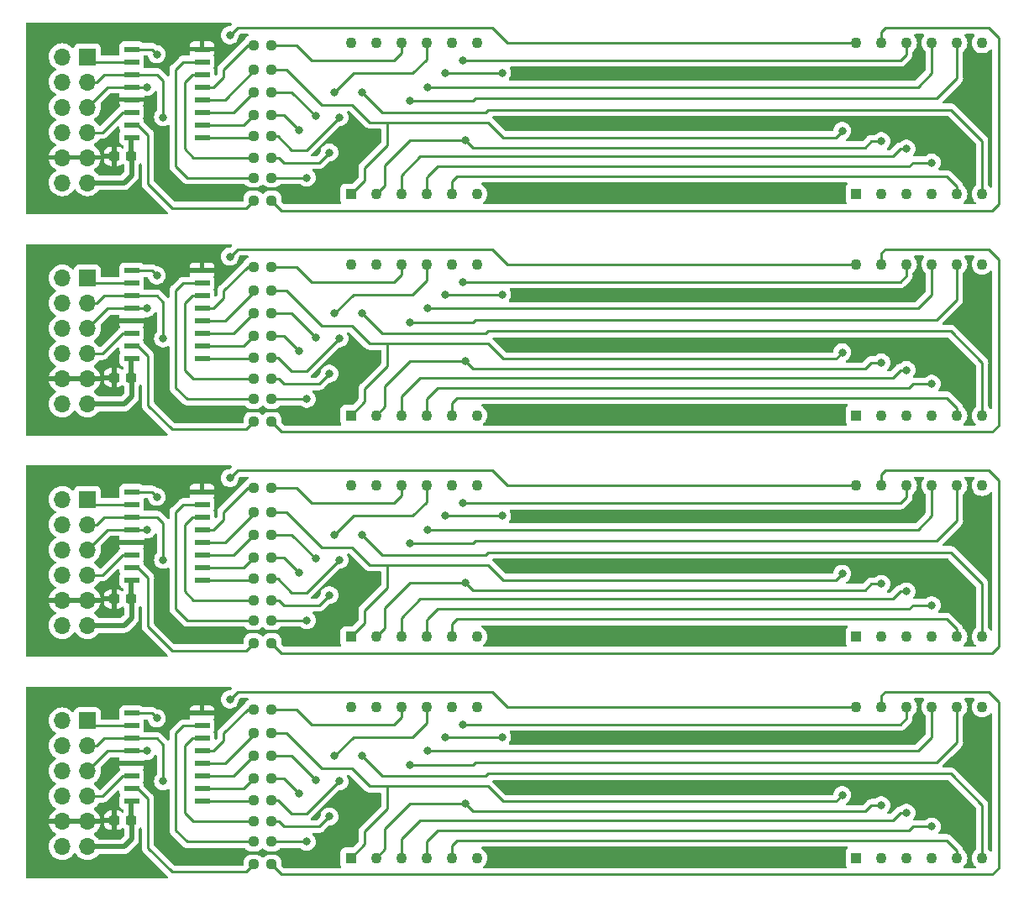
<source format=gbr>
%TF.GenerationSoftware,KiCad,Pcbnew,7.0.2*%
%TF.CreationDate,2023-08-10T02:42:32+09:00*%
%TF.ProjectId,Pmod_7LED_8digit,506d6f64-5f37-44c4-9544-5f3864696769,rev?*%
%TF.SameCoordinates,Original*%
%TF.FileFunction,Copper,L1,Top*%
%TF.FilePolarity,Positive*%
%FSLAX46Y46*%
G04 Gerber Fmt 4.6, Leading zero omitted, Abs format (unit mm)*
G04 Created by KiCad (PCBNEW 7.0.2) date 2023-08-10 02:42:32*
%MOMM*%
%LPD*%
G01*
G04 APERTURE LIST*
G04 Aperture macros list*
%AMRoundRect*
0 Rectangle with rounded corners*
0 $1 Rounding radius*
0 $2 $3 $4 $5 $6 $7 $8 $9 X,Y pos of 4 corners*
0 Add a 4 corners polygon primitive as box body*
4,1,4,$2,$3,$4,$5,$6,$7,$8,$9,$2,$3,0*
0 Add four circle primitives for the rounded corners*
1,1,$1+$1,$2,$3*
1,1,$1+$1,$4,$5*
1,1,$1+$1,$6,$7*
1,1,$1+$1,$8,$9*
0 Add four rect primitives between the rounded corners*
20,1,$1+$1,$2,$3,$4,$5,0*
20,1,$1+$1,$4,$5,$6,$7,0*
20,1,$1+$1,$6,$7,$8,$9,0*
20,1,$1+$1,$8,$9,$2,$3,0*%
G04 Aperture macros list end*
%TA.AperFunction,SMDPad,CuDef*%
%ADD10RoundRect,0.237500X0.300000X0.237500X-0.300000X0.237500X-0.300000X-0.237500X0.300000X-0.237500X0*%
%TD*%
%TA.AperFunction,SMDPad,CuDef*%
%ADD11RoundRect,0.237500X-0.250000X-0.237500X0.250000X-0.237500X0.250000X0.237500X-0.250000X0.237500X0*%
%TD*%
%TA.AperFunction,ComponentPad*%
%ADD12R,1.100000X1.100000*%
%TD*%
%TA.AperFunction,ComponentPad*%
%ADD13C,1.100000*%
%TD*%
%TA.AperFunction,SMDPad,CuDef*%
%ADD14R,1.500000X0.600000*%
%TD*%
%TA.AperFunction,ComponentPad*%
%ADD15R,1.700000X1.700000*%
%TD*%
%TA.AperFunction,ComponentPad*%
%ADD16O,1.700000X1.700000*%
%TD*%
%TA.AperFunction,ViaPad*%
%ADD17C,0.800000*%
%TD*%
%TA.AperFunction,ViaPad*%
%ADD18C,1.000000*%
%TD*%
%TA.AperFunction,Conductor*%
%ADD19C,0.500000*%
%TD*%
%TA.AperFunction,Conductor*%
%ADD20C,0.250000*%
%TD*%
G04 APERTURE END LIST*
D10*
%TO.P,C1,1*%
%TO.N,Board_0-VCC*%
X109865500Y-33970000D03*
%TO.P,C1,2*%
%TO.N,Board_0-GND*%
X108140500Y-33970000D03*
%TD*%
D11*
%TO.P,R3,1*%
%TO.N,Board_1-Net-(U1-QC)*%
X122187500Y-52099000D03*
%TO.P,R3,2*%
%TO.N,Board_1-Net-(DS1-ANODE_C_DIG_1234)*%
X124012500Y-52099000D03*
%TD*%
D12*
%TO.P,DS1,1,ANODE_E_DIG_1234*%
%TO.N,Board_2-Net-(DS1-ANODE_E_DIG_1234)*%
X182917000Y-82420000D03*
D13*
%TO.P,DS1,2,ANODE_D_DIG_1234*%
%TO.N,Board_2-Net-(DS1-ANODE_D_DIG_1234)*%
X185457000Y-82420000D03*
%TO.P,DS1,3,ANODE_DP_DIG_1234*%
%TO.N,Board_2-Net-(DS1-ANODE_DP_DIG_1234)*%
X187997000Y-82420000D03*
%TO.P,DS1,4,ANODE_C_DIG_1234*%
%TO.N,Board_2-Net-(DS1-ANODE_C_DIG_1234)*%
X190537000Y-82420000D03*
%TO.P,DS1,5,ANODE_G_DIG_1234*%
%TO.N,Board_2-Net-(DS1-ANODE_G_DIG_1234)*%
X193077000Y-82420000D03*
%TO.P,DS1,6,COMMON_CATHODE_DIG_4*%
%TO.N,Board_2-Net-(DS1-COMMON_CATHODE_DIG_4)*%
X195617000Y-82420000D03*
%TO.P,DS1,7,ANODE_B_DIG_1234*%
%TO.N,Board_2-Net-(DS1-ANODE_B_DIG_1234)*%
X195617000Y-67180000D03*
%TO.P,DS1,8,COMMON_CATHODE_DIG_3*%
%TO.N,Board_2-Net-(DS1-COMMON_CATHODE_DIG_3)*%
X193077000Y-67180000D03*
%TO.P,DS1,9,COMMON_CATHODE_DIG_2*%
%TO.N,Board_2-Net-(DS1-COMMON_CATHODE_DIG_2)*%
X190537000Y-67180000D03*
%TO.P,DS1,10,ANODE_F_DIG_1234*%
%TO.N,Board_2-Net-(DS1-ANODE_F_DIG_1234)*%
X187997000Y-67180000D03*
%TO.P,DS1,11,ANODE_A_DIG_1234*%
%TO.N,Board_2-Net-(DS1-ANODE_A_DIG_1234)*%
X185457000Y-67180000D03*
%TO.P,DS1,12,COMMON_CATHODE_DIG_1*%
%TO.N,Board_2-Net-(DS1-COMMON_CATHODE_DIG_1)*%
X182917000Y-67180000D03*
%TD*%
D12*
%TO.P,DS2,1,ANODE_E_DIG_1234*%
%TO.N,Board_3-Net-(DS1-ANODE_E_DIG_1234)*%
X131990000Y-104740000D03*
D13*
%TO.P,DS2,2,ANODE_D_DIG_1234*%
%TO.N,Board_3-Net-(DS1-ANODE_D_DIG_1234)*%
X134530000Y-104740000D03*
%TO.P,DS2,3,ANODE_DP_DIG_1234*%
%TO.N,Board_3-Net-(DS1-ANODE_DP_DIG_1234)*%
X137070000Y-104740000D03*
%TO.P,DS2,4,ANODE_C_DIG_1234*%
%TO.N,Board_3-Net-(DS1-ANODE_C_DIG_1234)*%
X139610000Y-104740000D03*
%TO.P,DS2,5,ANODE_G_DIG_1234*%
%TO.N,Board_3-Net-(DS1-ANODE_G_DIG_1234)*%
X142150000Y-104740000D03*
%TO.P,DS2,6,COMMON_CATHODE_DIG_4*%
%TO.N,Board_3-Net-(DS2-COMMON_CATHODE_DIG_4)*%
X144690000Y-104740000D03*
%TO.P,DS2,7,ANODE_B_DIG_1234*%
%TO.N,Board_3-Net-(DS1-ANODE_B_DIG_1234)*%
X144690000Y-89500000D03*
%TO.P,DS2,8,COMMON_CATHODE_DIG_3*%
%TO.N,Board_3-Net-(DS2-COMMON_CATHODE_DIG_3)*%
X142150000Y-89500000D03*
%TO.P,DS2,9,COMMON_CATHODE_DIG_2*%
%TO.N,Board_3-Net-(DS2-COMMON_CATHODE_DIG_2)*%
X139610000Y-89500000D03*
%TO.P,DS2,10,ANODE_F_DIG_1234*%
%TO.N,Board_3-Net-(DS1-ANODE_F_DIG_1234)*%
X137070000Y-89500000D03*
%TO.P,DS2,11,ANODE_A_DIG_1234*%
%TO.N,Board_3-Net-(DS1-ANODE_A_DIG_1234)*%
X134530000Y-89500000D03*
%TO.P,DS2,12,COMMON_CATHODE_DIG_1*%
%TO.N,Board_3-Net-(DS2-COMMON_CATHODE_DIG_1)*%
X131990000Y-89500000D03*
%TD*%
D14*
%TO.P,U1,1,QB*%
%TO.N,Board_3-Net-(U1-QB)*%
X116998000Y-99025000D03*
%TO.P,U1,2,QC*%
%TO.N,Board_3-Net-(U1-QC)*%
X116998000Y-97755000D03*
%TO.P,U1,3,QD*%
%TO.N,Board_3-Net-(U1-QD)*%
X116998000Y-96485000D03*
%TO.P,U1,4,QE*%
%TO.N,Board_3-Net-(U1-QE)*%
X116998000Y-95215000D03*
%TO.P,U1,5,QF*%
%TO.N,Board_3-Net-(U1-QF)*%
X116998000Y-93945000D03*
%TO.P,U1,6,QG*%
%TO.N,Board_3-Net-(U1-QG)*%
X116998000Y-92675000D03*
%TO.P,U1,7,QH*%
%TO.N,Board_3-Net-(U1-QH)*%
X116998000Y-91405000D03*
%TO.P,U1,8,GND*%
%TO.N,Board_3-GND*%
X116998000Y-90135000D03*
%TO.P,U1,9,QH'*%
%TO.N,Board_3-Net-(U1-QH')*%
X109898000Y-90135000D03*
%TO.P,U1,10,~{SRCLR}*%
%TO.N,Board_3-Net-(J1-Pin_1)*%
X109898000Y-91405000D03*
%TO.P,U1,11,SRCLK*%
%TO.N,Board_3-Net-(J1-Pin_2)*%
X109898000Y-92675000D03*
%TO.P,U1,12,RCLK*%
%TO.N,Board_3-Net-(J1-Pin_3)*%
X109898000Y-93945000D03*
%TO.P,U1,13,~{OE}*%
%TO.N,Board_3-GND*%
X109898000Y-95215000D03*
%TO.P,U1,14,SER*%
%TO.N,Board_3-Net-(J1-Pin_4)*%
X109898000Y-96485000D03*
%TO.P,U1,15,QA*%
%TO.N,Board_3-Net-(U1-QA)*%
X109898000Y-97755000D03*
%TO.P,U1,16,VCC*%
%TO.N,Board_3-VCC*%
X109898000Y-99025000D03*
%TD*%
D12*
%TO.P,DS2,1,ANODE_E_DIG_1234*%
%TO.N,Board_2-Net-(DS1-ANODE_E_DIG_1234)*%
X131990000Y-82420000D03*
D13*
%TO.P,DS2,2,ANODE_D_DIG_1234*%
%TO.N,Board_2-Net-(DS1-ANODE_D_DIG_1234)*%
X134530000Y-82420000D03*
%TO.P,DS2,3,ANODE_DP_DIG_1234*%
%TO.N,Board_2-Net-(DS1-ANODE_DP_DIG_1234)*%
X137070000Y-82420000D03*
%TO.P,DS2,4,ANODE_C_DIG_1234*%
%TO.N,Board_2-Net-(DS1-ANODE_C_DIG_1234)*%
X139610000Y-82420000D03*
%TO.P,DS2,5,ANODE_G_DIG_1234*%
%TO.N,Board_2-Net-(DS1-ANODE_G_DIG_1234)*%
X142150000Y-82420000D03*
%TO.P,DS2,6,COMMON_CATHODE_DIG_4*%
%TO.N,Board_2-Net-(DS2-COMMON_CATHODE_DIG_4)*%
X144690000Y-82420000D03*
%TO.P,DS2,7,ANODE_B_DIG_1234*%
%TO.N,Board_2-Net-(DS1-ANODE_B_DIG_1234)*%
X144690000Y-67180000D03*
%TO.P,DS2,8,COMMON_CATHODE_DIG_3*%
%TO.N,Board_2-Net-(DS2-COMMON_CATHODE_DIG_3)*%
X142150000Y-67180000D03*
%TO.P,DS2,9,COMMON_CATHODE_DIG_2*%
%TO.N,Board_2-Net-(DS2-COMMON_CATHODE_DIG_2)*%
X139610000Y-67180000D03*
%TO.P,DS2,10,ANODE_F_DIG_1234*%
%TO.N,Board_2-Net-(DS1-ANODE_F_DIG_1234)*%
X137070000Y-67180000D03*
%TO.P,DS2,11,ANODE_A_DIG_1234*%
%TO.N,Board_2-Net-(DS1-ANODE_A_DIG_1234)*%
X134530000Y-67180000D03*
%TO.P,DS2,12,COMMON_CATHODE_DIG_1*%
%TO.N,Board_2-Net-(DS2-COMMON_CATHODE_DIG_1)*%
X131990000Y-67180000D03*
%TD*%
D12*
%TO.P,DS2,1,ANODE_E_DIG_1234*%
%TO.N,Board_1-Net-(DS1-ANODE_E_DIG_1234)*%
X131990000Y-60100000D03*
D13*
%TO.P,DS2,2,ANODE_D_DIG_1234*%
%TO.N,Board_1-Net-(DS1-ANODE_D_DIG_1234)*%
X134530000Y-60100000D03*
%TO.P,DS2,3,ANODE_DP_DIG_1234*%
%TO.N,Board_1-Net-(DS1-ANODE_DP_DIG_1234)*%
X137070000Y-60100000D03*
%TO.P,DS2,4,ANODE_C_DIG_1234*%
%TO.N,Board_1-Net-(DS1-ANODE_C_DIG_1234)*%
X139610000Y-60100000D03*
%TO.P,DS2,5,ANODE_G_DIG_1234*%
%TO.N,Board_1-Net-(DS1-ANODE_G_DIG_1234)*%
X142150000Y-60100000D03*
%TO.P,DS2,6,COMMON_CATHODE_DIG_4*%
%TO.N,Board_1-Net-(DS2-COMMON_CATHODE_DIG_4)*%
X144690000Y-60100000D03*
%TO.P,DS2,7,ANODE_B_DIG_1234*%
%TO.N,Board_1-Net-(DS1-ANODE_B_DIG_1234)*%
X144690000Y-44860000D03*
%TO.P,DS2,8,COMMON_CATHODE_DIG_3*%
%TO.N,Board_1-Net-(DS2-COMMON_CATHODE_DIG_3)*%
X142150000Y-44860000D03*
%TO.P,DS2,9,COMMON_CATHODE_DIG_2*%
%TO.N,Board_1-Net-(DS2-COMMON_CATHODE_DIG_2)*%
X139610000Y-44860000D03*
%TO.P,DS2,10,ANODE_F_DIG_1234*%
%TO.N,Board_1-Net-(DS1-ANODE_F_DIG_1234)*%
X137070000Y-44860000D03*
%TO.P,DS2,11,ANODE_A_DIG_1234*%
%TO.N,Board_1-Net-(DS1-ANODE_A_DIG_1234)*%
X134530000Y-44860000D03*
%TO.P,DS2,12,COMMON_CATHODE_DIG_1*%
%TO.N,Board_1-Net-(DS2-COMMON_CATHODE_DIG_1)*%
X131990000Y-44860000D03*
%TD*%
D11*
%TO.P,R3,1*%
%TO.N,Board_0-Net-(U1-QC)*%
X122187500Y-29779000D03*
%TO.P,R3,2*%
%TO.N,Board_0-Net-(DS1-ANODE_C_DIG_1234)*%
X124012500Y-29779000D03*
%TD*%
%TO.P,R6,1*%
%TO.N,Board_1-Net-(U1-QF)*%
X122187500Y-45114000D03*
%TO.P,R6,2*%
%TO.N,Board_1-Net-(DS1-ANODE_F_DIG_1234)*%
X124012500Y-45114000D03*
%TD*%
%TO.P,R1,1*%
%TO.N,Board_0-Net-(U1-QA)*%
X122187500Y-38415000D03*
%TO.P,R1,2*%
%TO.N,Board_0-Net-(DS1-ANODE_A_DIG_1234)*%
X124012500Y-38415000D03*
%TD*%
%TO.P,R4,1*%
%TO.N,Board_2-Net-(U1-QD)*%
X122187500Y-72133000D03*
%TO.P,R4,2*%
%TO.N,Board_2-Net-(DS1-ANODE_D_DIG_1234)*%
X124012500Y-72133000D03*
%TD*%
D12*
%TO.P,DS2,1,ANODE_E_DIG_1234*%
%TO.N,Board_0-Net-(DS1-ANODE_E_DIG_1234)*%
X131990000Y-37780000D03*
D13*
%TO.P,DS2,2,ANODE_D_DIG_1234*%
%TO.N,Board_0-Net-(DS1-ANODE_D_DIG_1234)*%
X134530000Y-37780000D03*
%TO.P,DS2,3,ANODE_DP_DIG_1234*%
%TO.N,Board_0-Net-(DS1-ANODE_DP_DIG_1234)*%
X137070000Y-37780000D03*
%TO.P,DS2,4,ANODE_C_DIG_1234*%
%TO.N,Board_0-Net-(DS1-ANODE_C_DIG_1234)*%
X139610000Y-37780000D03*
%TO.P,DS2,5,ANODE_G_DIG_1234*%
%TO.N,Board_0-Net-(DS1-ANODE_G_DIG_1234)*%
X142150000Y-37780000D03*
%TO.P,DS2,6,COMMON_CATHODE_DIG_4*%
%TO.N,Board_0-Net-(DS2-COMMON_CATHODE_DIG_4)*%
X144690000Y-37780000D03*
%TO.P,DS2,7,ANODE_B_DIG_1234*%
%TO.N,Board_0-Net-(DS1-ANODE_B_DIG_1234)*%
X144690000Y-22540000D03*
%TO.P,DS2,8,COMMON_CATHODE_DIG_3*%
%TO.N,Board_0-Net-(DS2-COMMON_CATHODE_DIG_3)*%
X142150000Y-22540000D03*
%TO.P,DS2,9,COMMON_CATHODE_DIG_2*%
%TO.N,Board_0-Net-(DS2-COMMON_CATHODE_DIG_2)*%
X139610000Y-22540000D03*
%TO.P,DS2,10,ANODE_F_DIG_1234*%
%TO.N,Board_0-Net-(DS1-ANODE_F_DIG_1234)*%
X137070000Y-22540000D03*
%TO.P,DS2,11,ANODE_A_DIG_1234*%
%TO.N,Board_0-Net-(DS1-ANODE_A_DIG_1234)*%
X134530000Y-22540000D03*
%TO.P,DS2,12,COMMON_CATHODE_DIG_1*%
%TO.N,Board_0-Net-(DS2-COMMON_CATHODE_DIG_1)*%
X131990000Y-22540000D03*
%TD*%
D11*
%TO.P,R7,1*%
%TO.N,Board_3-Net-(U1-QG)*%
X122187500Y-101057000D03*
%TO.P,R7,2*%
%TO.N,Board_3-Net-(DS1-ANODE_G_DIG_1234)*%
X124012500Y-101057000D03*
%TD*%
D10*
%TO.P,C1,1*%
%TO.N,Board_2-VCC*%
X109865500Y-78610000D03*
%TO.P,C1,2*%
%TO.N,Board_2-GND*%
X108140500Y-78610000D03*
%TD*%
D12*
%TO.P,DS1,1,ANODE_E_DIG_1234*%
%TO.N,Board_0-Net-(DS1-ANODE_E_DIG_1234)*%
X182917000Y-37780000D03*
D13*
%TO.P,DS1,2,ANODE_D_DIG_1234*%
%TO.N,Board_0-Net-(DS1-ANODE_D_DIG_1234)*%
X185457000Y-37780000D03*
%TO.P,DS1,3,ANODE_DP_DIG_1234*%
%TO.N,Board_0-Net-(DS1-ANODE_DP_DIG_1234)*%
X187997000Y-37780000D03*
%TO.P,DS1,4,ANODE_C_DIG_1234*%
%TO.N,Board_0-Net-(DS1-ANODE_C_DIG_1234)*%
X190537000Y-37780000D03*
%TO.P,DS1,5,ANODE_G_DIG_1234*%
%TO.N,Board_0-Net-(DS1-ANODE_G_DIG_1234)*%
X193077000Y-37780000D03*
%TO.P,DS1,6,COMMON_CATHODE_DIG_4*%
%TO.N,Board_0-Net-(DS1-COMMON_CATHODE_DIG_4)*%
X195617000Y-37780000D03*
%TO.P,DS1,7,ANODE_B_DIG_1234*%
%TO.N,Board_0-Net-(DS1-ANODE_B_DIG_1234)*%
X195617000Y-22540000D03*
%TO.P,DS1,8,COMMON_CATHODE_DIG_3*%
%TO.N,Board_0-Net-(DS1-COMMON_CATHODE_DIG_3)*%
X193077000Y-22540000D03*
%TO.P,DS1,9,COMMON_CATHODE_DIG_2*%
%TO.N,Board_0-Net-(DS1-COMMON_CATHODE_DIG_2)*%
X190537000Y-22540000D03*
%TO.P,DS1,10,ANODE_F_DIG_1234*%
%TO.N,Board_0-Net-(DS1-ANODE_F_DIG_1234)*%
X187997000Y-22540000D03*
%TO.P,DS1,11,ANODE_A_DIG_1234*%
%TO.N,Board_0-Net-(DS1-ANODE_A_DIG_1234)*%
X185457000Y-22540000D03*
%TO.P,DS1,12,COMMON_CATHODE_DIG_1*%
%TO.N,Board_0-Net-(DS1-COMMON_CATHODE_DIG_1)*%
X182917000Y-22540000D03*
%TD*%
D11*
%TO.P,R2,1*%
%TO.N,Board_0-Net-(U1-QB)*%
X122187500Y-31938000D03*
%TO.P,R2,2*%
%TO.N,Board_0-Net-(DS1-ANODE_B_DIG_1234)*%
X124012500Y-31938000D03*
%TD*%
%TO.P,R2,1*%
%TO.N,Board_3-Net-(U1-QB)*%
X122187500Y-98898000D03*
%TO.P,R2,2*%
%TO.N,Board_3-Net-(DS1-ANODE_B_DIG_1234)*%
X124012500Y-98898000D03*
%TD*%
%TO.P,R4,1*%
%TO.N,Board_0-Net-(U1-QD)*%
X122187500Y-27493000D03*
%TO.P,R4,2*%
%TO.N,Board_0-Net-(DS1-ANODE_D_DIG_1234)*%
X124012500Y-27493000D03*
%TD*%
D14*
%TO.P,U1,1,QB*%
%TO.N,Board_2-Net-(U1-QB)*%
X116998000Y-76705000D03*
%TO.P,U1,2,QC*%
%TO.N,Board_2-Net-(U1-QC)*%
X116998000Y-75435000D03*
%TO.P,U1,3,QD*%
%TO.N,Board_2-Net-(U1-QD)*%
X116998000Y-74165000D03*
%TO.P,U1,4,QE*%
%TO.N,Board_2-Net-(U1-QE)*%
X116998000Y-72895000D03*
%TO.P,U1,5,QF*%
%TO.N,Board_2-Net-(U1-QF)*%
X116998000Y-71625000D03*
%TO.P,U1,6,QG*%
%TO.N,Board_2-Net-(U1-QG)*%
X116998000Y-70355000D03*
%TO.P,U1,7,QH*%
%TO.N,Board_2-Net-(U1-QH)*%
X116998000Y-69085000D03*
%TO.P,U1,8,GND*%
%TO.N,Board_2-GND*%
X116998000Y-67815000D03*
%TO.P,U1,9,QH'*%
%TO.N,Board_2-Net-(U1-QH')*%
X109898000Y-67815000D03*
%TO.P,U1,10,~{SRCLR}*%
%TO.N,Board_2-Net-(J1-Pin_1)*%
X109898000Y-69085000D03*
%TO.P,U1,11,SRCLK*%
%TO.N,Board_2-Net-(J1-Pin_2)*%
X109898000Y-70355000D03*
%TO.P,U1,12,RCLK*%
%TO.N,Board_2-Net-(J1-Pin_3)*%
X109898000Y-71625000D03*
%TO.P,U1,13,~{OE}*%
%TO.N,Board_2-GND*%
X109898000Y-72895000D03*
%TO.P,U1,14,SER*%
%TO.N,Board_2-Net-(J1-Pin_4)*%
X109898000Y-74165000D03*
%TO.P,U1,15,QA*%
%TO.N,Board_2-Net-(U1-QA)*%
X109898000Y-75435000D03*
%TO.P,U1,16,VCC*%
%TO.N,Board_2-VCC*%
X109898000Y-76705000D03*
%TD*%
D11*
%TO.P,R7,1*%
%TO.N,Board_1-Net-(U1-QG)*%
X122187500Y-56417000D03*
%TO.P,R7,2*%
%TO.N,Board_1-Net-(DS1-ANODE_G_DIG_1234)*%
X124012500Y-56417000D03*
%TD*%
%TO.P,R5,1*%
%TO.N,Board_3-Net-(U1-QE)*%
X122187500Y-92167000D03*
%TO.P,R5,2*%
%TO.N,Board_3-Net-(DS1-ANODE_E_DIG_1234)*%
X124012500Y-92167000D03*
%TD*%
%TO.P,R2,1*%
%TO.N,Board_2-Net-(U1-QB)*%
X122187500Y-76578000D03*
%TO.P,R2,2*%
%TO.N,Board_2-Net-(DS1-ANODE_B_DIG_1234)*%
X124012500Y-76578000D03*
%TD*%
D12*
%TO.P,DS1,1,ANODE_E_DIG_1234*%
%TO.N,Board_3-Net-(DS1-ANODE_E_DIG_1234)*%
X182917000Y-104740000D03*
D13*
%TO.P,DS1,2,ANODE_D_DIG_1234*%
%TO.N,Board_3-Net-(DS1-ANODE_D_DIG_1234)*%
X185457000Y-104740000D03*
%TO.P,DS1,3,ANODE_DP_DIG_1234*%
%TO.N,Board_3-Net-(DS1-ANODE_DP_DIG_1234)*%
X187997000Y-104740000D03*
%TO.P,DS1,4,ANODE_C_DIG_1234*%
%TO.N,Board_3-Net-(DS1-ANODE_C_DIG_1234)*%
X190537000Y-104740000D03*
%TO.P,DS1,5,ANODE_G_DIG_1234*%
%TO.N,Board_3-Net-(DS1-ANODE_G_DIG_1234)*%
X193077000Y-104740000D03*
%TO.P,DS1,6,COMMON_CATHODE_DIG_4*%
%TO.N,Board_3-Net-(DS1-COMMON_CATHODE_DIG_4)*%
X195617000Y-104740000D03*
%TO.P,DS1,7,ANODE_B_DIG_1234*%
%TO.N,Board_3-Net-(DS1-ANODE_B_DIG_1234)*%
X195617000Y-89500000D03*
%TO.P,DS1,8,COMMON_CATHODE_DIG_3*%
%TO.N,Board_3-Net-(DS1-COMMON_CATHODE_DIG_3)*%
X193077000Y-89500000D03*
%TO.P,DS1,9,COMMON_CATHODE_DIG_2*%
%TO.N,Board_3-Net-(DS1-COMMON_CATHODE_DIG_2)*%
X190537000Y-89500000D03*
%TO.P,DS1,10,ANODE_F_DIG_1234*%
%TO.N,Board_3-Net-(DS1-ANODE_F_DIG_1234)*%
X187997000Y-89500000D03*
%TO.P,DS1,11,ANODE_A_DIG_1234*%
%TO.N,Board_3-Net-(DS1-ANODE_A_DIG_1234)*%
X185457000Y-89500000D03*
%TO.P,DS1,12,COMMON_CATHODE_DIG_1*%
%TO.N,Board_3-Net-(DS1-COMMON_CATHODE_DIG_1)*%
X182917000Y-89500000D03*
%TD*%
D15*
%TO.P,J1,1,Pin_1*%
%TO.N,Board_0-Net-(J1-Pin_1)*%
X105447000Y-23937000D03*
D16*
%TO.P,J1,2,Pin_2*%
%TO.N,Board_0-Net-(J1-Pin_2)*%
X105447000Y-26477000D03*
%TO.P,J1,3,Pin_3*%
%TO.N,Board_0-Net-(J1-Pin_3)*%
X105447000Y-29017000D03*
%TO.P,J1,4,Pin_4*%
%TO.N,Board_0-Net-(J1-Pin_4)*%
X105447000Y-31557000D03*
%TO.P,J1,5,Pin_5*%
%TO.N,Board_0-GND*%
X105447000Y-34097000D03*
%TO.P,J1,6,Pin_6*%
%TO.N,Board_0-VCC*%
X105447000Y-36637000D03*
%TO.P,J1,7,Pin_7*%
%TO.N,Board_0-unconnected-(J1-Pin_7-Pad7)*%
X102907000Y-23937000D03*
%TO.P,J1,8,Pin_8*%
%TO.N,Board_0-unconnected-(J1-Pin_8-Pad8)*%
X102907000Y-26477000D03*
%TO.P,J1,9,Pin_9*%
%TO.N,Board_0-unconnected-(J1-Pin_9-Pad9)*%
X102907000Y-29017000D03*
%TO.P,J1,10,Pin_10*%
%TO.N,Board_0-unconnected-(J1-Pin_10-Pad10)*%
X102907000Y-31557000D03*
%TO.P,J1,11,Pin_11*%
%TO.N,Board_0-GND*%
X102907000Y-34097000D03*
%TO.P,J1,12,Pin_12*%
%TO.N,Board_0-VCC*%
X102907000Y-36637000D03*
%TD*%
D11*
%TO.P,R1,1*%
%TO.N,Board_1-Net-(U1-QA)*%
X122187500Y-60735000D03*
%TO.P,R1,2*%
%TO.N,Board_1-Net-(DS1-ANODE_A_DIG_1234)*%
X124012500Y-60735000D03*
%TD*%
D15*
%TO.P,J1,1,Pin_1*%
%TO.N,Board_3-Net-(J1-Pin_1)*%
X105447000Y-90897000D03*
D16*
%TO.P,J1,2,Pin_2*%
%TO.N,Board_3-Net-(J1-Pin_2)*%
X105447000Y-93437000D03*
%TO.P,J1,3,Pin_3*%
%TO.N,Board_3-Net-(J1-Pin_3)*%
X105447000Y-95977000D03*
%TO.P,J1,4,Pin_4*%
%TO.N,Board_3-Net-(J1-Pin_4)*%
X105447000Y-98517000D03*
%TO.P,J1,5,Pin_5*%
%TO.N,Board_3-GND*%
X105447000Y-101057000D03*
%TO.P,J1,6,Pin_6*%
%TO.N,Board_3-VCC*%
X105447000Y-103597000D03*
%TO.P,J1,7,Pin_7*%
%TO.N,Board_3-unconnected-(J1-Pin_7-Pad7)*%
X102907000Y-90897000D03*
%TO.P,J1,8,Pin_8*%
%TO.N,Board_3-unconnected-(J1-Pin_8-Pad8)*%
X102907000Y-93437000D03*
%TO.P,J1,9,Pin_9*%
%TO.N,Board_3-unconnected-(J1-Pin_9-Pad9)*%
X102907000Y-95977000D03*
%TO.P,J1,10,Pin_10*%
%TO.N,Board_3-unconnected-(J1-Pin_10-Pad10)*%
X102907000Y-98517000D03*
%TO.P,J1,11,Pin_11*%
%TO.N,Board_3-GND*%
X102907000Y-101057000D03*
%TO.P,J1,12,Pin_12*%
%TO.N,Board_3-VCC*%
X102907000Y-103597000D03*
%TD*%
D11*
%TO.P,R6,1*%
%TO.N,Board_2-Net-(U1-QF)*%
X122187500Y-67434000D03*
%TO.P,R6,2*%
%TO.N,Board_2-Net-(DS1-ANODE_F_DIG_1234)*%
X124012500Y-67434000D03*
%TD*%
D15*
%TO.P,J1,1,Pin_1*%
%TO.N,Board_1-Net-(J1-Pin_1)*%
X105447000Y-46257000D03*
D16*
%TO.P,J1,2,Pin_2*%
%TO.N,Board_1-Net-(J1-Pin_2)*%
X105447000Y-48797000D03*
%TO.P,J1,3,Pin_3*%
%TO.N,Board_1-Net-(J1-Pin_3)*%
X105447000Y-51337000D03*
%TO.P,J1,4,Pin_4*%
%TO.N,Board_1-Net-(J1-Pin_4)*%
X105447000Y-53877000D03*
%TO.P,J1,5,Pin_5*%
%TO.N,Board_1-GND*%
X105447000Y-56417000D03*
%TO.P,J1,6,Pin_6*%
%TO.N,Board_1-VCC*%
X105447000Y-58957000D03*
%TO.P,J1,7,Pin_7*%
%TO.N,Board_1-unconnected-(J1-Pin_7-Pad7)*%
X102907000Y-46257000D03*
%TO.P,J1,8,Pin_8*%
%TO.N,Board_1-unconnected-(J1-Pin_8-Pad8)*%
X102907000Y-48797000D03*
%TO.P,J1,9,Pin_9*%
%TO.N,Board_1-unconnected-(J1-Pin_9-Pad9)*%
X102907000Y-51337000D03*
%TO.P,J1,10,Pin_10*%
%TO.N,Board_1-unconnected-(J1-Pin_10-Pad10)*%
X102907000Y-53877000D03*
%TO.P,J1,11,Pin_11*%
%TO.N,Board_1-GND*%
X102907000Y-56417000D03*
%TO.P,J1,12,Pin_12*%
%TO.N,Board_1-VCC*%
X102907000Y-58957000D03*
%TD*%
D11*
%TO.P,R2,1*%
%TO.N,Board_1-Net-(U1-QB)*%
X122187500Y-54258000D03*
%TO.P,R2,2*%
%TO.N,Board_1-Net-(DS1-ANODE_B_DIG_1234)*%
X124012500Y-54258000D03*
%TD*%
%TO.P,R3,1*%
%TO.N,Board_3-Net-(U1-QC)*%
X122187500Y-96739000D03*
%TO.P,R3,2*%
%TO.N,Board_3-Net-(DS1-ANODE_C_DIG_1234)*%
X124012500Y-96739000D03*
%TD*%
%TO.P,R4,1*%
%TO.N,Board_1-Net-(U1-QD)*%
X122187500Y-49813000D03*
%TO.P,R4,2*%
%TO.N,Board_1-Net-(DS1-ANODE_D_DIG_1234)*%
X124012500Y-49813000D03*
%TD*%
%TO.P,R3,1*%
%TO.N,Board_2-Net-(U1-QC)*%
X122187500Y-74419000D03*
%TO.P,R3,2*%
%TO.N,Board_2-Net-(DS1-ANODE_C_DIG_1234)*%
X124012500Y-74419000D03*
%TD*%
D14*
%TO.P,U1,1,QB*%
%TO.N,Board_0-Net-(U1-QB)*%
X116998000Y-32065000D03*
%TO.P,U1,2,QC*%
%TO.N,Board_0-Net-(U1-QC)*%
X116998000Y-30795000D03*
%TO.P,U1,3,QD*%
%TO.N,Board_0-Net-(U1-QD)*%
X116998000Y-29525000D03*
%TO.P,U1,4,QE*%
%TO.N,Board_0-Net-(U1-QE)*%
X116998000Y-28255000D03*
%TO.P,U1,5,QF*%
%TO.N,Board_0-Net-(U1-QF)*%
X116998000Y-26985000D03*
%TO.P,U1,6,QG*%
%TO.N,Board_0-Net-(U1-QG)*%
X116998000Y-25715000D03*
%TO.P,U1,7,QH*%
%TO.N,Board_0-Net-(U1-QH)*%
X116998000Y-24445000D03*
%TO.P,U1,8,GND*%
%TO.N,Board_0-GND*%
X116998000Y-23175000D03*
%TO.P,U1,9,QH'*%
%TO.N,Board_0-Net-(U1-QH')*%
X109898000Y-23175000D03*
%TO.P,U1,10,~{SRCLR}*%
%TO.N,Board_0-Net-(J1-Pin_1)*%
X109898000Y-24445000D03*
%TO.P,U1,11,SRCLK*%
%TO.N,Board_0-Net-(J1-Pin_2)*%
X109898000Y-25715000D03*
%TO.P,U1,12,RCLK*%
%TO.N,Board_0-Net-(J1-Pin_3)*%
X109898000Y-26985000D03*
%TO.P,U1,13,~{OE}*%
%TO.N,Board_0-GND*%
X109898000Y-28255000D03*
%TO.P,U1,14,SER*%
%TO.N,Board_0-Net-(J1-Pin_4)*%
X109898000Y-29525000D03*
%TO.P,U1,15,QA*%
%TO.N,Board_0-Net-(U1-QA)*%
X109898000Y-30795000D03*
%TO.P,U1,16,VCC*%
%TO.N,Board_0-VCC*%
X109898000Y-32065000D03*
%TD*%
D11*
%TO.P,R8,1*%
%TO.N,Board_2-Net-(U1-QH)*%
X122187500Y-80769000D03*
%TO.P,R8,2*%
%TO.N,Board_2-Net-(DS1-ANODE_DP_DIG_1234)*%
X124012500Y-80769000D03*
%TD*%
%TO.P,R8,1*%
%TO.N,Board_0-Net-(U1-QH)*%
X122187500Y-36129000D03*
%TO.P,R8,2*%
%TO.N,Board_0-Net-(DS1-ANODE_DP_DIG_1234)*%
X124012500Y-36129000D03*
%TD*%
D15*
%TO.P,J1,1,Pin_1*%
%TO.N,Board_2-Net-(J1-Pin_1)*%
X105447000Y-68577000D03*
D16*
%TO.P,J1,2,Pin_2*%
%TO.N,Board_2-Net-(J1-Pin_2)*%
X105447000Y-71117000D03*
%TO.P,J1,3,Pin_3*%
%TO.N,Board_2-Net-(J1-Pin_3)*%
X105447000Y-73657000D03*
%TO.P,J1,4,Pin_4*%
%TO.N,Board_2-Net-(J1-Pin_4)*%
X105447000Y-76197000D03*
%TO.P,J1,5,Pin_5*%
%TO.N,Board_2-GND*%
X105447000Y-78737000D03*
%TO.P,J1,6,Pin_6*%
%TO.N,Board_2-VCC*%
X105447000Y-81277000D03*
%TO.P,J1,7,Pin_7*%
%TO.N,Board_2-unconnected-(J1-Pin_7-Pad7)*%
X102907000Y-68577000D03*
%TO.P,J1,8,Pin_8*%
%TO.N,Board_2-unconnected-(J1-Pin_8-Pad8)*%
X102907000Y-71117000D03*
%TO.P,J1,9,Pin_9*%
%TO.N,Board_2-unconnected-(J1-Pin_9-Pad9)*%
X102907000Y-73657000D03*
%TO.P,J1,10,Pin_10*%
%TO.N,Board_2-unconnected-(J1-Pin_10-Pad10)*%
X102907000Y-76197000D03*
%TO.P,J1,11,Pin_11*%
%TO.N,Board_2-GND*%
X102907000Y-78737000D03*
%TO.P,J1,12,Pin_12*%
%TO.N,Board_2-VCC*%
X102907000Y-81277000D03*
%TD*%
D11*
%TO.P,R5,1*%
%TO.N,Board_1-Net-(U1-QE)*%
X122187500Y-47527000D03*
%TO.P,R5,2*%
%TO.N,Board_1-Net-(DS1-ANODE_E_DIG_1234)*%
X124012500Y-47527000D03*
%TD*%
%TO.P,R5,1*%
%TO.N,Board_2-Net-(U1-QE)*%
X122187500Y-69847000D03*
%TO.P,R5,2*%
%TO.N,Board_2-Net-(DS1-ANODE_E_DIG_1234)*%
X124012500Y-69847000D03*
%TD*%
%TO.P,R7,1*%
%TO.N,Board_2-Net-(U1-QG)*%
X122187500Y-78737000D03*
%TO.P,R7,2*%
%TO.N,Board_2-Net-(DS1-ANODE_G_DIG_1234)*%
X124012500Y-78737000D03*
%TD*%
D12*
%TO.P,DS1,1,ANODE_E_DIG_1234*%
%TO.N,Board_1-Net-(DS1-ANODE_E_DIG_1234)*%
X182917000Y-60100000D03*
D13*
%TO.P,DS1,2,ANODE_D_DIG_1234*%
%TO.N,Board_1-Net-(DS1-ANODE_D_DIG_1234)*%
X185457000Y-60100000D03*
%TO.P,DS1,3,ANODE_DP_DIG_1234*%
%TO.N,Board_1-Net-(DS1-ANODE_DP_DIG_1234)*%
X187997000Y-60100000D03*
%TO.P,DS1,4,ANODE_C_DIG_1234*%
%TO.N,Board_1-Net-(DS1-ANODE_C_DIG_1234)*%
X190537000Y-60100000D03*
%TO.P,DS1,5,ANODE_G_DIG_1234*%
%TO.N,Board_1-Net-(DS1-ANODE_G_DIG_1234)*%
X193077000Y-60100000D03*
%TO.P,DS1,6,COMMON_CATHODE_DIG_4*%
%TO.N,Board_1-Net-(DS1-COMMON_CATHODE_DIG_4)*%
X195617000Y-60100000D03*
%TO.P,DS1,7,ANODE_B_DIG_1234*%
%TO.N,Board_1-Net-(DS1-ANODE_B_DIG_1234)*%
X195617000Y-44860000D03*
%TO.P,DS1,8,COMMON_CATHODE_DIG_3*%
%TO.N,Board_1-Net-(DS1-COMMON_CATHODE_DIG_3)*%
X193077000Y-44860000D03*
%TO.P,DS1,9,COMMON_CATHODE_DIG_2*%
%TO.N,Board_1-Net-(DS1-COMMON_CATHODE_DIG_2)*%
X190537000Y-44860000D03*
%TO.P,DS1,10,ANODE_F_DIG_1234*%
%TO.N,Board_1-Net-(DS1-ANODE_F_DIG_1234)*%
X187997000Y-44860000D03*
%TO.P,DS1,11,ANODE_A_DIG_1234*%
%TO.N,Board_1-Net-(DS1-ANODE_A_DIG_1234)*%
X185457000Y-44860000D03*
%TO.P,DS1,12,COMMON_CATHODE_DIG_1*%
%TO.N,Board_1-Net-(DS1-COMMON_CATHODE_DIG_1)*%
X182917000Y-44860000D03*
%TD*%
D11*
%TO.P,R7,1*%
%TO.N,Board_0-Net-(U1-QG)*%
X122187500Y-34097000D03*
%TO.P,R7,2*%
%TO.N,Board_0-Net-(DS1-ANODE_G_DIG_1234)*%
X124012500Y-34097000D03*
%TD*%
%TO.P,R6,1*%
%TO.N,Board_3-Net-(U1-QF)*%
X122187500Y-89754000D03*
%TO.P,R6,2*%
%TO.N,Board_3-Net-(DS1-ANODE_F_DIG_1234)*%
X124012500Y-89754000D03*
%TD*%
%TO.P,R1,1*%
%TO.N,Board_3-Net-(U1-QA)*%
X122187500Y-105375000D03*
%TO.P,R1,2*%
%TO.N,Board_3-Net-(DS1-ANODE_A_DIG_1234)*%
X124012500Y-105375000D03*
%TD*%
%TO.P,R6,1*%
%TO.N,Board_0-Net-(U1-QF)*%
X122187500Y-22794000D03*
%TO.P,R6,2*%
%TO.N,Board_0-Net-(DS1-ANODE_F_DIG_1234)*%
X124012500Y-22794000D03*
%TD*%
D10*
%TO.P,C1,1*%
%TO.N,Board_1-VCC*%
X109865500Y-56290000D03*
%TO.P,C1,2*%
%TO.N,Board_1-GND*%
X108140500Y-56290000D03*
%TD*%
D11*
%TO.P,R4,1*%
%TO.N,Board_3-Net-(U1-QD)*%
X122187500Y-94453000D03*
%TO.P,R4,2*%
%TO.N,Board_3-Net-(DS1-ANODE_D_DIG_1234)*%
X124012500Y-94453000D03*
%TD*%
%TO.P,R8,1*%
%TO.N,Board_3-Net-(U1-QH)*%
X122187500Y-103089000D03*
%TO.P,R8,2*%
%TO.N,Board_3-Net-(DS1-ANODE_DP_DIG_1234)*%
X124012500Y-103089000D03*
%TD*%
D10*
%TO.P,C1,1*%
%TO.N,Board_3-VCC*%
X109865500Y-100930000D03*
%TO.P,C1,2*%
%TO.N,Board_3-GND*%
X108140500Y-100930000D03*
%TD*%
D14*
%TO.P,U1,1,QB*%
%TO.N,Board_1-Net-(U1-QB)*%
X116998000Y-54385000D03*
%TO.P,U1,2,QC*%
%TO.N,Board_1-Net-(U1-QC)*%
X116998000Y-53115000D03*
%TO.P,U1,3,QD*%
%TO.N,Board_1-Net-(U1-QD)*%
X116998000Y-51845000D03*
%TO.P,U1,4,QE*%
%TO.N,Board_1-Net-(U1-QE)*%
X116998000Y-50575000D03*
%TO.P,U1,5,QF*%
%TO.N,Board_1-Net-(U1-QF)*%
X116998000Y-49305000D03*
%TO.P,U1,6,QG*%
%TO.N,Board_1-Net-(U1-QG)*%
X116998000Y-48035000D03*
%TO.P,U1,7,QH*%
%TO.N,Board_1-Net-(U1-QH)*%
X116998000Y-46765000D03*
%TO.P,U1,8,GND*%
%TO.N,Board_1-GND*%
X116998000Y-45495000D03*
%TO.P,U1,9,QH'*%
%TO.N,Board_1-Net-(U1-QH')*%
X109898000Y-45495000D03*
%TO.P,U1,10,~{SRCLR}*%
%TO.N,Board_1-Net-(J1-Pin_1)*%
X109898000Y-46765000D03*
%TO.P,U1,11,SRCLK*%
%TO.N,Board_1-Net-(J1-Pin_2)*%
X109898000Y-48035000D03*
%TO.P,U1,12,RCLK*%
%TO.N,Board_1-Net-(J1-Pin_3)*%
X109898000Y-49305000D03*
%TO.P,U1,13,~{OE}*%
%TO.N,Board_1-GND*%
X109898000Y-50575000D03*
%TO.P,U1,14,SER*%
%TO.N,Board_1-Net-(J1-Pin_4)*%
X109898000Y-51845000D03*
%TO.P,U1,15,QA*%
%TO.N,Board_1-Net-(U1-QA)*%
X109898000Y-53115000D03*
%TO.P,U1,16,VCC*%
%TO.N,Board_1-VCC*%
X109898000Y-54385000D03*
%TD*%
D11*
%TO.P,R5,1*%
%TO.N,Board_0-Net-(U1-QE)*%
X122187500Y-25207000D03*
%TO.P,R5,2*%
%TO.N,Board_0-Net-(DS1-ANODE_E_DIG_1234)*%
X124012500Y-25207000D03*
%TD*%
%TO.P,R1,1*%
%TO.N,Board_2-Net-(U1-QA)*%
X122187500Y-83055000D03*
%TO.P,R1,2*%
%TO.N,Board_2-Net-(DS1-ANODE_A_DIG_1234)*%
X124012500Y-83055000D03*
%TD*%
%TO.P,R8,1*%
%TO.N,Board_1-Net-(U1-QH)*%
X122187500Y-58449000D03*
%TO.P,R8,2*%
%TO.N,Board_1-Net-(DS1-ANODE_DP_DIG_1234)*%
X124012500Y-58449000D03*
%TD*%
D17*
%TO.N,Board_3-Net-(U1-QH')*%
X112432000Y-90643000D03*
%TO.N,Board_3-Net-(J1-Pin_3)*%
X111416000Y-93945000D03*
%TO.N,Board_3-Net-(J1-Pin_2)*%
X113067000Y-96993000D03*
%TO.N,Board_3-Net-(DS2-COMMON_CATHODE_DIG_2)*%
X130339000Y-94453000D03*
%TO.N,Board_3-Net-(DS1-COMMON_CATHODE_DIG_4)*%
X133133000Y-94453000D03*
%TO.N,Board_3-Net-(DS1-COMMON_CATHODE_DIG_3)*%
X137959000Y-95342000D03*
%TO.N,Board_3-Net-(DS1-COMMON_CATHODE_DIG_2)*%
X139737000Y-93945000D03*
%TO.N,Board_3-Net-(DS1-COMMON_CATHODE_DIG_1)*%
X119798000Y-88738000D03*
%TO.N,Board_3-Net-(DS1-ANODE_G_DIG_1234)*%
X129831000Y-100549000D03*
%TO.N,Board_3-Net-(DS1-ANODE_F_DIG_1234)*%
X143293000Y-91278000D03*
%TO.N,Board_3-Net-(DS1-ANODE_E_DIG_1234)*%
X181520000Y-98390000D03*
%TO.N,Board_3-Net-(DS1-ANODE_D_DIG_1234)*%
X185457000Y-99406000D03*
X143547000Y-99279000D03*
X128434000Y-96866000D03*
%TO.N,Board_3-Net-(DS1-ANODE_DP_DIG_1234)*%
X127545000Y-103089000D03*
X187997000Y-100168000D03*
%TO.N,Board_3-Net-(DS1-ANODE_C_DIG_1234)*%
X190537000Y-101565000D03*
X126783000Y-98263000D03*
%TO.N,Board_3-Net-(DS1-ANODE_B_DIG_1234)*%
X130847000Y-96993000D03*
%TO.N,Board_3-Net-(DS1-ANODE_A_DIG_1234)*%
X141515000Y-92548000D03*
X147230000Y-92548000D03*
D18*
%TO.N,Board_3-GND*%
X107987000Y-95723000D03*
D17*
X172249000Y-97628000D03*
X152056000Y-97628000D03*
X114591000Y-104359000D03*
X120179000Y-104867000D03*
X132371000Y-100041000D03*
X134149000Y-99279000D03*
X152056000Y-104613000D03*
X195109000Y-94834000D03*
X186346000Y-92548000D03*
X127037000Y-104867000D03*
X116623000Y-104613000D03*
X172249000Y-104613000D03*
X191553000Y-98771000D03*
%TO.N,Board_2-Net-(U1-QH')*%
X112432000Y-68323000D03*
%TO.N,Board_2-Net-(J1-Pin_3)*%
X111416000Y-71625000D03*
%TO.N,Board_2-Net-(J1-Pin_2)*%
X113067000Y-74673000D03*
%TO.N,Board_2-Net-(DS2-COMMON_CATHODE_DIG_2)*%
X130339000Y-72133000D03*
%TO.N,Board_2-Net-(DS1-COMMON_CATHODE_DIG_4)*%
X133133000Y-72133000D03*
%TO.N,Board_2-Net-(DS1-COMMON_CATHODE_DIG_3)*%
X137959000Y-73022000D03*
%TO.N,Board_2-Net-(DS1-COMMON_CATHODE_DIG_2)*%
X139737000Y-71625000D03*
%TO.N,Board_2-Net-(DS1-COMMON_CATHODE_DIG_1)*%
X119798000Y-66418000D03*
%TO.N,Board_2-Net-(DS1-ANODE_G_DIG_1234)*%
X129831000Y-78229000D03*
%TO.N,Board_2-Net-(DS1-ANODE_F_DIG_1234)*%
X143293000Y-68958000D03*
%TO.N,Board_2-Net-(DS1-ANODE_E_DIG_1234)*%
X181520000Y-76070000D03*
%TO.N,Board_2-Net-(DS1-ANODE_D_DIG_1234)*%
X143547000Y-76959000D03*
X185457000Y-77086000D03*
X128434000Y-74546000D03*
%TO.N,Board_2-Net-(DS1-ANODE_DP_DIG_1234)*%
X127545000Y-80769000D03*
X187997000Y-77848000D03*
%TO.N,Board_2-Net-(DS1-ANODE_C_DIG_1234)*%
X190537000Y-79245000D03*
X126783000Y-75943000D03*
%TO.N,Board_2-Net-(DS1-ANODE_B_DIG_1234)*%
X130847000Y-74673000D03*
%TO.N,Board_2-Net-(DS1-ANODE_A_DIG_1234)*%
X147230000Y-70228000D03*
X141515000Y-70228000D03*
%TO.N,Board_2-GND*%
X172249000Y-82293000D03*
X152056000Y-82293000D03*
X116623000Y-82293000D03*
X132371000Y-77721000D03*
X120179000Y-82547000D03*
X186346000Y-70228000D03*
X127037000Y-82547000D03*
X191553000Y-76451000D03*
X172249000Y-75308000D03*
D18*
X107987000Y-73403000D03*
D17*
X134149000Y-76959000D03*
X195109000Y-72514000D03*
X114591000Y-82039000D03*
X152056000Y-75308000D03*
%TO.N,Board_1-Net-(U1-QH')*%
X112432000Y-46003000D03*
%TO.N,Board_1-Net-(J1-Pin_3)*%
X111416000Y-49305000D03*
%TO.N,Board_1-Net-(J1-Pin_2)*%
X113067000Y-52353000D03*
%TO.N,Board_1-Net-(DS2-COMMON_CATHODE_DIG_2)*%
X130339000Y-49813000D03*
%TO.N,Board_1-Net-(DS1-COMMON_CATHODE_DIG_4)*%
X133133000Y-49813000D03*
%TO.N,Board_1-Net-(DS1-COMMON_CATHODE_DIG_3)*%
X137959000Y-50702000D03*
%TO.N,Board_1-Net-(DS1-COMMON_CATHODE_DIG_2)*%
X139737000Y-49305000D03*
%TO.N,Board_1-Net-(DS1-COMMON_CATHODE_DIG_1)*%
X119798000Y-44098000D03*
%TO.N,Board_1-Net-(DS1-ANODE_G_DIG_1234)*%
X129831000Y-55909000D03*
%TO.N,Board_1-Net-(DS1-ANODE_F_DIG_1234)*%
X143293000Y-46638000D03*
%TO.N,Board_1-Net-(DS1-ANODE_E_DIG_1234)*%
X181520000Y-53750000D03*
%TO.N,Board_1-Net-(DS1-ANODE_D_DIG_1234)*%
X143547000Y-54639000D03*
X128434000Y-52226000D03*
X185457000Y-54766000D03*
%TO.N,Board_1-Net-(DS1-ANODE_DP_DIG_1234)*%
X127545000Y-58449000D03*
X187997000Y-55528000D03*
%TO.N,Board_1-Net-(DS1-ANODE_C_DIG_1234)*%
X190537000Y-56925000D03*
X126783000Y-53623000D03*
%TO.N,Board_1-Net-(DS1-ANODE_B_DIG_1234)*%
X130847000Y-52353000D03*
%TO.N,Board_1-Net-(DS1-ANODE_A_DIG_1234)*%
X147230000Y-47908000D03*
X141515000Y-47908000D03*
%TO.N,Board_1-GND*%
X195109000Y-50194000D03*
X120179000Y-60227000D03*
X134149000Y-54639000D03*
X152056000Y-52988000D03*
X127037000Y-60227000D03*
X172249000Y-52988000D03*
X172249000Y-59973000D03*
X186346000Y-47908000D03*
D18*
X107987000Y-51083000D03*
D17*
X152056000Y-59973000D03*
X191553000Y-54131000D03*
X132371000Y-55401000D03*
X114591000Y-59719000D03*
X116623000Y-59973000D03*
%TO.N,Board_0-Net-(U1-QH')*%
X112432000Y-23683000D03*
%TO.N,Board_0-Net-(J1-Pin_3)*%
X111416000Y-26985000D03*
%TO.N,Board_0-Net-(J1-Pin_2)*%
X113067000Y-30033000D03*
%TO.N,Board_0-Net-(DS2-COMMON_CATHODE_DIG_2)*%
X130339000Y-27493000D03*
%TO.N,Board_0-Net-(DS1-COMMON_CATHODE_DIG_4)*%
X133133000Y-27493000D03*
%TO.N,Board_0-Net-(DS1-COMMON_CATHODE_DIG_3)*%
X137959000Y-28382000D03*
%TO.N,Board_0-Net-(DS1-COMMON_CATHODE_DIG_2)*%
X139737000Y-26985000D03*
%TO.N,Board_0-Net-(DS1-COMMON_CATHODE_DIG_1)*%
X119798000Y-21778000D03*
%TO.N,Board_0-Net-(DS1-ANODE_G_DIG_1234)*%
X129831000Y-33589000D03*
%TO.N,Board_0-Net-(DS1-ANODE_F_DIG_1234)*%
X143293000Y-24318000D03*
%TO.N,Board_0-Net-(DS1-ANODE_E_DIG_1234)*%
X181520000Y-31430000D03*
%TO.N,Board_0-Net-(DS1-ANODE_D_DIG_1234)*%
X128434000Y-29906000D03*
X143547000Y-32319000D03*
X185457000Y-32446000D03*
%TO.N,Board_0-Net-(DS1-ANODE_DP_DIG_1234)*%
X127545000Y-36129000D03*
X187997000Y-33208000D03*
%TO.N,Board_0-Net-(DS1-ANODE_C_DIG_1234)*%
X190537000Y-34605000D03*
X126783000Y-31303000D03*
%TO.N,Board_0-Net-(DS1-ANODE_B_DIG_1234)*%
X130847000Y-30033000D03*
%TO.N,Board_0-Net-(DS1-ANODE_A_DIG_1234)*%
X141515000Y-25588000D03*
X147230000Y-25588000D03*
%TO.N,Board_0-GND*%
X191553000Y-31811000D03*
X186346000Y-25588000D03*
X116623000Y-37653000D03*
X134149000Y-32319000D03*
X132371000Y-33081000D03*
X152056000Y-30668000D03*
X172249000Y-37653000D03*
X114591000Y-37399000D03*
X120179000Y-37907000D03*
X195109000Y-27874000D03*
X127037000Y-37907000D03*
D18*
X107987000Y-28763000D03*
D17*
X152056000Y-37653000D03*
X172249000Y-30668000D03*
%TD*%
D19*
%TO.N,Board_3-VCC*%
X109130000Y-103597000D02*
X109892000Y-102835000D01*
X109865500Y-99057500D02*
X109898000Y-99025000D01*
X109892000Y-100956500D02*
X109865500Y-100930000D01*
X109865500Y-100930000D02*
X109865500Y-99057500D01*
X105382000Y-103597000D02*
X109130000Y-103597000D01*
X109892000Y-102835000D02*
X109892000Y-100956500D01*
D20*
%TO.N,Board_3-Net-(U1-QH)*%
X114337000Y-92167000D02*
X114337000Y-101946000D01*
X115099000Y-91405000D02*
X114337000Y-92167000D01*
X114337000Y-101946000D02*
X115480000Y-103089000D01*
X116998000Y-91405000D02*
X115099000Y-91405000D01*
X115480000Y-103089000D02*
X122187500Y-103089000D01*
%TO.N,Board_3-Net-(U1-QH')*%
X112432000Y-90643000D02*
X111924000Y-90135000D01*
X111924000Y-90135000D02*
X109898000Y-90135000D01*
%TO.N,Board_3-Net-(U1-QG)*%
X116998000Y-92675000D02*
X115988000Y-92675000D01*
X115988000Y-92675000D02*
X115226000Y-93437000D01*
X116115000Y-101057000D02*
X122187500Y-101057000D01*
X115226000Y-100168000D02*
X116115000Y-101057000D01*
X115226000Y-93437000D02*
X115226000Y-100168000D01*
%TO.N,Board_3-Net-(U1-QF)*%
X119163000Y-92167000D02*
X121576000Y-89754000D01*
X116998000Y-93945000D02*
X118147000Y-93945000D01*
X121576000Y-89754000D02*
X122187500Y-89754000D01*
X118147000Y-93945000D02*
X119163000Y-92929000D01*
X119163000Y-92929000D02*
X119163000Y-92167000D01*
%TO.N,Board_3-Net-(U1-QE)*%
X116998000Y-95215000D02*
X119290000Y-95215000D01*
X122187500Y-92317500D02*
X122187500Y-92167000D01*
X119290000Y-95215000D02*
X122187500Y-92317500D01*
%TO.N,Board_3-Net-(U1-QD)*%
X116998000Y-96485000D02*
X120155500Y-96485000D01*
X120155500Y-96485000D02*
X122187500Y-94453000D01*
%TO.N,Board_3-Net-(U1-QC)*%
X121171500Y-97755000D02*
X122187500Y-96739000D01*
X116998000Y-97755000D02*
X121171500Y-97755000D01*
%TO.N,Board_3-Net-(U1-QB)*%
X122060500Y-99025000D02*
X122187500Y-98898000D01*
X116998000Y-99025000D02*
X122060500Y-99025000D01*
%TO.N,Board_3-Net-(U1-QA)*%
X109898000Y-97755000D02*
X110527000Y-97755000D01*
X113956000Y-106137000D02*
X121425500Y-106137000D01*
X110527000Y-97755000D02*
X111543000Y-98771000D01*
X121425500Y-106137000D02*
X122187500Y-105375000D01*
X111543000Y-98771000D02*
X111543000Y-103724000D01*
X111543000Y-103724000D02*
X113956000Y-106137000D01*
%TO.N,Board_3-Net-(J1-Pin_4)*%
X106971000Y-98517000D02*
X109003000Y-96485000D01*
X105382000Y-98517000D02*
X106971000Y-98517000D01*
X109003000Y-96485000D02*
X109898000Y-96485000D01*
%TO.N,Board_3-Net-(J1-Pin_3)*%
X105447000Y-95977000D02*
X107479000Y-93945000D01*
X107479000Y-93945000D02*
X109898000Y-93945000D01*
X111416000Y-93945000D02*
X109898000Y-93945000D01*
%TO.N,Board_3-Net-(J1-Pin_2)*%
X107098000Y-92675000D02*
X109898000Y-92675000D01*
X112432000Y-92675000D02*
X109898000Y-92675000D01*
X113067000Y-96993000D02*
X113067000Y-93310000D01*
X106336000Y-93437000D02*
X107098000Y-92675000D01*
X113067000Y-93310000D02*
X112432000Y-92675000D01*
X105382000Y-93437000D02*
X106336000Y-93437000D01*
%TO.N,Board_3-Net-(J1-Pin_1)*%
X105382000Y-90897000D02*
X105701000Y-90897000D01*
X105701000Y-90897000D02*
X106209000Y-91405000D01*
X106209000Y-91405000D02*
X109898000Y-91405000D01*
%TO.N,Board_3-Net-(DS2-COMMON_CATHODE_DIG_2)*%
X130339000Y-94453000D02*
X132244000Y-92548000D01*
X132244000Y-92548000D02*
X138213000Y-92548000D01*
X138213000Y-92548000D02*
X139610000Y-91151000D01*
X139610000Y-91151000D02*
X139610000Y-89500000D01*
%TO.N,Board_3-Net-(DS1-COMMON_CATHODE_DIG_4)*%
X192442000Y-96231000D02*
X195617000Y-99406000D01*
X145833000Y-96231000D02*
X192442000Y-96231000D01*
X135165000Y-96485000D02*
X145579000Y-96485000D01*
X133133000Y-94453000D02*
X135165000Y-96485000D01*
X145579000Y-96485000D02*
X145833000Y-96231000D01*
X195617000Y-99406000D02*
X195617000Y-104740000D01*
%TO.N,Board_3-Net-(DS1-COMMON_CATHODE_DIG_3)*%
X144309000Y-95342000D02*
X144563000Y-95088000D01*
X144563000Y-95088000D02*
X191045000Y-95088000D01*
X137959000Y-95342000D02*
X144309000Y-95342000D01*
X191045000Y-95088000D02*
X193077000Y-93056000D01*
X193077000Y-93056000D02*
X193077000Y-89500000D01*
%TO.N,Board_3-Net-(DS1-COMMON_CATHODE_DIG_2)*%
X190537000Y-92548000D02*
X190537000Y-89500000D01*
X189140000Y-93945000D02*
X190537000Y-92548000D01*
X139737000Y-93945000D02*
X189140000Y-93945000D01*
%TO.N,Board_3-Net-(DS1-COMMON_CATHODE_DIG_1)*%
X120560000Y-87976000D02*
X146214000Y-87976000D01*
X147738000Y-89500000D02*
X182917000Y-89500000D01*
X146214000Y-87976000D02*
X147738000Y-89500000D01*
X119798000Y-88738000D02*
X120560000Y-87976000D01*
%TO.N,Board_3-Net-(DS1-ANODE_G_DIG_1234)*%
X125259000Y-101565000D02*
X124751000Y-101057000D01*
X142658000Y-102962000D02*
X142150000Y-103470000D01*
X129831000Y-100549000D02*
X128815000Y-101565000D01*
X192061000Y-102962000D02*
X142658000Y-102962000D01*
X142150000Y-103470000D02*
X142150000Y-104740000D01*
X128815000Y-101565000D02*
X125259000Y-101565000D01*
X124751000Y-101057000D02*
X124012500Y-101057000D01*
X193077000Y-103978000D02*
X192061000Y-102962000D01*
X193077000Y-104740000D02*
X193077000Y-103978000D01*
%TO.N,Board_3-Net-(DS1-ANODE_F_DIG_1234)*%
X137070000Y-89500000D02*
X137070000Y-90516000D01*
X143293000Y-91278000D02*
X187362000Y-91278000D01*
X187997000Y-90643000D02*
X187997000Y-89500000D01*
X128053000Y-91278000D02*
X126529000Y-89754000D01*
X187362000Y-91278000D02*
X187997000Y-90643000D01*
X126529000Y-89754000D02*
X124012500Y-89754000D01*
X137070000Y-90516000D02*
X136308000Y-91278000D01*
X136308000Y-91278000D02*
X128053000Y-91278000D01*
%TO.N,Board_3-Net-(DS1-ANODE_E_DIG_1234)*%
X129069000Y-95723000D02*
X125513000Y-92167000D01*
X133387000Y-102073000D02*
X135673000Y-99787000D01*
X180885000Y-99025000D02*
X181520000Y-98390000D01*
X125513000Y-92167000D02*
X124012500Y-92167000D01*
X135673000Y-97501000D02*
X145833000Y-97501000D01*
X134911000Y-97501000D02*
X133895000Y-97501000D01*
X133895000Y-97501000D02*
X132117000Y-95723000D01*
X147357000Y-99025000D02*
X180885000Y-99025000D01*
X134911000Y-97501000D02*
X135673000Y-97501000D01*
X131990000Y-104740000D02*
X133387000Y-103343000D01*
X135673000Y-99787000D02*
X135673000Y-97501000D01*
X132117000Y-95723000D02*
X129069000Y-95723000D01*
X145833000Y-97501000D02*
X147357000Y-99025000D01*
X133387000Y-103343000D02*
X133387000Y-102073000D01*
%TO.N,Board_3-Net-(DS1-ANODE_D_DIG_1234)*%
X128434000Y-96866000D02*
X126021000Y-94453000D01*
X183806000Y-100041000D02*
X184441000Y-99406000D01*
X135419000Y-101819000D02*
X135419000Y-103851000D01*
X144309000Y-100041000D02*
X183806000Y-100041000D01*
X135419000Y-103851000D02*
X134530000Y-104740000D01*
X143547000Y-99279000D02*
X137959000Y-99279000D01*
X143547000Y-99279000D02*
X144309000Y-100041000D01*
X126021000Y-94453000D02*
X124012500Y-94453000D01*
X184441000Y-99406000D02*
X185457000Y-99406000D01*
X137959000Y-99279000D02*
X135419000Y-101819000D01*
%TO.N,Board_3-Net-(DS1-ANODE_DP_DIG_1234)*%
X186600000Y-100930000D02*
X138975000Y-100930000D01*
X187362000Y-100168000D02*
X186600000Y-100930000D01*
X124012500Y-103089000D02*
X127545000Y-103089000D01*
X137070000Y-103089000D02*
X137070000Y-104740000D01*
X137070000Y-102835000D02*
X137070000Y-103089000D01*
X187997000Y-100168000D02*
X187362000Y-100168000D01*
X138975000Y-100930000D02*
X137070000Y-102835000D01*
%TO.N,Board_3-Net-(DS1-ANODE_C_DIG_1234)*%
X125259000Y-96739000D02*
X124012500Y-96739000D01*
X139737000Y-102962000D02*
X139610000Y-103089000D01*
X139610000Y-103089000D02*
X139610000Y-104740000D01*
X140753000Y-101946000D02*
X139737000Y-102962000D01*
X126783000Y-98263000D02*
X125259000Y-96739000D01*
X188251000Y-101946000D02*
X140753000Y-101946000D01*
X188632000Y-101565000D02*
X188251000Y-101946000D01*
X190537000Y-101565000D02*
X188632000Y-101565000D01*
%TO.N,Board_3-Net-(DS1-ANODE_B_DIG_1234)*%
X124624000Y-98898000D02*
X124012500Y-98898000D01*
X127545000Y-100295000D02*
X126021000Y-100295000D01*
X126021000Y-100295000D02*
X124624000Y-98898000D01*
X130847000Y-96993000D02*
X127545000Y-100295000D01*
%TO.N,Board_3-Net-(DS1-ANODE_A_DIG_1234)*%
X141515000Y-92548000D02*
X147230000Y-92548000D01*
X196252000Y-87976000D02*
X185838000Y-87976000D01*
X185457000Y-88357000D02*
X185457000Y-89500000D01*
X125028500Y-106391000D02*
X196633000Y-106391000D01*
X196633000Y-106391000D02*
X197268000Y-105756000D01*
X185838000Y-87976000D02*
X185457000Y-88357000D01*
X197268000Y-105756000D02*
X197268000Y-88992000D01*
X197268000Y-88992000D02*
X196252000Y-87976000D01*
X124012500Y-105375000D02*
X125028500Y-106391000D01*
D19*
%TO.N,Board_2-VCC*%
X109130000Y-81277000D02*
X109892000Y-80515000D01*
X105382000Y-81277000D02*
X109130000Y-81277000D01*
X109865500Y-78610000D02*
X109865500Y-76737500D01*
X109892000Y-80515000D02*
X109892000Y-78636500D01*
X109865500Y-76737500D02*
X109898000Y-76705000D01*
X109892000Y-78636500D02*
X109865500Y-78610000D01*
D20*
%TO.N,Board_2-Net-(U1-QH)*%
X115480000Y-80769000D02*
X122187500Y-80769000D01*
X114337000Y-79626000D02*
X115480000Y-80769000D01*
X114337000Y-69847000D02*
X114337000Y-79626000D01*
X116998000Y-69085000D02*
X115099000Y-69085000D01*
X115099000Y-69085000D02*
X114337000Y-69847000D01*
%TO.N,Board_2-Net-(U1-QH')*%
X111924000Y-67815000D02*
X109898000Y-67815000D01*
X112432000Y-68323000D02*
X111924000Y-67815000D01*
%TO.N,Board_2-Net-(U1-QG)*%
X116998000Y-70355000D02*
X115988000Y-70355000D01*
X116115000Y-78737000D02*
X122187500Y-78737000D01*
X115226000Y-77848000D02*
X116115000Y-78737000D01*
X115988000Y-70355000D02*
X115226000Y-71117000D01*
X115226000Y-71117000D02*
X115226000Y-77848000D01*
%TO.N,Board_2-Net-(U1-QF)*%
X119163000Y-69847000D02*
X121576000Y-67434000D01*
X118147000Y-71625000D02*
X119163000Y-70609000D01*
X121576000Y-67434000D02*
X122187500Y-67434000D01*
X119163000Y-70609000D02*
X119163000Y-69847000D01*
X116998000Y-71625000D02*
X118147000Y-71625000D01*
%TO.N,Board_2-Net-(U1-QE)*%
X116998000Y-72895000D02*
X119290000Y-72895000D01*
X119290000Y-72895000D02*
X122187500Y-69997500D01*
X122187500Y-69997500D02*
X122187500Y-69847000D01*
%TO.N,Board_2-Net-(U1-QD)*%
X116998000Y-74165000D02*
X120155500Y-74165000D01*
X120155500Y-74165000D02*
X122187500Y-72133000D01*
%TO.N,Board_2-Net-(U1-QC)*%
X121171500Y-75435000D02*
X122187500Y-74419000D01*
X116998000Y-75435000D02*
X121171500Y-75435000D01*
%TO.N,Board_2-Net-(U1-QB)*%
X122060500Y-76705000D02*
X122187500Y-76578000D01*
X116998000Y-76705000D02*
X122060500Y-76705000D01*
%TO.N,Board_2-Net-(U1-QA)*%
X111543000Y-76451000D02*
X111543000Y-81404000D01*
X111543000Y-81404000D02*
X113956000Y-83817000D01*
X121425500Y-83817000D02*
X122187500Y-83055000D01*
X113956000Y-83817000D02*
X121425500Y-83817000D01*
X110527000Y-75435000D02*
X111543000Y-76451000D01*
X109898000Y-75435000D02*
X110527000Y-75435000D01*
%TO.N,Board_2-Net-(J1-Pin_4)*%
X105382000Y-76197000D02*
X106971000Y-76197000D01*
X106971000Y-76197000D02*
X109003000Y-74165000D01*
X109003000Y-74165000D02*
X109898000Y-74165000D01*
%TO.N,Board_2-Net-(J1-Pin_3)*%
X105447000Y-73657000D02*
X107479000Y-71625000D01*
X111416000Y-71625000D02*
X109898000Y-71625000D01*
X107479000Y-71625000D02*
X109898000Y-71625000D01*
%TO.N,Board_2-Net-(J1-Pin_2)*%
X113067000Y-74673000D02*
X113067000Y-70990000D01*
X105382000Y-71117000D02*
X106336000Y-71117000D01*
X106336000Y-71117000D02*
X107098000Y-70355000D01*
X113067000Y-70990000D02*
X112432000Y-70355000D01*
X112432000Y-70355000D02*
X109898000Y-70355000D01*
X107098000Y-70355000D02*
X109898000Y-70355000D01*
%TO.N,Board_2-Net-(J1-Pin_1)*%
X105382000Y-68577000D02*
X105701000Y-68577000D01*
X105701000Y-68577000D02*
X106209000Y-69085000D01*
X106209000Y-69085000D02*
X109898000Y-69085000D01*
%TO.N,Board_2-Net-(DS2-COMMON_CATHODE_DIG_2)*%
X132244000Y-70228000D02*
X138213000Y-70228000D01*
X138213000Y-70228000D02*
X139610000Y-68831000D01*
X139610000Y-68831000D02*
X139610000Y-67180000D01*
X130339000Y-72133000D02*
X132244000Y-70228000D01*
%TO.N,Board_2-Net-(DS1-COMMON_CATHODE_DIG_4)*%
X135165000Y-74165000D02*
X145579000Y-74165000D01*
X133133000Y-72133000D02*
X135165000Y-74165000D01*
X195617000Y-77086000D02*
X195617000Y-82420000D01*
X192442000Y-73911000D02*
X195617000Y-77086000D01*
X145579000Y-74165000D02*
X145833000Y-73911000D01*
X145833000Y-73911000D02*
X192442000Y-73911000D01*
%TO.N,Board_2-Net-(DS1-COMMON_CATHODE_DIG_3)*%
X144309000Y-73022000D02*
X144563000Y-72768000D01*
X144563000Y-72768000D02*
X191045000Y-72768000D01*
X137959000Y-73022000D02*
X144309000Y-73022000D01*
X191045000Y-72768000D02*
X193077000Y-70736000D01*
X193077000Y-70736000D02*
X193077000Y-67180000D01*
%TO.N,Board_2-Net-(DS1-COMMON_CATHODE_DIG_2)*%
X190537000Y-70228000D02*
X190537000Y-67180000D01*
X189140000Y-71625000D02*
X190537000Y-70228000D01*
X139737000Y-71625000D02*
X189140000Y-71625000D01*
%TO.N,Board_2-Net-(DS1-COMMON_CATHODE_DIG_1)*%
X120560000Y-65656000D02*
X146214000Y-65656000D01*
X146214000Y-65656000D02*
X147738000Y-67180000D01*
X119798000Y-66418000D02*
X120560000Y-65656000D01*
X147738000Y-67180000D02*
X182917000Y-67180000D01*
%TO.N,Board_2-Net-(DS1-ANODE_G_DIG_1234)*%
X142658000Y-80642000D02*
X142150000Y-81150000D01*
X193077000Y-81658000D02*
X192061000Y-80642000D01*
X124751000Y-78737000D02*
X124012500Y-78737000D01*
X128815000Y-79245000D02*
X125259000Y-79245000D01*
X125259000Y-79245000D02*
X124751000Y-78737000D01*
X142150000Y-81150000D02*
X142150000Y-82420000D01*
X192061000Y-80642000D02*
X142658000Y-80642000D01*
X129831000Y-78229000D02*
X128815000Y-79245000D01*
X193077000Y-82420000D02*
X193077000Y-81658000D01*
%TO.N,Board_2-Net-(DS1-ANODE_F_DIG_1234)*%
X126529000Y-67434000D02*
X124012500Y-67434000D01*
X187362000Y-68958000D02*
X187997000Y-68323000D01*
X137070000Y-67180000D02*
X137070000Y-68196000D01*
X136308000Y-68958000D02*
X128053000Y-68958000D01*
X137070000Y-68196000D02*
X136308000Y-68958000D01*
X143293000Y-68958000D02*
X187362000Y-68958000D01*
X187997000Y-68323000D02*
X187997000Y-67180000D01*
X128053000Y-68958000D02*
X126529000Y-67434000D01*
%TO.N,Board_2-Net-(DS1-ANODE_E_DIG_1234)*%
X180885000Y-76705000D02*
X181520000Y-76070000D01*
X133895000Y-75181000D02*
X132117000Y-73403000D01*
X135673000Y-75181000D02*
X145833000Y-75181000D01*
X134911000Y-75181000D02*
X135673000Y-75181000D01*
X132117000Y-73403000D02*
X129069000Y-73403000D01*
X134911000Y-75181000D02*
X133895000Y-75181000D01*
X145833000Y-75181000D02*
X147357000Y-76705000D01*
X131990000Y-82420000D02*
X133387000Y-81023000D01*
X129069000Y-73403000D02*
X125513000Y-69847000D01*
X133387000Y-81023000D02*
X133387000Y-79753000D01*
X147357000Y-76705000D02*
X180885000Y-76705000D01*
X125513000Y-69847000D02*
X124012500Y-69847000D01*
X133387000Y-79753000D02*
X135673000Y-77467000D01*
X135673000Y-77467000D02*
X135673000Y-75181000D01*
%TO.N,Board_2-Net-(DS1-ANODE_D_DIG_1234)*%
X135419000Y-81531000D02*
X134530000Y-82420000D01*
X144309000Y-77721000D02*
X183806000Y-77721000D01*
X128434000Y-74546000D02*
X126021000Y-72133000D01*
X143547000Y-76959000D02*
X137959000Y-76959000D01*
X126021000Y-72133000D02*
X124012500Y-72133000D01*
X137959000Y-76959000D02*
X135419000Y-79499000D01*
X183806000Y-77721000D02*
X184441000Y-77086000D01*
X135419000Y-79499000D02*
X135419000Y-81531000D01*
X143547000Y-76959000D02*
X144309000Y-77721000D01*
X184441000Y-77086000D02*
X185457000Y-77086000D01*
%TO.N,Board_2-Net-(DS1-ANODE_DP_DIG_1234)*%
X137070000Y-80769000D02*
X137070000Y-82420000D01*
X137070000Y-80515000D02*
X137070000Y-80769000D01*
X138975000Y-78610000D02*
X137070000Y-80515000D01*
X187997000Y-77848000D02*
X187362000Y-77848000D01*
X187362000Y-77848000D02*
X186600000Y-78610000D01*
X124012500Y-80769000D02*
X127545000Y-80769000D01*
X186600000Y-78610000D02*
X138975000Y-78610000D01*
%TO.N,Board_2-Net-(DS1-ANODE_C_DIG_1234)*%
X139610000Y-80769000D02*
X139610000Y-82420000D01*
X140753000Y-79626000D02*
X139737000Y-80642000D01*
X126783000Y-75943000D02*
X125259000Y-74419000D01*
X190537000Y-79245000D02*
X188632000Y-79245000D01*
X188632000Y-79245000D02*
X188251000Y-79626000D01*
X139737000Y-80642000D02*
X139610000Y-80769000D01*
X125259000Y-74419000D02*
X124012500Y-74419000D01*
X188251000Y-79626000D02*
X140753000Y-79626000D01*
%TO.N,Board_2-Net-(DS1-ANODE_B_DIG_1234)*%
X124624000Y-76578000D02*
X124012500Y-76578000D01*
X126021000Y-77975000D02*
X124624000Y-76578000D01*
X130847000Y-74673000D02*
X127545000Y-77975000D01*
X127545000Y-77975000D02*
X126021000Y-77975000D01*
%TO.N,Board_2-Net-(DS1-ANODE_A_DIG_1234)*%
X141515000Y-70228000D02*
X147230000Y-70228000D01*
X196252000Y-65656000D02*
X185838000Y-65656000D01*
X197268000Y-66672000D02*
X196252000Y-65656000D01*
X196633000Y-84071000D02*
X197268000Y-83436000D01*
X185838000Y-65656000D02*
X185457000Y-66037000D01*
X124012500Y-83055000D02*
X125028500Y-84071000D01*
X197268000Y-83436000D02*
X197268000Y-66672000D01*
X125028500Y-84071000D02*
X196633000Y-84071000D01*
X185457000Y-66037000D02*
X185457000Y-67180000D01*
D19*
%TO.N,Board_1-VCC*%
X109865500Y-56290000D02*
X109865500Y-54417500D01*
X109892000Y-56316500D02*
X109865500Y-56290000D01*
X109865500Y-54417500D02*
X109898000Y-54385000D01*
X109892000Y-58195000D02*
X109892000Y-56316500D01*
X109130000Y-58957000D02*
X109892000Y-58195000D01*
X105382000Y-58957000D02*
X109130000Y-58957000D01*
D20*
%TO.N,Board_1-Net-(U1-QH)*%
X114337000Y-47527000D02*
X114337000Y-57306000D01*
X114337000Y-57306000D02*
X115480000Y-58449000D01*
X115099000Y-46765000D02*
X114337000Y-47527000D01*
X116998000Y-46765000D02*
X115099000Y-46765000D01*
X115480000Y-58449000D02*
X122187500Y-58449000D01*
%TO.N,Board_1-Net-(U1-QH')*%
X112432000Y-46003000D02*
X111924000Y-45495000D01*
X111924000Y-45495000D02*
X109898000Y-45495000D01*
%TO.N,Board_1-Net-(U1-QG)*%
X115988000Y-48035000D02*
X115226000Y-48797000D01*
X115226000Y-55528000D02*
X116115000Y-56417000D01*
X115226000Y-48797000D02*
X115226000Y-55528000D01*
X116115000Y-56417000D02*
X122187500Y-56417000D01*
X116998000Y-48035000D02*
X115988000Y-48035000D01*
%TO.N,Board_1-Net-(U1-QF)*%
X119163000Y-48289000D02*
X119163000Y-47527000D01*
X121576000Y-45114000D02*
X122187500Y-45114000D01*
X116998000Y-49305000D02*
X118147000Y-49305000D01*
X119163000Y-47527000D02*
X121576000Y-45114000D01*
X118147000Y-49305000D02*
X119163000Y-48289000D01*
%TO.N,Board_1-Net-(U1-QE)*%
X116998000Y-50575000D02*
X119290000Y-50575000D01*
X122187500Y-47677500D02*
X122187500Y-47527000D01*
X119290000Y-50575000D02*
X122187500Y-47677500D01*
%TO.N,Board_1-Net-(U1-QD)*%
X116998000Y-51845000D02*
X120155500Y-51845000D01*
X120155500Y-51845000D02*
X122187500Y-49813000D01*
%TO.N,Board_1-Net-(U1-QC)*%
X121171500Y-53115000D02*
X122187500Y-52099000D01*
X116998000Y-53115000D02*
X121171500Y-53115000D01*
%TO.N,Board_1-Net-(U1-QB)*%
X116998000Y-54385000D02*
X122060500Y-54385000D01*
X122060500Y-54385000D02*
X122187500Y-54258000D01*
%TO.N,Board_1-Net-(U1-QA)*%
X111543000Y-59084000D02*
X113956000Y-61497000D01*
X121425500Y-61497000D02*
X122187500Y-60735000D01*
X110527000Y-53115000D02*
X111543000Y-54131000D01*
X113956000Y-61497000D02*
X121425500Y-61497000D01*
X111543000Y-54131000D02*
X111543000Y-59084000D01*
X109898000Y-53115000D02*
X110527000Y-53115000D01*
%TO.N,Board_1-Net-(J1-Pin_4)*%
X105382000Y-53877000D02*
X106971000Y-53877000D01*
X109003000Y-51845000D02*
X109898000Y-51845000D01*
X106971000Y-53877000D02*
X109003000Y-51845000D01*
%TO.N,Board_1-Net-(J1-Pin_3)*%
X111416000Y-49305000D02*
X109898000Y-49305000D01*
X105447000Y-51337000D02*
X107479000Y-49305000D01*
X107479000Y-49305000D02*
X109898000Y-49305000D01*
%TO.N,Board_1-Net-(J1-Pin_2)*%
X113067000Y-48670000D02*
X112432000Y-48035000D01*
X107098000Y-48035000D02*
X109898000Y-48035000D01*
X113067000Y-52353000D02*
X113067000Y-48670000D01*
X105382000Y-48797000D02*
X106336000Y-48797000D01*
X106336000Y-48797000D02*
X107098000Y-48035000D01*
X112432000Y-48035000D02*
X109898000Y-48035000D01*
%TO.N,Board_1-Net-(J1-Pin_1)*%
X105701000Y-46257000D02*
X106209000Y-46765000D01*
X106209000Y-46765000D02*
X109898000Y-46765000D01*
X105382000Y-46257000D02*
X105701000Y-46257000D01*
%TO.N,Board_1-Net-(DS2-COMMON_CATHODE_DIG_2)*%
X139610000Y-46511000D02*
X139610000Y-44860000D01*
X132244000Y-47908000D02*
X138213000Y-47908000D01*
X130339000Y-49813000D02*
X132244000Y-47908000D01*
X138213000Y-47908000D02*
X139610000Y-46511000D01*
%TO.N,Board_1-Net-(DS1-COMMON_CATHODE_DIG_4)*%
X195617000Y-54766000D02*
X195617000Y-60100000D01*
X192442000Y-51591000D02*
X195617000Y-54766000D01*
X145579000Y-51845000D02*
X145833000Y-51591000D01*
X135165000Y-51845000D02*
X145579000Y-51845000D01*
X145833000Y-51591000D02*
X192442000Y-51591000D01*
X133133000Y-49813000D02*
X135165000Y-51845000D01*
%TO.N,Board_1-Net-(DS1-COMMON_CATHODE_DIG_3)*%
X144563000Y-50448000D02*
X191045000Y-50448000D01*
X193077000Y-48416000D02*
X193077000Y-44860000D01*
X191045000Y-50448000D02*
X193077000Y-48416000D01*
X144309000Y-50702000D02*
X144563000Y-50448000D01*
X137959000Y-50702000D02*
X144309000Y-50702000D01*
%TO.N,Board_1-Net-(DS1-COMMON_CATHODE_DIG_2)*%
X139737000Y-49305000D02*
X189140000Y-49305000D01*
X189140000Y-49305000D02*
X190537000Y-47908000D01*
X190537000Y-47908000D02*
X190537000Y-44860000D01*
%TO.N,Board_1-Net-(DS1-COMMON_CATHODE_DIG_1)*%
X147738000Y-44860000D02*
X182917000Y-44860000D01*
X146214000Y-43336000D02*
X147738000Y-44860000D01*
X119798000Y-44098000D02*
X120560000Y-43336000D01*
X120560000Y-43336000D02*
X146214000Y-43336000D01*
%TO.N,Board_1-Net-(DS1-ANODE_G_DIG_1234)*%
X193077000Y-60100000D02*
X193077000Y-59338000D01*
X129831000Y-55909000D02*
X128815000Y-56925000D01*
X125259000Y-56925000D02*
X124751000Y-56417000D01*
X142150000Y-58830000D02*
X142150000Y-60100000D01*
X124751000Y-56417000D02*
X124012500Y-56417000D01*
X193077000Y-59338000D02*
X192061000Y-58322000D01*
X142658000Y-58322000D02*
X142150000Y-58830000D01*
X128815000Y-56925000D02*
X125259000Y-56925000D01*
X192061000Y-58322000D02*
X142658000Y-58322000D01*
%TO.N,Board_1-Net-(DS1-ANODE_F_DIG_1234)*%
X128053000Y-46638000D02*
X126529000Y-45114000D01*
X137070000Y-45876000D02*
X136308000Y-46638000D01*
X126529000Y-45114000D02*
X124012500Y-45114000D01*
X187997000Y-46003000D02*
X187997000Y-44860000D01*
X143293000Y-46638000D02*
X187362000Y-46638000D01*
X187362000Y-46638000D02*
X187997000Y-46003000D01*
X137070000Y-44860000D02*
X137070000Y-45876000D01*
X136308000Y-46638000D02*
X128053000Y-46638000D01*
%TO.N,Board_1-Net-(DS1-ANODE_E_DIG_1234)*%
X133387000Y-57433000D02*
X135673000Y-55147000D01*
X135673000Y-52861000D02*
X145833000Y-52861000D01*
X132117000Y-51083000D02*
X129069000Y-51083000D01*
X133895000Y-52861000D02*
X132117000Y-51083000D01*
X125513000Y-47527000D02*
X124012500Y-47527000D01*
X134911000Y-52861000D02*
X133895000Y-52861000D01*
X131990000Y-60100000D02*
X133387000Y-58703000D01*
X129069000Y-51083000D02*
X125513000Y-47527000D01*
X147357000Y-54385000D02*
X180885000Y-54385000D01*
X135673000Y-55147000D02*
X135673000Y-52861000D01*
X133387000Y-58703000D02*
X133387000Y-57433000D01*
X145833000Y-52861000D02*
X147357000Y-54385000D01*
X134911000Y-52861000D02*
X135673000Y-52861000D01*
X180885000Y-54385000D02*
X181520000Y-53750000D01*
%TO.N,Board_1-Net-(DS1-ANODE_D_DIG_1234)*%
X126021000Y-49813000D02*
X124012500Y-49813000D01*
X137959000Y-54639000D02*
X135419000Y-57179000D01*
X184441000Y-54766000D02*
X185457000Y-54766000D01*
X135419000Y-57179000D02*
X135419000Y-59211000D01*
X135419000Y-59211000D02*
X134530000Y-60100000D01*
X183806000Y-55401000D02*
X184441000Y-54766000D01*
X144309000Y-55401000D02*
X183806000Y-55401000D01*
X143547000Y-54639000D02*
X144309000Y-55401000D01*
X128434000Y-52226000D02*
X126021000Y-49813000D01*
X143547000Y-54639000D02*
X137959000Y-54639000D01*
%TO.N,Board_1-Net-(DS1-ANODE_DP_DIG_1234)*%
X187362000Y-55528000D02*
X186600000Y-56290000D01*
X137070000Y-58195000D02*
X137070000Y-58449000D01*
X124012500Y-58449000D02*
X127545000Y-58449000D01*
X187997000Y-55528000D02*
X187362000Y-55528000D01*
X137070000Y-58449000D02*
X137070000Y-60100000D01*
X138975000Y-56290000D02*
X137070000Y-58195000D01*
X186600000Y-56290000D02*
X138975000Y-56290000D01*
%TO.N,Board_1-Net-(DS1-ANODE_C_DIG_1234)*%
X126783000Y-53623000D02*
X125259000Y-52099000D01*
X125259000Y-52099000D02*
X124012500Y-52099000D01*
X139610000Y-58449000D02*
X139610000Y-60100000D01*
X139737000Y-58322000D02*
X139610000Y-58449000D01*
X188251000Y-57306000D02*
X140753000Y-57306000D01*
X188632000Y-56925000D02*
X188251000Y-57306000D01*
X140753000Y-57306000D02*
X139737000Y-58322000D01*
X190537000Y-56925000D02*
X188632000Y-56925000D01*
%TO.N,Board_1-Net-(DS1-ANODE_B_DIG_1234)*%
X124624000Y-54258000D02*
X124012500Y-54258000D01*
X126021000Y-55655000D02*
X124624000Y-54258000D01*
X127545000Y-55655000D02*
X126021000Y-55655000D01*
X130847000Y-52353000D02*
X127545000Y-55655000D01*
%TO.N,Board_1-Net-(DS1-ANODE_A_DIG_1234)*%
X197268000Y-44352000D02*
X196252000Y-43336000D01*
X185457000Y-43717000D02*
X185457000Y-44860000D01*
X141515000Y-47908000D02*
X147230000Y-47908000D01*
X125028500Y-61751000D02*
X196633000Y-61751000D01*
X124012500Y-60735000D02*
X125028500Y-61751000D01*
X196633000Y-61751000D02*
X197268000Y-61116000D01*
X197268000Y-61116000D02*
X197268000Y-44352000D01*
X196252000Y-43336000D02*
X185838000Y-43336000D01*
X185838000Y-43336000D02*
X185457000Y-43717000D01*
D19*
%TO.N,Board_0-VCC*%
X109865500Y-32097500D02*
X109898000Y-32065000D01*
X109892000Y-33996500D02*
X109865500Y-33970000D01*
X109865500Y-33970000D02*
X109865500Y-32097500D01*
X105382000Y-36637000D02*
X109130000Y-36637000D01*
X109130000Y-36637000D02*
X109892000Y-35875000D01*
X109892000Y-35875000D02*
X109892000Y-33996500D01*
D20*
%TO.N,Board_0-Net-(U1-QH)*%
X114337000Y-34986000D02*
X115480000Y-36129000D01*
X114337000Y-25207000D02*
X114337000Y-34986000D01*
X116998000Y-24445000D02*
X115099000Y-24445000D01*
X115099000Y-24445000D02*
X114337000Y-25207000D01*
X115480000Y-36129000D02*
X122187500Y-36129000D01*
%TO.N,Board_0-Net-(U1-QH')*%
X112432000Y-23683000D02*
X111924000Y-23175000D01*
X111924000Y-23175000D02*
X109898000Y-23175000D01*
%TO.N,Board_0-Net-(U1-QG)*%
X116998000Y-25715000D02*
X115988000Y-25715000D01*
X115988000Y-25715000D02*
X115226000Y-26477000D01*
X116115000Y-34097000D02*
X122187500Y-34097000D01*
X115226000Y-33208000D02*
X116115000Y-34097000D01*
X115226000Y-26477000D02*
X115226000Y-33208000D01*
%TO.N,Board_0-Net-(U1-QF)*%
X119163000Y-25207000D02*
X121576000Y-22794000D01*
X119163000Y-25969000D02*
X119163000Y-25207000D01*
X121576000Y-22794000D02*
X122187500Y-22794000D01*
X118147000Y-26985000D02*
X119163000Y-25969000D01*
X116998000Y-26985000D02*
X118147000Y-26985000D01*
%TO.N,Board_0-Net-(U1-QE)*%
X119290000Y-28255000D02*
X122187500Y-25357500D01*
X122187500Y-25357500D02*
X122187500Y-25207000D01*
X116998000Y-28255000D02*
X119290000Y-28255000D01*
%TO.N,Board_0-Net-(U1-QD)*%
X120155500Y-29525000D02*
X122187500Y-27493000D01*
X116998000Y-29525000D02*
X120155500Y-29525000D01*
%TO.N,Board_0-Net-(U1-QC)*%
X121171500Y-30795000D02*
X122187500Y-29779000D01*
X116998000Y-30795000D02*
X121171500Y-30795000D01*
%TO.N,Board_0-Net-(U1-QB)*%
X116998000Y-32065000D02*
X122060500Y-32065000D01*
X122060500Y-32065000D02*
X122187500Y-31938000D01*
%TO.N,Board_0-Net-(U1-QA)*%
X113956000Y-39177000D02*
X121425500Y-39177000D01*
X111543000Y-31811000D02*
X111543000Y-36764000D01*
X110527000Y-30795000D02*
X111543000Y-31811000D01*
X109898000Y-30795000D02*
X110527000Y-30795000D01*
X111543000Y-36764000D02*
X113956000Y-39177000D01*
X121425500Y-39177000D02*
X122187500Y-38415000D01*
%TO.N,Board_0-Net-(J1-Pin_4)*%
X106971000Y-31557000D02*
X109003000Y-29525000D01*
X105382000Y-31557000D02*
X106971000Y-31557000D01*
X109003000Y-29525000D02*
X109898000Y-29525000D01*
%TO.N,Board_0-Net-(J1-Pin_3)*%
X107479000Y-26985000D02*
X109898000Y-26985000D01*
X111416000Y-26985000D02*
X109898000Y-26985000D01*
X105447000Y-29017000D02*
X107479000Y-26985000D01*
%TO.N,Board_0-Net-(J1-Pin_2)*%
X112432000Y-25715000D02*
X109898000Y-25715000D01*
X113067000Y-26350000D02*
X112432000Y-25715000D01*
X106336000Y-26477000D02*
X107098000Y-25715000D01*
X107098000Y-25715000D02*
X109898000Y-25715000D01*
X113067000Y-30033000D02*
X113067000Y-26350000D01*
X105382000Y-26477000D02*
X106336000Y-26477000D01*
%TO.N,Board_0-Net-(J1-Pin_1)*%
X105382000Y-23937000D02*
X105701000Y-23937000D01*
X106209000Y-24445000D02*
X109898000Y-24445000D01*
X105701000Y-23937000D02*
X106209000Y-24445000D01*
%TO.N,Board_0-Net-(DS2-COMMON_CATHODE_DIG_2)*%
X130339000Y-27493000D02*
X132244000Y-25588000D01*
X132244000Y-25588000D02*
X138213000Y-25588000D01*
X139610000Y-24191000D02*
X139610000Y-22540000D01*
X138213000Y-25588000D02*
X139610000Y-24191000D01*
%TO.N,Board_0-Net-(DS1-COMMON_CATHODE_DIG_4)*%
X195617000Y-32446000D02*
X195617000Y-37780000D01*
X135165000Y-29525000D02*
X145579000Y-29525000D01*
X192442000Y-29271000D02*
X195617000Y-32446000D01*
X145579000Y-29525000D02*
X145833000Y-29271000D01*
X145833000Y-29271000D02*
X192442000Y-29271000D01*
X133133000Y-27493000D02*
X135165000Y-29525000D01*
%TO.N,Board_0-Net-(DS1-COMMON_CATHODE_DIG_3)*%
X137959000Y-28382000D02*
X144309000Y-28382000D01*
X193077000Y-26096000D02*
X193077000Y-22540000D01*
X144563000Y-28128000D02*
X191045000Y-28128000D01*
X191045000Y-28128000D02*
X193077000Y-26096000D01*
X144309000Y-28382000D02*
X144563000Y-28128000D01*
%TO.N,Board_0-Net-(DS1-COMMON_CATHODE_DIG_2)*%
X139737000Y-26985000D02*
X189140000Y-26985000D01*
X190537000Y-25588000D02*
X190537000Y-22540000D01*
X189140000Y-26985000D02*
X190537000Y-25588000D01*
%TO.N,Board_0-Net-(DS1-COMMON_CATHODE_DIG_1)*%
X120560000Y-21016000D02*
X146214000Y-21016000D01*
X146214000Y-21016000D02*
X147738000Y-22540000D01*
X119798000Y-21778000D02*
X120560000Y-21016000D01*
X147738000Y-22540000D02*
X182917000Y-22540000D01*
%TO.N,Board_0-Net-(DS1-ANODE_G_DIG_1234)*%
X193077000Y-37018000D02*
X192061000Y-36002000D01*
X129831000Y-33589000D02*
X128815000Y-34605000D01*
X193077000Y-37780000D02*
X193077000Y-37018000D01*
X142658000Y-36002000D02*
X142150000Y-36510000D01*
X192061000Y-36002000D02*
X142658000Y-36002000D01*
X142150000Y-36510000D02*
X142150000Y-37780000D01*
X125259000Y-34605000D02*
X124751000Y-34097000D01*
X124751000Y-34097000D02*
X124012500Y-34097000D01*
X128815000Y-34605000D02*
X125259000Y-34605000D01*
%TO.N,Board_0-Net-(DS1-ANODE_F_DIG_1234)*%
X143293000Y-24318000D02*
X187362000Y-24318000D01*
X187997000Y-23683000D02*
X187997000Y-22540000D01*
X187362000Y-24318000D02*
X187997000Y-23683000D01*
X128053000Y-24318000D02*
X126529000Y-22794000D01*
X137070000Y-23556000D02*
X136308000Y-24318000D01*
X137070000Y-22540000D02*
X137070000Y-23556000D01*
X126529000Y-22794000D02*
X124012500Y-22794000D01*
X136308000Y-24318000D02*
X128053000Y-24318000D01*
%TO.N,Board_0-Net-(DS1-ANODE_E_DIG_1234)*%
X134911000Y-30541000D02*
X135673000Y-30541000D01*
X180885000Y-32065000D02*
X181520000Y-31430000D01*
X125513000Y-25207000D02*
X124012500Y-25207000D01*
X135673000Y-32827000D02*
X135673000Y-30541000D01*
X129069000Y-28763000D02*
X125513000Y-25207000D01*
X135673000Y-30541000D02*
X145833000Y-30541000D01*
X134911000Y-30541000D02*
X133895000Y-30541000D01*
X147357000Y-32065000D02*
X180885000Y-32065000D01*
X133895000Y-30541000D02*
X132117000Y-28763000D01*
X131990000Y-37780000D02*
X133387000Y-36383000D01*
X133387000Y-35113000D02*
X135673000Y-32827000D01*
X132117000Y-28763000D02*
X129069000Y-28763000D01*
X145833000Y-30541000D02*
X147357000Y-32065000D01*
X133387000Y-36383000D02*
X133387000Y-35113000D01*
%TO.N,Board_0-Net-(DS1-ANODE_D_DIG_1234)*%
X184441000Y-32446000D02*
X185457000Y-32446000D01*
X128434000Y-29906000D02*
X126021000Y-27493000D01*
X183806000Y-33081000D02*
X184441000Y-32446000D01*
X144309000Y-33081000D02*
X183806000Y-33081000D01*
X143547000Y-32319000D02*
X137959000Y-32319000D01*
X137959000Y-32319000D02*
X135419000Y-34859000D01*
X126021000Y-27493000D02*
X124012500Y-27493000D01*
X135419000Y-34859000D02*
X135419000Y-36891000D01*
X143547000Y-32319000D02*
X144309000Y-33081000D01*
X135419000Y-36891000D02*
X134530000Y-37780000D01*
%TO.N,Board_0-Net-(DS1-ANODE_DP_DIG_1234)*%
X137070000Y-36129000D02*
X137070000Y-37780000D01*
X186600000Y-33970000D02*
X138975000Y-33970000D01*
X137070000Y-35875000D02*
X137070000Y-36129000D01*
X124012500Y-36129000D02*
X127545000Y-36129000D01*
X187362000Y-33208000D02*
X186600000Y-33970000D01*
X138975000Y-33970000D02*
X137070000Y-35875000D01*
X187997000Y-33208000D02*
X187362000Y-33208000D01*
%TO.N,Board_0-Net-(DS1-ANODE_C_DIG_1234)*%
X188251000Y-34986000D02*
X140753000Y-34986000D01*
X140753000Y-34986000D02*
X139737000Y-36002000D01*
X126783000Y-31303000D02*
X125259000Y-29779000D01*
X139737000Y-36002000D02*
X139610000Y-36129000D01*
X139610000Y-36129000D02*
X139610000Y-37780000D01*
X190537000Y-34605000D02*
X188632000Y-34605000D01*
X188632000Y-34605000D02*
X188251000Y-34986000D01*
X125259000Y-29779000D02*
X124012500Y-29779000D01*
%TO.N,Board_0-Net-(DS1-ANODE_B_DIG_1234)*%
X130847000Y-30033000D02*
X127545000Y-33335000D01*
X126021000Y-33335000D02*
X124624000Y-31938000D01*
X127545000Y-33335000D02*
X126021000Y-33335000D01*
X124624000Y-31938000D02*
X124012500Y-31938000D01*
%TO.N,Board_0-Net-(DS1-ANODE_A_DIG_1234)*%
X197268000Y-22032000D02*
X196252000Y-21016000D01*
X125028500Y-39431000D02*
X196633000Y-39431000D01*
X124012500Y-38415000D02*
X125028500Y-39431000D01*
X196633000Y-39431000D02*
X197268000Y-38796000D01*
X185457000Y-21397000D02*
X185457000Y-22540000D01*
X197268000Y-38796000D02*
X197268000Y-22032000D01*
X185838000Y-21016000D02*
X185457000Y-21397000D01*
X196252000Y-21016000D02*
X185838000Y-21016000D01*
X141515000Y-25588000D02*
X147230000Y-25588000D01*
%TD*%
%TA.AperFunction,Conductor*%
%TO.N,Board_2-GND*%
G36*
X119958586Y-65160185D02*
G01*
X120004341Y-65212989D01*
X120014285Y-65282147D01*
X119985260Y-65345703D01*
X119979236Y-65352172D01*
X119850227Y-65481182D01*
X119788907Y-65514666D01*
X119762548Y-65517500D01*
X119703352Y-65517500D01*
X119518197Y-65556855D01*
X119345269Y-65633848D01*
X119192129Y-65745110D01*
X119065466Y-65885783D01*
X118970820Y-66049715D01*
X118912326Y-66229742D01*
X118892540Y-66418000D01*
X118912326Y-66606257D01*
X118970820Y-66786284D01*
X119065466Y-66950216D01*
X119192129Y-67090889D01*
X119345269Y-67202151D01*
X119518197Y-67279144D01*
X119703352Y-67318500D01*
X119703354Y-67318500D01*
X119892648Y-67318500D01*
X120023977Y-67290585D01*
X120077803Y-67279144D01*
X120250730Y-67202151D01*
X120311759Y-67157811D01*
X120403870Y-67090889D01*
X120472333Y-67014854D01*
X120530533Y-66950216D01*
X120625179Y-66786284D01*
X120683674Y-66606256D01*
X120701321Y-66438344D01*
X120727904Y-66373734D01*
X120736962Y-66363627D01*
X120782774Y-66317817D01*
X120844098Y-66284333D01*
X120870453Y-66281500D01*
X121584136Y-66281500D01*
X121651175Y-66301185D01*
X121696930Y-66353989D01*
X121706874Y-66423147D01*
X121677849Y-66486703D01*
X121635496Y-66514961D01*
X121635819Y-66515484D01*
X121476647Y-66613661D01*
X121354659Y-66735649D01*
X121271388Y-66870653D01*
X121238760Y-66905856D01*
X121236951Y-66907171D01*
X121227163Y-66913602D01*
X121189580Y-66935828D01*
X121175410Y-66949998D01*
X121160622Y-66962628D01*
X121144413Y-66974405D01*
X121116572Y-67008058D01*
X121108711Y-67016696D01*
X118779208Y-69346199D01*
X118763110Y-69359096D01*
X118715096Y-69410225D01*
X118712392Y-69413016D01*
X118695628Y-69429780D01*
X118695621Y-69429787D01*
X118692880Y-69432529D01*
X118690499Y-69435597D01*
X118690490Y-69435608D01*
X118690411Y-69435711D01*
X118682842Y-69444572D01*
X118652935Y-69476420D01*
X118643285Y-69493974D01*
X118632609Y-69510228D01*
X118620326Y-69526063D01*
X118602975Y-69566158D01*
X118597838Y-69576644D01*
X118576802Y-69614907D01*
X118571821Y-69634309D01*
X118565520Y-69652711D01*
X118557561Y-69671102D01*
X118550728Y-69714242D01*
X118548360Y-69725674D01*
X118537500Y-69767977D01*
X118537500Y-69788016D01*
X118535973Y-69807414D01*
X118533251Y-69824604D01*
X118532840Y-69827196D01*
X118533605Y-69835288D01*
X118536950Y-69870673D01*
X118537500Y-69882343D01*
X118537500Y-70298546D01*
X118517815Y-70365585D01*
X118501181Y-70386227D01*
X118460180Y-70427228D01*
X118398857Y-70460713D01*
X118329165Y-70455729D01*
X118273232Y-70413857D01*
X118248815Y-70348393D01*
X118248499Y-70339547D01*
X118248499Y-70010439D01*
X118248499Y-70010438D01*
X118248499Y-70007128D01*
X118242091Y-69947517D01*
X118191796Y-69812669D01*
X118178053Y-69794311D01*
X118153635Y-69728850D01*
X118168485Y-69660576D01*
X118178050Y-69645691D01*
X118191796Y-69627331D01*
X118242091Y-69492483D01*
X118248500Y-69432873D01*
X118248499Y-68737128D01*
X118242091Y-68677517D01*
X118191796Y-68542669D01*
X118177740Y-68523892D01*
X118153323Y-68458430D01*
X118168174Y-68390157D01*
X118177742Y-68375270D01*
X118191353Y-68357088D01*
X118241599Y-68222373D01*
X118247645Y-68166132D01*
X118248000Y-68159518D01*
X118248000Y-68065000D01*
X115748000Y-68065000D01*
X115748000Y-68159518D01*
X115748354Y-68166132D01*
X115754400Y-68222373D01*
X115780432Y-68292167D01*
X115785416Y-68361859D01*
X115751931Y-68423182D01*
X115690607Y-68456666D01*
X115664250Y-68459500D01*
X115181744Y-68459500D01*
X115161236Y-68457235D01*
X115091113Y-68459439D01*
X115087219Y-68459500D01*
X115059650Y-68459500D01*
X115055794Y-68459986D01*
X115055791Y-68459987D01*
X115055735Y-68459994D01*
X115055662Y-68460003D01*
X115044043Y-68460917D01*
X115000372Y-68462289D01*
X114981128Y-68467880D01*
X114962084Y-68471824D01*
X114942208Y-68474335D01*
X114901600Y-68490413D01*
X114890554Y-68494194D01*
X114848610Y-68506382D01*
X114848607Y-68506383D01*
X114831365Y-68516579D01*
X114813904Y-68525133D01*
X114795267Y-68532512D01*
X114759931Y-68558185D01*
X114750174Y-68564595D01*
X114712580Y-68586829D01*
X114698413Y-68600996D01*
X114683624Y-68613626D01*
X114667413Y-68625404D01*
X114639572Y-68659058D01*
X114631711Y-68667697D01*
X113953208Y-69346199D01*
X113937110Y-69359096D01*
X113889096Y-69410225D01*
X113886392Y-69413016D01*
X113869628Y-69429780D01*
X113869621Y-69429787D01*
X113866880Y-69432529D01*
X113864499Y-69435597D01*
X113864490Y-69435608D01*
X113864411Y-69435711D01*
X113856842Y-69444572D01*
X113826935Y-69476420D01*
X113817285Y-69493974D01*
X113806609Y-69510228D01*
X113794326Y-69526063D01*
X113776975Y-69566158D01*
X113771838Y-69576644D01*
X113750802Y-69614907D01*
X113745821Y-69634309D01*
X113739520Y-69652711D01*
X113731561Y-69671102D01*
X113724728Y-69714242D01*
X113722360Y-69725674D01*
X113711500Y-69767977D01*
X113711500Y-69788016D01*
X113709973Y-69807414D01*
X113707251Y-69824604D01*
X113706840Y-69827196D01*
X113707605Y-69835288D01*
X113710950Y-69870673D01*
X113711500Y-69882343D01*
X113711500Y-70447866D01*
X113691815Y-70514905D01*
X113639011Y-70560660D01*
X113569853Y-70570604D01*
X113508464Y-70543413D01*
X113492944Y-70530575D01*
X113484299Y-70522709D01*
X112932802Y-69971211D01*
X112919906Y-69955113D01*
X112868775Y-69907098D01*
X112865978Y-69904387D01*
X112849227Y-69887636D01*
X112846471Y-69884880D01*
X112843290Y-69882412D01*
X112834422Y-69874837D01*
X112802582Y-69844938D01*
X112785024Y-69835285D01*
X112768764Y-69824604D01*
X112752936Y-69812327D01*
X112712851Y-69794980D01*
X112702361Y-69789841D01*
X112664091Y-69768802D01*
X112644691Y-69763821D01*
X112626284Y-69757519D01*
X112607897Y-69749562D01*
X112564758Y-69742729D01*
X112553324Y-69740361D01*
X112511019Y-69729500D01*
X112490984Y-69729500D01*
X112471586Y-69727973D01*
X112457070Y-69725674D01*
X112451805Y-69724840D01*
X112451804Y-69724840D01*
X112425495Y-69727327D01*
X112408325Y-69728950D01*
X112396656Y-69729500D01*
X111232283Y-69729500D01*
X111165244Y-69709815D01*
X111119489Y-69657011D01*
X111109545Y-69587853D01*
X111116101Y-69562167D01*
X111135377Y-69510485D01*
X111142091Y-69492483D01*
X111148500Y-69432873D01*
X111148499Y-68737128D01*
X111142091Y-68677517D01*
X111122654Y-68625404D01*
X111116101Y-68607833D01*
X111111117Y-68538141D01*
X111144602Y-68476818D01*
X111205926Y-68443334D01*
X111232283Y-68440500D01*
X111433245Y-68440500D01*
X111500284Y-68460185D01*
X111546039Y-68512989D01*
X111551174Y-68526178D01*
X111555062Y-68538141D01*
X111604820Y-68691284D01*
X111699466Y-68855216D01*
X111826129Y-68995889D01*
X111979269Y-69107151D01*
X112152197Y-69184144D01*
X112337352Y-69223500D01*
X112337354Y-69223500D01*
X112526648Y-69223500D01*
X112650083Y-69197262D01*
X112711803Y-69184144D01*
X112884730Y-69107151D01*
X112985091Y-69034235D01*
X113037870Y-68995889D01*
X113164533Y-68855216D01*
X113259179Y-68691284D01*
X113278189Y-68632777D01*
X113317674Y-68511256D01*
X113337460Y-68323000D01*
X113317674Y-68134744D01*
X113266101Y-67976020D01*
X113259179Y-67954715D01*
X113164533Y-67790783D01*
X113037870Y-67650110D01*
X112920724Y-67564999D01*
X115747999Y-67564999D01*
X115748000Y-67565000D01*
X116748000Y-67565000D01*
X116748000Y-67015000D01*
X117248000Y-67015000D01*
X117248000Y-67565000D01*
X118248000Y-67565000D01*
X118248000Y-67470481D01*
X118247645Y-67463867D01*
X118241599Y-67407628D01*
X118191352Y-67272910D01*
X118105188Y-67157811D01*
X117990089Y-67071647D01*
X117855371Y-67021400D01*
X117799132Y-67015354D01*
X117792518Y-67015000D01*
X117248000Y-67015000D01*
X116748000Y-67015000D01*
X116203482Y-67015000D01*
X116196867Y-67015354D01*
X116140628Y-67021400D01*
X116005910Y-67071647D01*
X115890811Y-67157811D01*
X115804647Y-67272910D01*
X115754400Y-67407628D01*
X115748354Y-67463867D01*
X115748000Y-67470481D01*
X115747999Y-67564999D01*
X112920724Y-67564999D01*
X112884730Y-67538848D01*
X112711802Y-67461855D01*
X112526648Y-67422500D01*
X112526646Y-67422500D01*
X112468867Y-67422500D01*
X112401828Y-67402815D01*
X112383983Y-67388892D01*
X112360775Y-67367098D01*
X112357978Y-67364387D01*
X112341227Y-67347636D01*
X112338471Y-67344880D01*
X112335290Y-67342412D01*
X112326422Y-67334837D01*
X112294582Y-67304938D01*
X112277024Y-67295285D01*
X112260764Y-67284604D01*
X112244936Y-67272327D01*
X112204851Y-67254980D01*
X112194361Y-67249841D01*
X112156091Y-67228802D01*
X112136691Y-67223821D01*
X112118284Y-67217519D01*
X112099897Y-67209562D01*
X112056758Y-67202729D01*
X112045324Y-67200361D01*
X112003019Y-67189500D01*
X111982984Y-67189500D01*
X111963586Y-67187973D01*
X111956162Y-67186797D01*
X111943805Y-67184840D01*
X111943804Y-67184840D01*
X111910751Y-67187964D01*
X111900325Y-67188950D01*
X111888656Y-67189500D01*
X111089625Y-67189500D01*
X111022586Y-67169815D01*
X111015314Y-67164767D01*
X111005547Y-67157455D01*
X111005546Y-67157454D01*
X110890331Y-67071204D01*
X110755483Y-67020909D01*
X110703816Y-67015354D01*
X110699166Y-67014854D01*
X110699165Y-67014853D01*
X110695873Y-67014500D01*
X110692550Y-67014500D01*
X109103439Y-67014500D01*
X109103420Y-67014500D01*
X109100128Y-67014501D01*
X109096848Y-67014853D01*
X109096840Y-67014854D01*
X109040515Y-67020909D01*
X108905669Y-67071204D01*
X108790454Y-67157454D01*
X108704204Y-67272668D01*
X108655607Y-67402965D01*
X108653909Y-67407517D01*
X108647500Y-67467127D01*
X108647500Y-67470448D01*
X108647500Y-67470449D01*
X108647500Y-68159560D01*
X108647500Y-68159578D01*
X108647501Y-68162872D01*
X108647853Y-68166152D01*
X108647854Y-68166159D01*
X108648681Y-68173849D01*
X108653909Y-68222483D01*
X108679900Y-68292169D01*
X108684884Y-68361858D01*
X108651400Y-68423181D01*
X108590076Y-68456666D01*
X108563718Y-68459500D01*
X106921499Y-68459500D01*
X106854460Y-68439815D01*
X106808705Y-68387011D01*
X106797499Y-68335500D01*
X106797499Y-67682439D01*
X106797499Y-67682438D01*
X106797499Y-67679128D01*
X106791091Y-67619517D01*
X106740796Y-67484669D01*
X106654546Y-67369454D01*
X106539331Y-67283204D01*
X106404483Y-67232909D01*
X106344873Y-67226500D01*
X106341550Y-67226500D01*
X104552439Y-67226500D01*
X104552420Y-67226500D01*
X104549128Y-67226501D01*
X104545848Y-67226853D01*
X104545840Y-67226854D01*
X104489515Y-67232909D01*
X104354669Y-67283204D01*
X104239454Y-67369454D01*
X104153204Y-67484669D01*
X104104189Y-67616083D01*
X104062317Y-67672016D01*
X103996852Y-67696433D01*
X103928580Y-67681581D01*
X103900326Y-67660430D01*
X103778404Y-67538508D01*
X103778401Y-67538505D01*
X103584830Y-67402965D01*
X103370663Y-67303097D01*
X103301645Y-67284604D01*
X103142407Y-67241936D01*
X102906999Y-67221340D01*
X102671592Y-67241936D01*
X102443336Y-67303097D01*
X102229170Y-67402965D01*
X102035598Y-67538505D01*
X101868505Y-67705598D01*
X101732965Y-67899170D01*
X101633097Y-68113336D01*
X101571936Y-68341592D01*
X101551340Y-68577000D01*
X101571936Y-68812407D01*
X101610948Y-68958000D01*
X101633097Y-69040663D01*
X101732965Y-69254830D01*
X101868505Y-69448401D01*
X102035599Y-69615495D01*
X102221160Y-69745426D01*
X102264783Y-69800002D01*
X102271976Y-69869501D01*
X102240454Y-69931855D01*
X102221158Y-69948575D01*
X102048073Y-70069771D01*
X102035595Y-70078508D01*
X101868505Y-70245598D01*
X101732965Y-70439170D01*
X101633097Y-70653336D01*
X101571936Y-70881592D01*
X101551340Y-71117000D01*
X101571936Y-71352407D01*
X101600795Y-71460110D01*
X101633097Y-71580663D01*
X101732965Y-71794830D01*
X101868505Y-71988401D01*
X102035599Y-72155495D01*
X102221160Y-72285426D01*
X102264783Y-72340002D01*
X102271976Y-72409501D01*
X102240454Y-72471855D01*
X102221158Y-72488575D01*
X102057449Y-72603206D01*
X102035595Y-72618508D01*
X101868505Y-72785598D01*
X101732965Y-72979170D01*
X101633097Y-73193336D01*
X101571936Y-73421592D01*
X101551340Y-73656999D01*
X101571936Y-73892407D01*
X101605354Y-74017123D01*
X101633097Y-74120663D01*
X101732965Y-74334830D01*
X101868505Y-74528401D01*
X102035599Y-74695495D01*
X102221160Y-74825426D01*
X102264783Y-74880002D01*
X102271976Y-74949501D01*
X102240454Y-75011855D01*
X102221159Y-75028575D01*
X102035595Y-75158508D01*
X101868505Y-75325598D01*
X101732965Y-75519170D01*
X101633097Y-75733336D01*
X101571936Y-75961592D01*
X101551340Y-76196999D01*
X101571936Y-76432407D01*
X101599027Y-76533512D01*
X101633097Y-76660663D01*
X101732965Y-76874830D01*
X101868505Y-77068401D01*
X102035599Y-77235495D01*
X102221596Y-77365732D01*
X102265219Y-77420307D01*
X102272412Y-77489806D01*
X102240890Y-77552160D01*
X102221595Y-77568880D01*
X102035919Y-77698892D01*
X101868890Y-77865921D01*
X101733400Y-78059421D01*
X101633569Y-78273507D01*
X101576364Y-78486999D01*
X101576364Y-78487000D01*
X102473314Y-78487000D01*
X102447507Y-78527156D01*
X102407000Y-78665111D01*
X102407000Y-78808889D01*
X102447507Y-78946844D01*
X102473314Y-78987000D01*
X101576364Y-78987000D01*
X101633569Y-79200492D01*
X101733399Y-79414576D01*
X101868893Y-79608081D01*
X102035918Y-79775106D01*
X102221595Y-79905119D01*
X102265219Y-79959696D01*
X102272412Y-80029195D01*
X102240890Y-80091549D01*
X102221595Y-80108269D01*
X102099019Y-80194098D01*
X102038059Y-80236783D01*
X102035595Y-80238508D01*
X101868505Y-80405598D01*
X101732965Y-80599170D01*
X101633097Y-80813336D01*
X101571936Y-81041592D01*
X101551340Y-81277000D01*
X101571936Y-81512407D01*
X101609981Y-81654391D01*
X101633097Y-81740663D01*
X101732965Y-81954830D01*
X101868505Y-82148401D01*
X102035599Y-82315495D01*
X102229170Y-82451035D01*
X102443337Y-82550903D01*
X102671592Y-82612063D01*
X102907000Y-82632659D01*
X103142408Y-82612063D01*
X103370663Y-82550903D01*
X103584830Y-82451035D01*
X103778401Y-82315495D01*
X103945495Y-82148401D01*
X104075426Y-81962839D01*
X104130002Y-81919216D01*
X104199500Y-81912022D01*
X104261855Y-81943545D01*
X104278571Y-81962837D01*
X104408505Y-82148401D01*
X104575599Y-82315495D01*
X104769170Y-82451035D01*
X104983337Y-82550903D01*
X105211592Y-82612063D01*
X105447000Y-82632659D01*
X105682408Y-82612063D01*
X105910663Y-82550903D01*
X106124830Y-82451035D01*
X106318401Y-82315495D01*
X106485495Y-82148401D01*
X106533127Y-82080374D01*
X106587703Y-82036751D01*
X106634701Y-82027500D01*
X109066294Y-82027500D01*
X109084264Y-82028809D01*
X109088320Y-82029402D01*
X109108023Y-82032289D01*
X109157368Y-82027972D01*
X109168176Y-82027500D01*
X109170100Y-82027500D01*
X109173709Y-82027500D01*
X109204550Y-82023894D01*
X109208031Y-82023539D01*
X109282797Y-82016999D01*
X109282797Y-82016998D01*
X109284052Y-82016889D01*
X109303062Y-82012674D01*
X109304250Y-82012241D01*
X109304255Y-82012241D01*
X109374820Y-81986557D01*
X109378095Y-81985419D01*
X109449334Y-81961814D01*
X109449336Y-81961812D01*
X109450536Y-81961415D01*
X109468063Y-81952929D01*
X109469112Y-81952238D01*
X109469117Y-81952237D01*
X109531806Y-81911005D01*
X109534798Y-81909099D01*
X109598656Y-81869712D01*
X109598656Y-81869711D01*
X109599729Y-81869050D01*
X109614824Y-81856753D01*
X109615692Y-81855832D01*
X109615696Y-81855830D01*
X109667184Y-81801254D01*
X109669630Y-81798736D01*
X110377642Y-81090724D01*
X110391260Y-81078954D01*
X110410530Y-81064610D01*
X110442366Y-81026667D01*
X110449680Y-81018688D01*
X110450264Y-81018103D01*
X110453591Y-81014777D01*
X110472833Y-80990439D01*
X110475090Y-80987670D01*
X110489853Y-80970075D01*
X110523302Y-80930214D01*
X110523303Y-80930211D01*
X110524115Y-80929244D01*
X110534573Y-80912827D01*
X110535106Y-80911682D01*
X110535111Y-80911677D01*
X110566833Y-80843646D01*
X110568362Y-80840488D01*
X110602040Y-80773433D01*
X110602040Y-80773432D01*
X110602612Y-80772294D01*
X110609000Y-80753915D01*
X110609255Y-80752675D01*
X110609257Y-80752673D01*
X110624435Y-80679157D01*
X110625200Y-80675708D01*
X110642500Y-80602721D01*
X110642500Y-80602718D01*
X110642791Y-80601491D01*
X110644770Y-80582120D01*
X110644733Y-80580858D01*
X110644734Y-80580855D01*
X110642552Y-80505868D01*
X110642500Y-80502262D01*
X110642500Y-79465552D01*
X110662185Y-79398513D01*
X110678819Y-79377871D01*
X110705819Y-79350871D01*
X110767142Y-79317386D01*
X110836834Y-79322370D01*
X110892767Y-79364242D01*
X110917184Y-79429706D01*
X110917500Y-79438552D01*
X110917499Y-81321256D01*
X110915235Y-81341763D01*
X110917439Y-81411872D01*
X110917500Y-81415767D01*
X110917500Y-81443350D01*
X110917988Y-81447219D01*
X110917989Y-81447225D01*
X110918004Y-81447343D01*
X110918918Y-81458967D01*
X110920290Y-81502626D01*
X110925879Y-81521860D01*
X110929825Y-81540916D01*
X110932335Y-81560792D01*
X110948414Y-81601404D01*
X110952197Y-81612451D01*
X110964382Y-81654391D01*
X110974580Y-81671635D01*
X110983136Y-81689100D01*
X110990514Y-81707732D01*
X110990515Y-81707733D01*
X111016180Y-81743059D01*
X111022593Y-81752822D01*
X111044826Y-81790416D01*
X111044829Y-81790419D01*
X111044830Y-81790420D01*
X111058995Y-81804585D01*
X111071627Y-81819375D01*
X111083406Y-81835587D01*
X111117058Y-81863426D01*
X111125699Y-81871289D01*
X113455196Y-84200787D01*
X113468096Y-84216888D01*
X113470213Y-84218876D01*
X113470214Y-84218877D01*
X113486634Y-84234297D01*
X113498147Y-84245108D01*
X113533542Y-84305349D01*
X113530749Y-84375163D01*
X113490655Y-84432384D01*
X113425990Y-84458845D01*
X113413263Y-84459500D01*
X99340500Y-84459500D01*
X99273461Y-84439815D01*
X99227706Y-84387011D01*
X99216500Y-84335500D01*
X99216500Y-65264500D01*
X99236185Y-65197461D01*
X99288989Y-65151706D01*
X99340500Y-65140500D01*
X119891547Y-65140500D01*
X119958586Y-65160185D01*
G37*
%TD.AperFunction*%
%TA.AperFunction,Conductor*%
G36*
X112394151Y-72015085D02*
G01*
X112434680Y-72071999D01*
X112441500Y-72112556D01*
X112441500Y-73974312D01*
X112421815Y-74041351D01*
X112409650Y-74057284D01*
X112334466Y-74140783D01*
X112239820Y-74304715D01*
X112181326Y-74484742D01*
X112161540Y-74673000D01*
X112181326Y-74861257D01*
X112239820Y-75041284D01*
X112334466Y-75205216D01*
X112461129Y-75345889D01*
X112614269Y-75457151D01*
X112787197Y-75534144D01*
X112972352Y-75573500D01*
X112972354Y-75573500D01*
X113161648Y-75573500D01*
X113285084Y-75547262D01*
X113346803Y-75534144D01*
X113425955Y-75498903D01*
X113531636Y-75451851D01*
X113532767Y-75454392D01*
X113580416Y-75437389D01*
X113648471Y-75453211D01*
X113697167Y-75503315D01*
X113711500Y-75561186D01*
X113711500Y-79543256D01*
X113709235Y-79563766D01*
X113711439Y-79633872D01*
X113711500Y-79637767D01*
X113711500Y-79665350D01*
X113711988Y-79669219D01*
X113711989Y-79669225D01*
X113712004Y-79669343D01*
X113712918Y-79680967D01*
X113714290Y-79724626D01*
X113718068Y-79737627D01*
X113719678Y-79743170D01*
X113719879Y-79743860D01*
X113723825Y-79762916D01*
X113726335Y-79782792D01*
X113742414Y-79823404D01*
X113746197Y-79834451D01*
X113758382Y-79876391D01*
X113768580Y-79893635D01*
X113777136Y-79911100D01*
X113784514Y-79929732D01*
X113784515Y-79929733D01*
X113810180Y-79965059D01*
X113816593Y-79974822D01*
X113838826Y-80012416D01*
X113838829Y-80012419D01*
X113838830Y-80012420D01*
X113852995Y-80026585D01*
X113865627Y-80041375D01*
X113877406Y-80057587D01*
X113911058Y-80085426D01*
X113919699Y-80093289D01*
X114979196Y-81152787D01*
X114992096Y-81168888D01*
X115043223Y-81216900D01*
X115046020Y-81219611D01*
X115065529Y-81239120D01*
X115068709Y-81241587D01*
X115077571Y-81249155D01*
X115107222Y-81277000D01*
X115109418Y-81279062D01*
X115126970Y-81288711D01*
X115143238Y-81299397D01*
X115159064Y-81311673D01*
X115199146Y-81329017D01*
X115209633Y-81334155D01*
X115247907Y-81355197D01*
X115256410Y-81357379D01*
X115267308Y-81360178D01*
X115285713Y-81366478D01*
X115304104Y-81374437D01*
X115347250Y-81381270D01*
X115358668Y-81383635D01*
X115400981Y-81394500D01*
X115421016Y-81394500D01*
X115440415Y-81396027D01*
X115460196Y-81399160D01*
X115503674Y-81395050D01*
X115515344Y-81394500D01*
X121240519Y-81394500D01*
X121307558Y-81414185D01*
X121346058Y-81453404D01*
X121349489Y-81458967D01*
X121354661Y-81467352D01*
X121476647Y-81589338D01*
X121476649Y-81589339D01*
X121476650Y-81589340D01*
X121496209Y-81601404D01*
X121623484Y-81679908D01*
X121787246Y-81734174D01*
X121885190Y-81744180D01*
X121885191Y-81744180D01*
X121888323Y-81744500D01*
X122486676Y-81744499D01*
X122587753Y-81734174D01*
X122751516Y-81679908D01*
X122898350Y-81589340D01*
X123012319Y-81475370D01*
X123073640Y-81441887D01*
X123143332Y-81446871D01*
X123187680Y-81475371D01*
X123253226Y-81540916D01*
X123301650Y-81589340D01*
X123412935Y-81657981D01*
X123448484Y-81679908D01*
X123612246Y-81734174D01*
X123710190Y-81744180D01*
X123710191Y-81744180D01*
X123713323Y-81744500D01*
X124311676Y-81744499D01*
X124412753Y-81734174D01*
X124576516Y-81679908D01*
X124723350Y-81589340D01*
X124845340Y-81467350D01*
X124853941Y-81453404D01*
X124905889Y-81406679D01*
X124959481Y-81394500D01*
X126841253Y-81394500D01*
X126908292Y-81414185D01*
X126933400Y-81435526D01*
X126939129Y-81441888D01*
X127092270Y-81553151D01*
X127092271Y-81553151D01*
X127092272Y-81553152D01*
X127265197Y-81630144D01*
X127450352Y-81669500D01*
X127450354Y-81669500D01*
X127639648Y-81669500D01*
X127763083Y-81643262D01*
X127824803Y-81630144D01*
X127997730Y-81553151D01*
X128027898Y-81531233D01*
X128150870Y-81441889D01*
X128156598Y-81435528D01*
X128277533Y-81301216D01*
X128372179Y-81137284D01*
X128430674Y-80957256D01*
X128450460Y-80769000D01*
X128430674Y-80580744D01*
X128395868Y-80473623D01*
X128372179Y-80400715D01*
X128277533Y-80236783D01*
X128150871Y-80096112D01*
X128149090Y-80094818D01*
X128145415Y-80090052D01*
X128142150Y-80086426D01*
X128142426Y-80086176D01*
X128106425Y-80039488D01*
X128100446Y-79969874D01*
X128133052Y-79908079D01*
X128193891Y-79873722D01*
X128221976Y-79870500D01*
X128732256Y-79870500D01*
X128752762Y-79872764D01*
X128755665Y-79872672D01*
X128755667Y-79872673D01*
X128822872Y-79870561D01*
X128826768Y-79870500D01*
X128850448Y-79870500D01*
X128854350Y-79870500D01*
X128858313Y-79869999D01*
X128869962Y-79869080D01*
X128913627Y-79867709D01*
X128932859Y-79862120D01*
X128951918Y-79858174D01*
X128959099Y-79857267D01*
X128971792Y-79855664D01*
X129012407Y-79839582D01*
X129023444Y-79835803D01*
X129065390Y-79823618D01*
X129082629Y-79813422D01*
X129100102Y-79804862D01*
X129118732Y-79797486D01*
X129154064Y-79771814D01*
X129163830Y-79765400D01*
X129201418Y-79743171D01*
X129201417Y-79743171D01*
X129201420Y-79743170D01*
X129215585Y-79729004D01*
X129230373Y-79716373D01*
X129246587Y-79704594D01*
X129274438Y-79670926D01*
X129282269Y-79662319D01*
X129778773Y-79165816D01*
X129840095Y-79132334D01*
X129866453Y-79129500D01*
X129925648Y-79129500D01*
X130100570Y-79092319D01*
X130110803Y-79090144D01*
X130283730Y-79013151D01*
X130356637Y-78960181D01*
X130436870Y-78901889D01*
X130563533Y-78761216D01*
X130658179Y-78597284D01*
X130666358Y-78572112D01*
X130716674Y-78417256D01*
X130736460Y-78229000D01*
X130716674Y-78040744D01*
X130676357Y-77916661D01*
X130658179Y-77860715D01*
X130563533Y-77696783D01*
X130436870Y-77556110D01*
X130283730Y-77444848D01*
X130110802Y-77367855D01*
X129925648Y-77328500D01*
X129925646Y-77328500D01*
X129736354Y-77328500D01*
X129736352Y-77328500D01*
X129551197Y-77367855D01*
X129378269Y-77444848D01*
X129225129Y-77556110D01*
X129098466Y-77696783D01*
X129003820Y-77860715D01*
X128945326Y-78040742D01*
X128940504Y-78086622D01*
X128930264Y-78184058D01*
X128927679Y-78208650D01*
X128901094Y-78273264D01*
X128892039Y-78283369D01*
X128592228Y-78583181D01*
X128530905Y-78616666D01*
X128504547Y-78619500D01*
X128087133Y-78619500D01*
X128020094Y-78599815D01*
X127974339Y-78547011D01*
X127964395Y-78477853D01*
X127991583Y-78416467D01*
X128000074Y-78406202D01*
X128004431Y-78400934D01*
X128012279Y-78392309D01*
X130794771Y-75609819D01*
X130856095Y-75576334D01*
X130882453Y-75573500D01*
X130941648Y-75573500D01*
X131065083Y-75547262D01*
X131126803Y-75534144D01*
X131299730Y-75457151D01*
X131385962Y-75394500D01*
X131452870Y-75345889D01*
X131506931Y-75285849D01*
X131579533Y-75205216D01*
X131674179Y-75041284D01*
X131732674Y-74861256D01*
X131752460Y-74673000D01*
X131732674Y-74484744D01*
X131691408Y-74357742D01*
X131674179Y-74304715D01*
X131622093Y-74214500D01*
X131605620Y-74146600D01*
X131628472Y-74080573D01*
X131683394Y-74037382D01*
X131729480Y-74028500D01*
X131806548Y-74028500D01*
X131873587Y-74048185D01*
X131894229Y-74064819D01*
X133394197Y-75564787D01*
X133407098Y-75580889D01*
X133409212Y-75582874D01*
X133409214Y-75582877D01*
X133445306Y-75616770D01*
X133458240Y-75628916D01*
X133461036Y-75631626D01*
X133480530Y-75651120D01*
X133483615Y-75653513D01*
X133483701Y-75653580D01*
X133492573Y-75661158D01*
X133524418Y-75691062D01*
X133541974Y-75700714D01*
X133558231Y-75711392D01*
X133574064Y-75723674D01*
X133590185Y-75730649D01*
X133614156Y-75741023D01*
X133624643Y-75746160D01*
X133662908Y-75767197D01*
X133682316Y-75772180D01*
X133700710Y-75778478D01*
X133719105Y-75786438D01*
X133762254Y-75793271D01*
X133773680Y-75795638D01*
X133789222Y-75799629D01*
X133815980Y-75806500D01*
X133815981Y-75806500D01*
X133836016Y-75806500D01*
X133855413Y-75808026D01*
X133875196Y-75811160D01*
X133918674Y-75807050D01*
X133930344Y-75806500D01*
X134831981Y-75806500D01*
X134923500Y-75806500D01*
X134990539Y-75826185D01*
X135036294Y-75878989D01*
X135047500Y-75930500D01*
X135047500Y-77156546D01*
X135027815Y-77223585D01*
X135011181Y-77244227D01*
X133003208Y-79252199D01*
X132987110Y-79265096D01*
X132939096Y-79316225D01*
X132936392Y-79319016D01*
X132919628Y-79335780D01*
X132919621Y-79335787D01*
X132916880Y-79338529D01*
X132914499Y-79341597D01*
X132914490Y-79341608D01*
X132914411Y-79341711D01*
X132906842Y-79350572D01*
X132876935Y-79382420D01*
X132867285Y-79399974D01*
X132856609Y-79416228D01*
X132844326Y-79432063D01*
X132826975Y-79472158D01*
X132821838Y-79482644D01*
X132800802Y-79520907D01*
X132795821Y-79540309D01*
X132789520Y-79558711D01*
X132781561Y-79577102D01*
X132774728Y-79620242D01*
X132772360Y-79631674D01*
X132761500Y-79673977D01*
X132761500Y-79694016D01*
X132759973Y-79713415D01*
X132756839Y-79733195D01*
X132760165Y-79768377D01*
X132760828Y-79775397D01*
X132760949Y-79776671D01*
X132761499Y-79788339D01*
X132761499Y-80712546D01*
X132741814Y-80779585D01*
X132725180Y-80800227D01*
X132192226Y-81333181D01*
X132130903Y-81366666D01*
X132104545Y-81369500D01*
X131395439Y-81369500D01*
X131395420Y-81369500D01*
X131392128Y-81369501D01*
X131388848Y-81369853D01*
X131388840Y-81369854D01*
X131332515Y-81375909D01*
X131197669Y-81426204D01*
X131082454Y-81512454D01*
X130996204Y-81627668D01*
X130945909Y-81762516D01*
X130941498Y-81803548D01*
X130939500Y-81822127D01*
X130939500Y-81825448D01*
X130939500Y-81825449D01*
X130939500Y-83014560D01*
X130939500Y-83014578D01*
X130939501Y-83017872D01*
X130939853Y-83021152D01*
X130939854Y-83021159D01*
X130945909Y-83077484D01*
X130996204Y-83212332D01*
X131022299Y-83247190D01*
X131046716Y-83312654D01*
X131031864Y-83380927D01*
X130982459Y-83430332D01*
X130923032Y-83445500D01*
X125338952Y-83445500D01*
X125271913Y-83425815D01*
X125251271Y-83409181D01*
X125145943Y-83303853D01*
X125036815Y-83194725D01*
X125003332Y-83133405D01*
X125000499Y-83107056D01*
X125000499Y-82768324D01*
X124990174Y-82667247D01*
X124935908Y-82503484D01*
X124845340Y-82356650D01*
X124845339Y-82356649D01*
X124845338Y-82356647D01*
X124723352Y-82234661D01*
X124576515Y-82144091D01*
X124412753Y-82089825D01*
X124314809Y-82079819D01*
X124314790Y-82079818D01*
X124311677Y-82079500D01*
X124308528Y-82079500D01*
X123716473Y-82079500D01*
X123716453Y-82079500D01*
X123713324Y-82079501D01*
X123710192Y-82079820D01*
X123710190Y-82079821D01*
X123612247Y-82089825D01*
X123448484Y-82144091D01*
X123301647Y-82234661D01*
X123187681Y-82348628D01*
X123126358Y-82382113D01*
X123056666Y-82377129D01*
X123012319Y-82348628D01*
X122898352Y-82234661D01*
X122751515Y-82144091D01*
X122587753Y-82089825D01*
X122489809Y-82079819D01*
X122489790Y-82079818D01*
X122486677Y-82079500D01*
X122483528Y-82079500D01*
X121891473Y-82079500D01*
X121891453Y-82079500D01*
X121888324Y-82079501D01*
X121885192Y-82079820D01*
X121885190Y-82079821D01*
X121787247Y-82089825D01*
X121623484Y-82144091D01*
X121476647Y-82234661D01*
X121354661Y-82356647D01*
X121264091Y-82503484D01*
X121209825Y-82667246D01*
X121199819Y-82765190D01*
X121199817Y-82765210D01*
X121199500Y-82768323D01*
X121199500Y-82771471D01*
X121199500Y-83067500D01*
X121179815Y-83134539D01*
X121127011Y-83180294D01*
X121075500Y-83191500D01*
X114266453Y-83191500D01*
X114199414Y-83171815D01*
X114178772Y-83155181D01*
X112204819Y-81181228D01*
X112171334Y-81119905D01*
X112168500Y-81093547D01*
X112168500Y-76533743D01*
X112170764Y-76513237D01*
X112169121Y-76460987D01*
X112168559Y-76443124D01*
X112168499Y-76439226D01*
X112168499Y-76426783D01*
X112168500Y-76411650D01*
X112167998Y-76407677D01*
X112167080Y-76396018D01*
X112166589Y-76380383D01*
X112165709Y-76352373D01*
X112160120Y-76333140D01*
X112156174Y-76314082D01*
X112153664Y-76294206D01*
X112137588Y-76253604D01*
X112133804Y-76242553D01*
X112127881Y-76222168D01*
X112121618Y-76200610D01*
X112111414Y-76183355D01*
X112102861Y-76165895D01*
X112101584Y-76162669D01*
X112095486Y-76147268D01*
X112069808Y-76111925D01*
X112063401Y-76102171D01*
X112060833Y-76097829D01*
X112041170Y-76064580D01*
X112027006Y-76050416D01*
X112014367Y-76035617D01*
X112002595Y-76019413D01*
X111968941Y-75991573D01*
X111960299Y-75983709D01*
X111184818Y-75208227D01*
X111151333Y-75146904D01*
X111148499Y-75120546D01*
X111148499Y-75090439D01*
X111148499Y-75087128D01*
X111142091Y-75027517D01*
X111091796Y-74892669D01*
X111078053Y-74874311D01*
X111053635Y-74808850D01*
X111068485Y-74740576D01*
X111078050Y-74725691D01*
X111091796Y-74707331D01*
X111142091Y-74572483D01*
X111148500Y-74512873D01*
X111148499Y-73817128D01*
X111142091Y-73757517D01*
X111091796Y-73622669D01*
X111077740Y-73603892D01*
X111053323Y-73538430D01*
X111068174Y-73470157D01*
X111077742Y-73455270D01*
X111091353Y-73437088D01*
X111141599Y-73302373D01*
X111147645Y-73246132D01*
X111148000Y-73239518D01*
X111148000Y-73145000D01*
X108648000Y-73145000D01*
X108648000Y-73239518D01*
X108648354Y-73246132D01*
X108654400Y-73302373D01*
X108704646Y-73437088D01*
X108712431Y-73447487D01*
X108736848Y-73512951D01*
X108721997Y-73581224D01*
X108686048Y-73622117D01*
X108663933Y-73638184D01*
X108654174Y-73644595D01*
X108616580Y-73666829D01*
X108602413Y-73680996D01*
X108587624Y-73693626D01*
X108571413Y-73705404D01*
X108543572Y-73739058D01*
X108535711Y-73747697D01*
X106784505Y-75498903D01*
X106723182Y-75532388D01*
X106653490Y-75527404D01*
X106597557Y-75485532D01*
X106595249Y-75482345D01*
X106575676Y-75454392D01*
X106485495Y-75325599D01*
X106318401Y-75158505D01*
X106132839Y-75028573D01*
X106089216Y-74973998D01*
X106082022Y-74904500D01*
X106113545Y-74842145D01*
X106132837Y-74825428D01*
X106318401Y-74695495D01*
X106485495Y-74528401D01*
X106621035Y-74334830D01*
X106720903Y-74120663D01*
X106782063Y-73892408D01*
X106802659Y-73657000D01*
X106782063Y-73421592D01*
X106755143Y-73321125D01*
X106756806Y-73251276D01*
X106787235Y-73201353D01*
X107701771Y-72286819D01*
X107763095Y-72253334D01*
X107789453Y-72250500D01*
X108564251Y-72250500D01*
X108631290Y-72270185D01*
X108677045Y-72322989D01*
X108686989Y-72392147D01*
X108680433Y-72417834D01*
X108654400Y-72487628D01*
X108648354Y-72543867D01*
X108648000Y-72550481D01*
X108648000Y-72645000D01*
X111148000Y-72645000D01*
X111148000Y-72641779D01*
X111167685Y-72574740D01*
X111220489Y-72528985D01*
X111289647Y-72519041D01*
X111297757Y-72520484D01*
X111321354Y-72525500D01*
X111321356Y-72525500D01*
X111510648Y-72525500D01*
X111634083Y-72499262D01*
X111695803Y-72486144D01*
X111868730Y-72409151D01*
X111924274Y-72368796D01*
X112021870Y-72297889D01*
X112029434Y-72289489D01*
X112148533Y-72157216D01*
X112210113Y-72050555D01*
X112260679Y-72002341D01*
X112329286Y-71989117D01*
X112394151Y-72015085D01*
G37*
%TD.AperFunction*%
%TA.AperFunction,Conductor*%
G36*
X182031152Y-81287185D02*
G01*
X182076907Y-81339989D01*
X182086851Y-81409147D01*
X182057826Y-81472703D01*
X182038424Y-81490767D01*
X182009454Y-81512453D01*
X181923204Y-81627668D01*
X181872909Y-81762516D01*
X181868498Y-81803548D01*
X181866500Y-81822127D01*
X181866500Y-81825448D01*
X181866500Y-81825449D01*
X181866500Y-83014560D01*
X181866500Y-83014578D01*
X181866501Y-83017872D01*
X181866853Y-83021152D01*
X181866854Y-83021159D01*
X181872909Y-83077484D01*
X181923204Y-83212332D01*
X181949299Y-83247190D01*
X181973716Y-83312654D01*
X181958864Y-83380927D01*
X181909459Y-83430332D01*
X181850032Y-83445500D01*
X145442895Y-83445500D01*
X145375856Y-83425815D01*
X145330101Y-83373011D01*
X145320157Y-83303853D01*
X145349182Y-83240297D01*
X145364231Y-83225646D01*
X145436410Y-83166410D01*
X145445625Y-83155181D01*
X145567685Y-83006450D01*
X145665232Y-82823954D01*
X145725300Y-82625934D01*
X145745583Y-82420000D01*
X145725300Y-82214066D01*
X145665232Y-82016046D01*
X145567685Y-81833550D01*
X145494340Y-81744178D01*
X145436410Y-81673589D01*
X145322645Y-81580226D01*
X145276450Y-81542315D01*
X145198889Y-81500857D01*
X145149045Y-81451896D01*
X145133585Y-81383758D01*
X145157417Y-81318078D01*
X145212974Y-81275710D01*
X145257343Y-81267500D01*
X181964113Y-81267500D01*
X182031152Y-81287185D01*
G37*
%TD.AperFunction*%
%TA.AperFunction,Conductor*%
G36*
X192198587Y-74556185D02*
G01*
X192219229Y-74572819D01*
X194955181Y-77308771D01*
X194988666Y-77370094D01*
X194991500Y-77396452D01*
X194991500Y-81515714D01*
X194971815Y-81582753D01*
X194946165Y-81611567D01*
X194870590Y-81673589D01*
X194739314Y-81833551D01*
X194641769Y-82016043D01*
X194641768Y-82016045D01*
X194641768Y-82016046D01*
X194639925Y-82022121D01*
X194581699Y-82214067D01*
X194561417Y-82419999D01*
X194581699Y-82625932D01*
X194594232Y-82667247D01*
X194641768Y-82823954D01*
X194739315Y-83006450D01*
X194789417Y-83067500D01*
X194870589Y-83166410D01*
X194942769Y-83225646D01*
X194982104Y-83283392D01*
X194983975Y-83353237D01*
X194947788Y-83413005D01*
X194885032Y-83443721D01*
X194864105Y-83445500D01*
X193829895Y-83445500D01*
X193762856Y-83425815D01*
X193717101Y-83373011D01*
X193707157Y-83303853D01*
X193736182Y-83240297D01*
X193751231Y-83225646D01*
X193823410Y-83166410D01*
X193832625Y-83155181D01*
X193954685Y-83006450D01*
X194052232Y-82823954D01*
X194112300Y-82625934D01*
X194132583Y-82420000D01*
X194112300Y-82214066D01*
X194052232Y-82016046D01*
X193954685Y-81833550D01*
X193823410Y-81673590D01*
X193818426Y-81669500D01*
X193748912Y-81612451D01*
X193734425Y-81600562D01*
X193695092Y-81542818D01*
X193690068Y-81520245D01*
X193689496Y-81515714D01*
X193687664Y-81501208D01*
X193676378Y-81472703D01*
X193671588Y-81460604D01*
X193667804Y-81449553D01*
X193661020Y-81426204D01*
X193655618Y-81407610D01*
X193645414Y-81390355D01*
X193636861Y-81372895D01*
X193634395Y-81366666D01*
X193629486Y-81354268D01*
X193603808Y-81318925D01*
X193597401Y-81309171D01*
X193575170Y-81271580D01*
X193561006Y-81257416D01*
X193548367Y-81242617D01*
X193536595Y-81226413D01*
X193502941Y-81198573D01*
X193494299Y-81190709D01*
X192561802Y-80258211D01*
X192548906Y-80242113D01*
X192497775Y-80194098D01*
X192494978Y-80191387D01*
X192478227Y-80174636D01*
X192475471Y-80171880D01*
X192472290Y-80169412D01*
X192463422Y-80161837D01*
X192431582Y-80131938D01*
X192414024Y-80122285D01*
X192397764Y-80111604D01*
X192381936Y-80099327D01*
X192341851Y-80081980D01*
X192331361Y-80076841D01*
X192293091Y-80055802D01*
X192273691Y-80050821D01*
X192255284Y-80044519D01*
X192236897Y-80036562D01*
X192193758Y-80029729D01*
X192182324Y-80027361D01*
X192140019Y-80016500D01*
X192119984Y-80016500D01*
X192100586Y-80014973D01*
X192093162Y-80013797D01*
X192080805Y-80011840D01*
X192080804Y-80011840D01*
X192055849Y-80014199D01*
X192037325Y-80015950D01*
X192025656Y-80016500D01*
X191332590Y-80016500D01*
X191265551Y-79996815D01*
X191219796Y-79944011D01*
X191209852Y-79874853D01*
X191238877Y-79811297D01*
X191240440Y-79809528D01*
X191269533Y-79777216D01*
X191364179Y-79613284D01*
X191376722Y-79574681D01*
X191422674Y-79433256D01*
X191442460Y-79245000D01*
X191422674Y-79056744D01*
X191370665Y-78896677D01*
X191364179Y-78876715D01*
X191269533Y-78712783D01*
X191142870Y-78572110D01*
X190989730Y-78460848D01*
X190816802Y-78383855D01*
X190631648Y-78344500D01*
X190631646Y-78344500D01*
X190442354Y-78344500D01*
X190442352Y-78344500D01*
X190257197Y-78383855D01*
X190084272Y-78460847D01*
X190006058Y-78517673D01*
X189931129Y-78572112D01*
X189925401Y-78578472D01*
X189865916Y-78615121D01*
X189833253Y-78619500D01*
X188792590Y-78619500D01*
X188725551Y-78599815D01*
X188679796Y-78547011D01*
X188669852Y-78477853D01*
X188698877Y-78414297D01*
X188700440Y-78412528D01*
X188729533Y-78380216D01*
X188824179Y-78216284D01*
X188849122Y-78139518D01*
X188882674Y-78036256D01*
X188902460Y-77848000D01*
X188882674Y-77659744D01*
X188849755Y-77558430D01*
X188824179Y-77479715D01*
X188729533Y-77315783D01*
X188602870Y-77175110D01*
X188449730Y-77063848D01*
X188276802Y-76986855D01*
X188091648Y-76947500D01*
X188091646Y-76947500D01*
X187902354Y-76947500D01*
X187902352Y-76947500D01*
X187717197Y-76986855D01*
X187544272Y-77063847D01*
X187500706Y-77095500D01*
X187391129Y-77175112D01*
X187391128Y-77175113D01*
X187391124Y-77175116D01*
X187383740Y-77183317D01*
X187324252Y-77219963D01*
X187295491Y-77224280D01*
X187263372Y-77225289D01*
X187244128Y-77230880D01*
X187225084Y-77234824D01*
X187205208Y-77237335D01*
X187164600Y-77253413D01*
X187153554Y-77257194D01*
X187111610Y-77269382D01*
X187111607Y-77269383D01*
X187094365Y-77279579D01*
X187076904Y-77288133D01*
X187058267Y-77295512D01*
X187022931Y-77321185D01*
X187013174Y-77327595D01*
X186975580Y-77349829D01*
X186961413Y-77363996D01*
X186946624Y-77376626D01*
X186930413Y-77388404D01*
X186902572Y-77422058D01*
X186894711Y-77430697D01*
X186377228Y-77948181D01*
X186315905Y-77981666D01*
X186289547Y-77984500D01*
X186133976Y-77984500D01*
X186066937Y-77964815D01*
X186021182Y-77912011D01*
X186011238Y-77842853D01*
X186040263Y-77779297D01*
X186061090Y-77760182D01*
X186061146Y-77760140D01*
X186062871Y-77758888D01*
X186189533Y-77618216D01*
X186284179Y-77454284D01*
X186342674Y-77274256D01*
X186362460Y-77086000D01*
X186342674Y-76897744D01*
X186298065Y-76760453D01*
X186284179Y-76717715D01*
X186189533Y-76553783D01*
X186062870Y-76413110D01*
X185909730Y-76301848D01*
X185736802Y-76224855D01*
X185551648Y-76185500D01*
X185551646Y-76185500D01*
X185362354Y-76185500D01*
X185362352Y-76185500D01*
X185177197Y-76224855D01*
X185004272Y-76301847D01*
X184912951Y-76368196D01*
X184851129Y-76413112D01*
X184845401Y-76419472D01*
X184785916Y-76456121D01*
X184753253Y-76460500D01*
X184523744Y-76460500D01*
X184503236Y-76458235D01*
X184433113Y-76460439D01*
X184429219Y-76460500D01*
X184401650Y-76460500D01*
X184397794Y-76460986D01*
X184397791Y-76460987D01*
X184397735Y-76460994D01*
X184397662Y-76461003D01*
X184386043Y-76461917D01*
X184342372Y-76463289D01*
X184323128Y-76468880D01*
X184304084Y-76472824D01*
X184284208Y-76475335D01*
X184243600Y-76491413D01*
X184232554Y-76495194D01*
X184218062Y-76499406D01*
X184190607Y-76507383D01*
X184173365Y-76517579D01*
X184155904Y-76526133D01*
X184137267Y-76533512D01*
X184101931Y-76559185D01*
X184092174Y-76565595D01*
X184054580Y-76587829D01*
X184040413Y-76601996D01*
X184025624Y-76614626D01*
X184009413Y-76626404D01*
X183981572Y-76660058D01*
X183973711Y-76668697D01*
X183583228Y-77059181D01*
X183521905Y-77092666D01*
X183495547Y-77095500D01*
X182014027Y-77095500D01*
X181946988Y-77075815D01*
X181901233Y-77023011D01*
X181891289Y-76953853D01*
X181920314Y-76890297D01*
X181963591Y-76858221D01*
X181972730Y-76854151D01*
X182125870Y-76742889D01*
X182148821Y-76717400D01*
X182252533Y-76602216D01*
X182347179Y-76438284D01*
X182405674Y-76258256D01*
X182425460Y-76070000D01*
X182405674Y-75881744D01*
X182365357Y-75757661D01*
X182347179Y-75701715D01*
X182252533Y-75537783D01*
X182125870Y-75397110D01*
X181972730Y-75285848D01*
X181799802Y-75208855D01*
X181614648Y-75169500D01*
X181614646Y-75169500D01*
X181425354Y-75169500D01*
X181425352Y-75169500D01*
X181240197Y-75208855D01*
X181067269Y-75285848D01*
X180914129Y-75397110D01*
X180787466Y-75537783D01*
X180692820Y-75701715D01*
X180634326Y-75881742D01*
X180625212Y-75968462D01*
X180598627Y-76033076D01*
X180541330Y-76073061D01*
X180501891Y-76079500D01*
X147667453Y-76079500D01*
X147600414Y-76059815D01*
X147579772Y-76043181D01*
X146333802Y-74797211D01*
X146320906Y-74781114D01*
X146318786Y-74779123D01*
X146288722Y-74750891D01*
X146253329Y-74690651D01*
X146256121Y-74620837D01*
X146296215Y-74563616D01*
X146360880Y-74537155D01*
X146373607Y-74536500D01*
X192131548Y-74536500D01*
X192198587Y-74556185D01*
G37*
%TD.AperFunction*%
%TA.AperFunction,Conductor*%
G36*
X189720270Y-66301185D02*
G01*
X189766025Y-66353989D01*
X189775969Y-66423147D01*
X189749085Y-66484164D01*
X189659314Y-66593551D01*
X189561769Y-66776043D01*
X189501699Y-66974067D01*
X189481417Y-67179999D01*
X189501699Y-67385932D01*
X189511500Y-67418240D01*
X189561768Y-67583954D01*
X189659315Y-67766450D01*
X189790590Y-67926410D01*
X189851429Y-67976339D01*
X189866164Y-67988431D01*
X189905499Y-68046177D01*
X189911500Y-68084285D01*
X189911500Y-69917547D01*
X189891815Y-69984586D01*
X189875181Y-70005228D01*
X188917228Y-70963181D01*
X188855905Y-70996666D01*
X188829547Y-70999500D01*
X148025590Y-70999500D01*
X147958551Y-70979815D01*
X147912796Y-70927011D01*
X147902852Y-70857853D01*
X147931877Y-70794297D01*
X147933440Y-70792528D01*
X147962533Y-70760216D01*
X148057179Y-70596284D01*
X148073728Y-70545352D01*
X148115674Y-70416256D01*
X148135460Y-70228000D01*
X148115674Y-70039744D01*
X148079710Y-69929060D01*
X148057179Y-69859715D01*
X148005093Y-69769500D01*
X147988620Y-69701600D01*
X148011472Y-69635573D01*
X148066394Y-69592382D01*
X148112480Y-69583500D01*
X187279256Y-69583500D01*
X187299762Y-69585764D01*
X187302665Y-69585672D01*
X187302667Y-69585673D01*
X187369872Y-69583561D01*
X187373768Y-69583500D01*
X187397448Y-69583500D01*
X187401350Y-69583500D01*
X187405313Y-69582999D01*
X187416962Y-69582080D01*
X187460627Y-69580709D01*
X187479859Y-69575120D01*
X187498918Y-69571174D01*
X187506099Y-69570267D01*
X187518792Y-69568664D01*
X187559407Y-69552582D01*
X187570444Y-69548803D01*
X187612390Y-69536618D01*
X187629629Y-69526422D01*
X187647102Y-69517862D01*
X187665732Y-69510486D01*
X187701064Y-69484814D01*
X187710830Y-69478400D01*
X187740501Y-69460853D01*
X187748420Y-69456170D01*
X187762585Y-69442004D01*
X187777373Y-69429373D01*
X187793587Y-69417594D01*
X187821438Y-69383926D01*
X187829279Y-69375309D01*
X188380786Y-68823802D01*
X188396886Y-68810905D01*
X188398874Y-68808787D01*
X188398877Y-68808786D01*
X188444964Y-68759707D01*
X188447549Y-68757039D01*
X188467120Y-68737470D01*
X188469565Y-68734316D01*
X188477154Y-68725429D01*
X188507062Y-68693582D01*
X188516713Y-68676026D01*
X188527393Y-68659767D01*
X188539674Y-68643936D01*
X188557018Y-68603851D01*
X188562160Y-68593356D01*
X188565748Y-68586830D01*
X188583197Y-68555092D01*
X188588178Y-68535688D01*
X188594480Y-68517283D01*
X188602438Y-68498895D01*
X188609270Y-68455748D01*
X188611639Y-68444316D01*
X188622500Y-68402020D01*
X188622500Y-68381983D01*
X188624027Y-68362584D01*
X188624859Y-68357331D01*
X188627160Y-68342804D01*
X188623050Y-68299324D01*
X188622500Y-68287655D01*
X188622500Y-68084285D01*
X188642185Y-68017246D01*
X188667836Y-67988431D01*
X188671233Y-67985643D01*
X188743410Y-67926410D01*
X188874685Y-67766450D01*
X188972232Y-67583954D01*
X189032300Y-67385934D01*
X189052583Y-67180000D01*
X189032300Y-66974066D01*
X188972232Y-66776046D01*
X188874685Y-66593550D01*
X188805046Y-66508694D01*
X188784915Y-66484164D01*
X188757603Y-66419854D01*
X188769394Y-66350987D01*
X188816547Y-66299427D01*
X188880769Y-66281500D01*
X189653231Y-66281500D01*
X189720270Y-66301185D01*
G37*
%TD.AperFunction*%
%TA.AperFunction,Conductor*%
G36*
X194800270Y-66301185D02*
G01*
X194846025Y-66353989D01*
X194855969Y-66423147D01*
X194829085Y-66484164D01*
X194739314Y-66593551D01*
X194641769Y-66776043D01*
X194581699Y-66974067D01*
X194561417Y-67179999D01*
X194581699Y-67385932D01*
X194591500Y-67418240D01*
X194641768Y-67583954D01*
X194739315Y-67766450D01*
X194775186Y-67810159D01*
X194870589Y-67926410D01*
X194931040Y-67976020D01*
X195030550Y-68057685D01*
X195213046Y-68155232D01*
X195411066Y-68215300D01*
X195617000Y-68235583D01*
X195822934Y-68215300D01*
X196020954Y-68155232D01*
X196203450Y-68057685D01*
X196363410Y-67926410D01*
X196422646Y-67854229D01*
X196480391Y-67814895D01*
X196550236Y-67813024D01*
X196610005Y-67849211D01*
X196640721Y-67911966D01*
X196642500Y-67932894D01*
X196642500Y-81667105D01*
X196622815Y-81734144D01*
X196570011Y-81779899D01*
X196500853Y-81789843D01*
X196437297Y-81760818D01*
X196422647Y-81745770D01*
X196363410Y-81673590D01*
X196287835Y-81611567D01*
X196248501Y-81553821D01*
X196242500Y-81515714D01*
X196242500Y-77168740D01*
X196244763Y-77148239D01*
X196242561Y-77078144D01*
X196242500Y-77074250D01*
X196242500Y-77050544D01*
X196242500Y-77046650D01*
X196241998Y-77042681D01*
X196241080Y-77031024D01*
X196239709Y-76987373D01*
X196234120Y-76968140D01*
X196230174Y-76949082D01*
X196227664Y-76929206D01*
X196211588Y-76888604D01*
X196207804Y-76877553D01*
X196197910Y-76843500D01*
X196195618Y-76835610D01*
X196185414Y-76818355D01*
X196176861Y-76800895D01*
X196172323Y-76789433D01*
X196169486Y-76782268D01*
X196143808Y-76746925D01*
X196137401Y-76737171D01*
X196131475Y-76727151D01*
X196115170Y-76699580D01*
X196101006Y-76685416D01*
X196088367Y-76670617D01*
X196076595Y-76654413D01*
X196042941Y-76626573D01*
X196034299Y-76618709D01*
X192942802Y-73527211D01*
X192929906Y-73511113D01*
X192878775Y-73463098D01*
X192875978Y-73460387D01*
X192859227Y-73443636D01*
X192856471Y-73440880D01*
X192853290Y-73438412D01*
X192844422Y-73430837D01*
X192812582Y-73400938D01*
X192795024Y-73391285D01*
X192778764Y-73380604D01*
X192762936Y-73368327D01*
X192722851Y-73350980D01*
X192712361Y-73345841D01*
X192674091Y-73324802D01*
X192654691Y-73319821D01*
X192636284Y-73313519D01*
X192617897Y-73305562D01*
X192574758Y-73298729D01*
X192563324Y-73296361D01*
X192521019Y-73285500D01*
X192500984Y-73285500D01*
X192481586Y-73283973D01*
X192474162Y-73282797D01*
X192461805Y-73280840D01*
X192461804Y-73280840D01*
X192428751Y-73283964D01*
X192418325Y-73284950D01*
X192406656Y-73285500D01*
X191711452Y-73285500D01*
X191644413Y-73265815D01*
X191598658Y-73213011D01*
X191588714Y-73143853D01*
X191617739Y-73080297D01*
X191623771Y-73073819D01*
X192542099Y-72155491D01*
X193460789Y-71236800D01*
X193476885Y-71223906D01*
X193478873Y-71221787D01*
X193478877Y-71221786D01*
X193524949Y-71172723D01*
X193527534Y-71170055D01*
X193547120Y-71150471D01*
X193549585Y-71147292D01*
X193557167Y-71138416D01*
X193587062Y-71106582D01*
X193596712Y-71089027D01*
X193607400Y-71072757D01*
X193619671Y-71056938D01*
X193619673Y-71056936D01*
X193637026Y-71016832D01*
X193642157Y-71006362D01*
X193663197Y-70968092D01*
X193668175Y-70948699D01*
X193674481Y-70930282D01*
X193676830Y-70924855D01*
X193682438Y-70911896D01*
X193689272Y-70868745D01*
X193691635Y-70857331D01*
X193702500Y-70815019D01*
X193702500Y-70794982D01*
X193704027Y-70775584D01*
X193707160Y-70755804D01*
X193703504Y-70717132D01*
X193703050Y-70712324D01*
X193702500Y-70700655D01*
X193702500Y-68084285D01*
X193722185Y-68017246D01*
X193747836Y-67988431D01*
X193751233Y-67985643D01*
X193823410Y-67926410D01*
X193954685Y-67766450D01*
X194052232Y-67583954D01*
X194112300Y-67385934D01*
X194132583Y-67180000D01*
X194112300Y-66974066D01*
X194052232Y-66776046D01*
X193954685Y-66593550D01*
X193885046Y-66508694D01*
X193864915Y-66484164D01*
X193837603Y-66419854D01*
X193849394Y-66350987D01*
X193896547Y-66299427D01*
X193960769Y-66281500D01*
X194733231Y-66281500D01*
X194800270Y-66301185D01*
G37*
%TD.AperFunction*%
%TA.AperFunction,Conductor*%
G36*
X108566834Y-75588269D02*
G01*
X108622767Y-75630141D01*
X108647184Y-75695605D01*
X108647500Y-75704449D01*
X108647500Y-75779559D01*
X108647500Y-75779577D01*
X108647501Y-75782872D01*
X108647853Y-75786152D01*
X108647854Y-75786159D01*
X108653909Y-75842484D01*
X108704204Y-75977332D01*
X108717947Y-75995690D01*
X108742364Y-76061155D01*
X108727512Y-76129427D01*
X108717947Y-76144310D01*
X108704205Y-76162666D01*
X108653909Y-76297516D01*
X108648847Y-76344602D01*
X108647500Y-76357127D01*
X108647500Y-76360448D01*
X108647500Y-76360449D01*
X108647500Y-77049560D01*
X108647500Y-77049578D01*
X108647501Y-77052872D01*
X108647853Y-77056152D01*
X108647854Y-77056159D01*
X108653909Y-77112484D01*
X108667245Y-77148239D01*
X108704204Y-77247331D01*
X108790454Y-77362546D01*
X108905669Y-77448796D01*
X109034334Y-77496785D01*
X109090267Y-77538655D01*
X109114684Y-77604119D01*
X109115000Y-77612966D01*
X109115000Y-77704654D01*
X109095315Y-77771693D01*
X109042511Y-77817448D01*
X108973353Y-77827392D01*
X108909797Y-77798367D01*
X108903319Y-77792335D01*
X108901040Y-77790056D01*
X108754301Y-77699546D01*
X108590651Y-77645318D01*
X108492777Y-77635319D01*
X108486500Y-77635000D01*
X108390500Y-77635000D01*
X108390500Y-79584999D01*
X108486497Y-79584999D01*
X108492779Y-79584678D01*
X108590650Y-79574681D01*
X108754304Y-79520452D01*
X108901036Y-79429945D01*
X108914963Y-79416019D01*
X108976285Y-79382532D01*
X109045977Y-79387515D01*
X109090327Y-79416017D01*
X109105181Y-79430871D01*
X109138666Y-79492194D01*
X109141500Y-79518552D01*
X109141500Y-80152770D01*
X109121815Y-80219809D01*
X109105181Y-80240451D01*
X108855451Y-80490181D01*
X108794128Y-80523666D01*
X108767770Y-80526500D01*
X106634701Y-80526500D01*
X106567662Y-80506815D01*
X106533126Y-80473623D01*
X106498747Y-80424525D01*
X106485495Y-80405599D01*
X106318401Y-80238505D01*
X106132402Y-80108267D01*
X106088780Y-80053692D01*
X106081587Y-79984193D01*
X106113109Y-79921839D01*
X106132405Y-79905119D01*
X106318078Y-79775109D01*
X106485106Y-79608081D01*
X106620600Y-79414576D01*
X106720430Y-79200492D01*
X106777636Y-78987000D01*
X105880686Y-78987000D01*
X105906493Y-78946844D01*
X105931993Y-78860000D01*
X107103001Y-78860000D01*
X107103001Y-78893497D01*
X107103321Y-78899779D01*
X107113318Y-78997650D01*
X107167546Y-79161301D01*
X107258056Y-79308040D01*
X107379959Y-79429943D01*
X107526698Y-79520453D01*
X107690348Y-79574681D01*
X107788222Y-79584680D01*
X107794500Y-79584999D01*
X107890500Y-79584998D01*
X107890500Y-78860000D01*
X107103001Y-78860000D01*
X105931993Y-78860000D01*
X105947000Y-78808889D01*
X105947000Y-78665111D01*
X105906493Y-78527156D01*
X105880686Y-78487000D01*
X106777636Y-78487000D01*
X106777635Y-78486999D01*
X106743606Y-78360000D01*
X107103000Y-78360000D01*
X107890500Y-78360000D01*
X107890500Y-77634999D01*
X107794504Y-77635000D01*
X107788219Y-77635321D01*
X107690349Y-77645318D01*
X107526698Y-77699546D01*
X107379959Y-77790056D01*
X107258056Y-77911959D01*
X107167546Y-78058698D01*
X107113318Y-78222348D01*
X107103319Y-78320222D01*
X107103000Y-78326500D01*
X107103000Y-78360000D01*
X106743606Y-78360000D01*
X106720430Y-78273507D01*
X106620599Y-78059421D01*
X106485109Y-77865921D01*
X106318081Y-77698893D01*
X106132404Y-77568880D01*
X106088780Y-77514303D01*
X106081587Y-77444804D01*
X106113109Y-77382450D01*
X106132399Y-77365734D01*
X106318401Y-77235495D01*
X106485495Y-77068401D01*
X106620653Y-76875374D01*
X106675229Y-76831752D01*
X106722227Y-76822500D01*
X106888256Y-76822500D01*
X106908762Y-76824764D01*
X106911665Y-76824672D01*
X106911667Y-76824673D01*
X106978872Y-76822561D01*
X106982768Y-76822500D01*
X107006448Y-76822500D01*
X107010350Y-76822500D01*
X107014313Y-76821999D01*
X107025962Y-76821080D01*
X107069627Y-76819709D01*
X107088859Y-76814120D01*
X107107918Y-76810174D01*
X107114196Y-76809381D01*
X107127792Y-76807664D01*
X107168407Y-76791582D01*
X107179444Y-76787803D01*
X107221390Y-76775618D01*
X107238629Y-76765422D01*
X107256102Y-76756862D01*
X107274732Y-76749486D01*
X107310064Y-76723814D01*
X107319830Y-76717400D01*
X107349963Y-76699580D01*
X107357420Y-76695170D01*
X107371585Y-76681004D01*
X107386373Y-76668373D01*
X107402587Y-76656594D01*
X107430438Y-76622926D01*
X107438279Y-76614309D01*
X108435820Y-75616769D01*
X108497142Y-75583285D01*
X108566834Y-75588269D01*
G37*
%TD.AperFunction*%
%TA.AperFunction,Conductor*%
G36*
X104987507Y-78527156D02*
G01*
X104947000Y-78665111D01*
X104947000Y-78808889D01*
X104987507Y-78946844D01*
X105013314Y-78987000D01*
X103340686Y-78987000D01*
X103366493Y-78946844D01*
X103407000Y-78808889D01*
X103407000Y-78665111D01*
X103366493Y-78527156D01*
X103340686Y-78487000D01*
X105013314Y-78487000D01*
X104987507Y-78527156D01*
G37*
%TD.AperFunction*%
%TD*%
%TA.AperFunction,Conductor*%
%TO.N,Board_3-GND*%
G36*
X119958586Y-87480185D02*
G01*
X120004341Y-87532989D01*
X120014285Y-87602147D01*
X119985260Y-87665703D01*
X119979236Y-87672172D01*
X119850227Y-87801182D01*
X119788907Y-87834666D01*
X119762548Y-87837500D01*
X119703352Y-87837500D01*
X119518197Y-87876855D01*
X119345269Y-87953848D01*
X119192129Y-88065110D01*
X119065466Y-88205783D01*
X118970820Y-88369715D01*
X118912326Y-88549742D01*
X118899672Y-88670141D01*
X118892540Y-88738000D01*
X118894179Y-88753590D01*
X118912326Y-88926257D01*
X118970820Y-89106284D01*
X119065466Y-89270216D01*
X119192129Y-89410889D01*
X119345269Y-89522151D01*
X119518197Y-89599144D01*
X119703352Y-89638500D01*
X119703354Y-89638500D01*
X119892648Y-89638500D01*
X120023977Y-89610585D01*
X120077803Y-89599144D01*
X120250730Y-89522151D01*
X120311759Y-89477811D01*
X120403870Y-89410889D01*
X120472333Y-89334854D01*
X120530533Y-89270216D01*
X120625179Y-89106284D01*
X120683674Y-88926256D01*
X120701321Y-88758344D01*
X120727904Y-88693734D01*
X120736962Y-88683627D01*
X120782774Y-88637817D01*
X120844098Y-88604333D01*
X120870453Y-88601500D01*
X121584136Y-88601500D01*
X121651175Y-88621185D01*
X121696930Y-88673989D01*
X121706874Y-88743147D01*
X121677849Y-88806703D01*
X121635496Y-88834961D01*
X121635819Y-88835484D01*
X121476647Y-88933661D01*
X121354659Y-89055649D01*
X121271388Y-89190653D01*
X121238760Y-89225856D01*
X121236951Y-89227171D01*
X121227163Y-89233602D01*
X121189580Y-89255828D01*
X121175410Y-89269998D01*
X121160622Y-89282628D01*
X121144413Y-89294405D01*
X121116572Y-89328058D01*
X121108711Y-89336696D01*
X118779208Y-91666199D01*
X118763110Y-91679096D01*
X118715096Y-91730225D01*
X118712392Y-91733016D01*
X118695628Y-91749780D01*
X118695621Y-91749787D01*
X118692880Y-91752529D01*
X118690499Y-91755597D01*
X118690490Y-91755608D01*
X118690411Y-91755711D01*
X118682842Y-91764572D01*
X118652935Y-91796420D01*
X118643285Y-91813974D01*
X118632609Y-91830228D01*
X118620326Y-91846063D01*
X118602975Y-91886158D01*
X118597838Y-91896644D01*
X118576802Y-91934907D01*
X118571821Y-91954309D01*
X118565520Y-91972711D01*
X118557561Y-91991102D01*
X118550728Y-92034242D01*
X118548360Y-92045674D01*
X118537500Y-92087977D01*
X118537500Y-92108016D01*
X118535973Y-92127414D01*
X118533251Y-92144604D01*
X118532840Y-92147196D01*
X118533605Y-92155288D01*
X118536950Y-92190673D01*
X118537500Y-92202343D01*
X118537500Y-92618546D01*
X118517815Y-92685585D01*
X118501181Y-92706227D01*
X118460180Y-92747228D01*
X118398857Y-92780713D01*
X118329165Y-92775729D01*
X118273232Y-92733857D01*
X118248815Y-92668393D01*
X118248499Y-92659547D01*
X118248499Y-92330439D01*
X118248499Y-92330438D01*
X118248499Y-92327128D01*
X118242091Y-92267517D01*
X118191796Y-92132669D01*
X118187862Y-92127414D01*
X118178052Y-92114309D01*
X118153635Y-92048845D01*
X118168487Y-91980572D01*
X118178045Y-91965699D01*
X118191796Y-91947331D01*
X118242091Y-91812483D01*
X118248500Y-91752873D01*
X118248499Y-91057128D01*
X118242091Y-90997517D01*
X118191796Y-90862669D01*
X118177740Y-90843892D01*
X118153323Y-90778430D01*
X118168174Y-90710157D01*
X118177742Y-90695270D01*
X118191353Y-90677088D01*
X118241599Y-90542373D01*
X118247645Y-90486132D01*
X118248000Y-90479518D01*
X118248000Y-90385000D01*
X115748000Y-90385000D01*
X115748000Y-90479518D01*
X115748354Y-90486132D01*
X115754400Y-90542373D01*
X115780432Y-90612167D01*
X115785416Y-90681859D01*
X115751931Y-90743182D01*
X115690607Y-90776666D01*
X115664250Y-90779500D01*
X115181744Y-90779500D01*
X115161236Y-90777235D01*
X115091113Y-90779439D01*
X115087219Y-90779500D01*
X115059650Y-90779500D01*
X115055794Y-90779986D01*
X115055791Y-90779987D01*
X115055735Y-90779994D01*
X115055662Y-90780003D01*
X115044043Y-90780917D01*
X115000372Y-90782289D01*
X114981128Y-90787880D01*
X114962084Y-90791824D01*
X114942208Y-90794335D01*
X114901600Y-90810413D01*
X114890554Y-90814194D01*
X114848610Y-90826382D01*
X114848607Y-90826383D01*
X114831365Y-90836579D01*
X114813904Y-90845133D01*
X114795267Y-90852512D01*
X114759931Y-90878185D01*
X114750174Y-90884595D01*
X114712580Y-90906829D01*
X114698413Y-90920996D01*
X114683624Y-90933626D01*
X114667413Y-90945404D01*
X114639572Y-90979058D01*
X114631711Y-90987697D01*
X113953208Y-91666199D01*
X113937110Y-91679096D01*
X113889096Y-91730225D01*
X113886392Y-91733016D01*
X113869628Y-91749780D01*
X113869621Y-91749787D01*
X113866880Y-91752529D01*
X113864499Y-91755597D01*
X113864490Y-91755608D01*
X113864411Y-91755711D01*
X113856842Y-91764572D01*
X113826935Y-91796420D01*
X113817285Y-91813974D01*
X113806609Y-91830228D01*
X113794326Y-91846063D01*
X113776975Y-91886158D01*
X113771838Y-91896644D01*
X113750802Y-91934907D01*
X113745821Y-91954309D01*
X113739520Y-91972711D01*
X113731561Y-91991102D01*
X113724728Y-92034242D01*
X113722360Y-92045674D01*
X113711500Y-92087977D01*
X113711500Y-92108016D01*
X113709973Y-92127414D01*
X113707251Y-92144604D01*
X113706840Y-92147196D01*
X113707605Y-92155288D01*
X113710950Y-92190673D01*
X113711500Y-92202343D01*
X113711500Y-92767866D01*
X113691815Y-92834905D01*
X113639011Y-92880660D01*
X113569853Y-92890604D01*
X113508464Y-92863413D01*
X113492944Y-92850575D01*
X113484299Y-92842709D01*
X112932802Y-92291211D01*
X112919906Y-92275113D01*
X112868775Y-92227098D01*
X112865978Y-92224387D01*
X112849227Y-92207636D01*
X112846471Y-92204880D01*
X112843290Y-92202412D01*
X112834422Y-92194837D01*
X112802582Y-92164938D01*
X112785024Y-92155285D01*
X112768764Y-92144604D01*
X112752936Y-92132327D01*
X112712851Y-92114980D01*
X112702361Y-92109841D01*
X112664091Y-92088802D01*
X112644691Y-92083821D01*
X112626284Y-92077519D01*
X112607897Y-92069562D01*
X112564758Y-92062729D01*
X112553324Y-92060361D01*
X112511019Y-92049500D01*
X112490984Y-92049500D01*
X112471586Y-92047973D01*
X112457070Y-92045674D01*
X112451805Y-92044840D01*
X112451804Y-92044840D01*
X112425495Y-92047327D01*
X112408325Y-92048950D01*
X112396656Y-92049500D01*
X111232283Y-92049500D01*
X111165244Y-92029815D01*
X111119489Y-91977011D01*
X111109545Y-91907853D01*
X111116101Y-91882167D01*
X111135377Y-91830485D01*
X111142091Y-91812483D01*
X111148500Y-91752873D01*
X111148499Y-91057128D01*
X111142091Y-90997517D01*
X111122654Y-90945404D01*
X111116101Y-90927833D01*
X111111117Y-90858141D01*
X111144602Y-90796818D01*
X111205926Y-90763334D01*
X111232283Y-90760500D01*
X111433245Y-90760500D01*
X111500284Y-90780185D01*
X111546039Y-90832989D01*
X111551174Y-90846178D01*
X111555062Y-90858141D01*
X111604820Y-91011284D01*
X111699466Y-91175216D01*
X111826129Y-91315889D01*
X111979269Y-91427151D01*
X112152197Y-91504144D01*
X112337352Y-91543500D01*
X112337354Y-91543500D01*
X112526648Y-91543500D01*
X112650083Y-91517262D01*
X112711803Y-91504144D01*
X112884730Y-91427151D01*
X112985091Y-91354235D01*
X113037870Y-91315889D01*
X113164533Y-91175216D01*
X113259179Y-91011284D01*
X113278189Y-90952777D01*
X113317674Y-90831256D01*
X113337460Y-90643000D01*
X113317674Y-90454744D01*
X113266101Y-90296020D01*
X113259179Y-90274715D01*
X113164533Y-90110783D01*
X113037870Y-89970110D01*
X112920724Y-89884999D01*
X115747999Y-89884999D01*
X115748000Y-89885000D01*
X116748000Y-89885000D01*
X116748000Y-89335000D01*
X117248000Y-89335000D01*
X117248000Y-89885000D01*
X118248000Y-89885000D01*
X118248000Y-89790481D01*
X118247645Y-89783867D01*
X118241599Y-89727628D01*
X118191352Y-89592910D01*
X118105188Y-89477811D01*
X117990089Y-89391647D01*
X117855371Y-89341400D01*
X117799132Y-89335354D01*
X117792518Y-89335000D01*
X117248000Y-89335000D01*
X116748000Y-89335000D01*
X116203482Y-89335000D01*
X116196867Y-89335354D01*
X116140628Y-89341400D01*
X116005910Y-89391647D01*
X115890811Y-89477811D01*
X115804647Y-89592910D01*
X115754400Y-89727628D01*
X115748354Y-89783867D01*
X115748000Y-89790481D01*
X115747999Y-89884999D01*
X112920724Y-89884999D01*
X112884730Y-89858848D01*
X112711802Y-89781855D01*
X112526648Y-89742500D01*
X112526646Y-89742500D01*
X112468867Y-89742500D01*
X112401828Y-89722815D01*
X112383983Y-89708892D01*
X112360775Y-89687098D01*
X112357978Y-89684387D01*
X112341227Y-89667636D01*
X112338471Y-89664880D01*
X112335290Y-89662412D01*
X112326422Y-89654837D01*
X112294582Y-89624938D01*
X112277024Y-89615285D01*
X112260764Y-89604604D01*
X112244936Y-89592327D01*
X112204851Y-89574980D01*
X112194361Y-89569841D01*
X112156091Y-89548802D01*
X112136691Y-89543821D01*
X112118284Y-89537519D01*
X112099897Y-89529562D01*
X112056758Y-89522729D01*
X112045324Y-89520361D01*
X112003019Y-89509500D01*
X111982984Y-89509500D01*
X111963586Y-89507973D01*
X111956162Y-89506797D01*
X111943805Y-89504840D01*
X111943804Y-89504840D01*
X111910751Y-89507964D01*
X111900325Y-89508950D01*
X111888656Y-89509500D01*
X111089625Y-89509500D01*
X111022586Y-89489815D01*
X111015314Y-89484767D01*
X111005547Y-89477455D01*
X111005546Y-89477454D01*
X110890331Y-89391204D01*
X110755483Y-89340909D01*
X110703816Y-89335354D01*
X110699166Y-89334854D01*
X110699165Y-89334853D01*
X110695873Y-89334500D01*
X110692550Y-89334500D01*
X109103439Y-89334500D01*
X109103420Y-89334500D01*
X109100128Y-89334501D01*
X109096848Y-89334853D01*
X109096840Y-89334854D01*
X109040515Y-89340909D01*
X108905669Y-89391204D01*
X108790454Y-89477454D01*
X108704204Y-89592668D01*
X108655607Y-89722965D01*
X108653909Y-89727517D01*
X108647500Y-89787127D01*
X108647500Y-89790448D01*
X108647500Y-89790449D01*
X108647500Y-90479560D01*
X108647500Y-90479578D01*
X108647501Y-90482872D01*
X108647853Y-90486152D01*
X108647854Y-90486159D01*
X108648681Y-90493849D01*
X108653909Y-90542483D01*
X108679900Y-90612169D01*
X108684884Y-90681858D01*
X108651400Y-90743181D01*
X108590076Y-90776666D01*
X108563718Y-90779500D01*
X106921499Y-90779500D01*
X106854460Y-90759815D01*
X106808705Y-90707011D01*
X106797499Y-90655500D01*
X106797499Y-90002439D01*
X106797499Y-90002438D01*
X106797499Y-89999128D01*
X106791091Y-89939517D01*
X106740796Y-89804669D01*
X106654546Y-89689454D01*
X106539331Y-89603204D01*
X106404483Y-89552909D01*
X106344873Y-89546500D01*
X106341550Y-89546500D01*
X104552439Y-89546500D01*
X104552420Y-89546500D01*
X104549128Y-89546501D01*
X104545848Y-89546853D01*
X104545840Y-89546854D01*
X104489515Y-89552909D01*
X104354669Y-89603204D01*
X104239454Y-89689454D01*
X104153204Y-89804669D01*
X104104189Y-89936083D01*
X104062317Y-89992016D01*
X103996852Y-90016433D01*
X103928580Y-90001581D01*
X103900326Y-89980430D01*
X103778404Y-89858508D01*
X103778401Y-89858505D01*
X103584830Y-89722965D01*
X103370663Y-89623097D01*
X103301645Y-89604604D01*
X103142407Y-89561936D01*
X102906999Y-89541340D01*
X102671592Y-89561936D01*
X102443336Y-89623097D01*
X102229170Y-89722965D01*
X102035598Y-89858505D01*
X101868505Y-90025598D01*
X101732965Y-90219170D01*
X101633097Y-90433336D01*
X101571936Y-90661592D01*
X101551340Y-90897000D01*
X101571936Y-91132407D01*
X101610948Y-91278000D01*
X101633097Y-91360663D01*
X101732965Y-91574830D01*
X101868505Y-91768401D01*
X102035599Y-91935495D01*
X102221160Y-92065426D01*
X102264783Y-92120002D01*
X102271976Y-92189501D01*
X102240454Y-92251855D01*
X102221158Y-92268575D01*
X102048073Y-92389771D01*
X102035595Y-92398508D01*
X101868505Y-92565598D01*
X101732965Y-92759170D01*
X101633097Y-92973336D01*
X101571936Y-93201592D01*
X101551340Y-93437000D01*
X101571936Y-93672407D01*
X101600795Y-93780110D01*
X101633097Y-93900663D01*
X101732965Y-94114830D01*
X101868505Y-94308401D01*
X102035599Y-94475495D01*
X102221160Y-94605426D01*
X102264783Y-94660002D01*
X102271976Y-94729501D01*
X102240454Y-94791855D01*
X102221158Y-94808575D01*
X102057449Y-94923206D01*
X102035595Y-94938508D01*
X101868505Y-95105598D01*
X101732965Y-95299170D01*
X101633097Y-95513336D01*
X101571936Y-95741592D01*
X101551340Y-95976999D01*
X101571936Y-96212407D01*
X101605354Y-96337123D01*
X101633097Y-96440663D01*
X101732965Y-96654830D01*
X101868505Y-96848401D01*
X102035599Y-97015495D01*
X102221160Y-97145426D01*
X102264783Y-97200002D01*
X102271976Y-97269501D01*
X102240454Y-97331855D01*
X102221158Y-97348575D01*
X102082920Y-97445371D01*
X102035595Y-97478508D01*
X101868505Y-97645598D01*
X101732965Y-97839170D01*
X101633097Y-98053336D01*
X101571936Y-98281592D01*
X101551340Y-98516999D01*
X101571936Y-98752407D01*
X101599027Y-98853512D01*
X101633097Y-98980663D01*
X101732965Y-99194830D01*
X101868505Y-99388401D01*
X102035599Y-99555495D01*
X102221596Y-99685732D01*
X102265219Y-99740307D01*
X102272412Y-99809806D01*
X102240890Y-99872160D01*
X102221595Y-99888880D01*
X102035919Y-100018892D01*
X101868890Y-100185921D01*
X101733400Y-100379421D01*
X101633569Y-100593507D01*
X101576364Y-100806999D01*
X101576364Y-100807000D01*
X102473314Y-100807000D01*
X102447507Y-100847156D01*
X102407000Y-100985111D01*
X102407000Y-101128889D01*
X102447507Y-101266844D01*
X102473314Y-101307000D01*
X101576364Y-101307000D01*
X101633569Y-101520492D01*
X101733399Y-101734576D01*
X101868893Y-101928081D01*
X102035918Y-102095106D01*
X102221595Y-102225119D01*
X102265219Y-102279696D01*
X102272412Y-102349195D01*
X102240890Y-102411549D01*
X102221595Y-102428269D01*
X102099019Y-102514098D01*
X102038059Y-102556783D01*
X102035595Y-102558508D01*
X101868505Y-102725598D01*
X101732965Y-102919170D01*
X101633097Y-103133336D01*
X101571936Y-103361592D01*
X101551340Y-103597000D01*
X101571936Y-103832407D01*
X101609981Y-103974391D01*
X101633097Y-104060663D01*
X101732965Y-104274830D01*
X101868505Y-104468401D01*
X102035599Y-104635495D01*
X102229170Y-104771035D01*
X102443337Y-104870903D01*
X102671592Y-104932063D01*
X102907000Y-104952659D01*
X103142408Y-104932063D01*
X103370663Y-104870903D01*
X103584830Y-104771035D01*
X103778401Y-104635495D01*
X103945495Y-104468401D01*
X104075426Y-104282839D01*
X104130002Y-104239216D01*
X104199500Y-104232022D01*
X104261855Y-104263545D01*
X104278571Y-104282837D01*
X104408505Y-104468401D01*
X104575599Y-104635495D01*
X104769170Y-104771035D01*
X104983337Y-104870903D01*
X105211592Y-104932063D01*
X105447000Y-104952659D01*
X105682408Y-104932063D01*
X105910663Y-104870903D01*
X106124830Y-104771035D01*
X106318401Y-104635495D01*
X106485495Y-104468401D01*
X106533127Y-104400374D01*
X106587703Y-104356751D01*
X106634701Y-104347500D01*
X109066294Y-104347500D01*
X109084264Y-104348809D01*
X109088320Y-104349402D01*
X109108023Y-104352289D01*
X109157368Y-104347972D01*
X109168176Y-104347500D01*
X109170100Y-104347500D01*
X109173709Y-104347500D01*
X109204550Y-104343894D01*
X109208031Y-104343539D01*
X109282797Y-104336999D01*
X109282797Y-104336998D01*
X109284052Y-104336889D01*
X109303062Y-104332674D01*
X109304250Y-104332241D01*
X109304255Y-104332241D01*
X109374820Y-104306557D01*
X109378095Y-104305419D01*
X109449334Y-104281814D01*
X109449336Y-104281812D01*
X109450536Y-104281415D01*
X109468063Y-104272929D01*
X109469112Y-104272238D01*
X109469117Y-104272237D01*
X109531806Y-104231005D01*
X109534798Y-104229099D01*
X109598656Y-104189712D01*
X109598656Y-104189711D01*
X109599729Y-104189050D01*
X109614824Y-104176753D01*
X109615692Y-104175832D01*
X109615696Y-104175830D01*
X109667184Y-104121254D01*
X109669630Y-104118736D01*
X110377642Y-103410724D01*
X110391260Y-103398954D01*
X110410530Y-103384610D01*
X110442366Y-103346667D01*
X110449680Y-103338688D01*
X110450264Y-103338103D01*
X110453591Y-103334777D01*
X110472833Y-103310439D01*
X110475090Y-103307670D01*
X110489853Y-103290075D01*
X110523302Y-103250214D01*
X110523303Y-103250211D01*
X110524115Y-103249244D01*
X110534573Y-103232827D01*
X110535106Y-103231682D01*
X110535111Y-103231677D01*
X110566833Y-103163646D01*
X110568362Y-103160488D01*
X110602040Y-103093433D01*
X110602040Y-103093432D01*
X110602612Y-103092294D01*
X110609000Y-103073915D01*
X110609255Y-103072675D01*
X110609257Y-103072673D01*
X110624435Y-102999157D01*
X110625200Y-102995708D01*
X110642500Y-102922721D01*
X110642500Y-102922718D01*
X110642791Y-102921491D01*
X110644770Y-102902120D01*
X110644733Y-102900858D01*
X110644734Y-102900855D01*
X110642552Y-102825868D01*
X110642500Y-102822262D01*
X110642500Y-101785552D01*
X110662185Y-101718513D01*
X110678819Y-101697871D01*
X110705819Y-101670871D01*
X110767142Y-101637386D01*
X110836834Y-101642370D01*
X110892767Y-101684242D01*
X110917184Y-101749706D01*
X110917500Y-101758552D01*
X110917499Y-103641256D01*
X110915235Y-103661763D01*
X110917439Y-103731872D01*
X110917500Y-103735767D01*
X110917500Y-103763350D01*
X110917988Y-103767219D01*
X110917989Y-103767225D01*
X110918004Y-103767343D01*
X110918918Y-103778967D01*
X110920290Y-103822626D01*
X110925879Y-103841860D01*
X110929825Y-103860916D01*
X110932335Y-103880792D01*
X110948414Y-103921404D01*
X110952197Y-103932451D01*
X110964382Y-103974391D01*
X110974580Y-103991635D01*
X110983136Y-104009100D01*
X110990514Y-104027732D01*
X110990515Y-104027733D01*
X111016180Y-104063059D01*
X111022593Y-104072822D01*
X111044826Y-104110416D01*
X111044829Y-104110419D01*
X111044830Y-104110420D01*
X111058995Y-104124585D01*
X111071627Y-104139375D01*
X111083406Y-104155587D01*
X111117058Y-104183426D01*
X111125699Y-104191289D01*
X113455196Y-106520787D01*
X113468096Y-106536888D01*
X113470213Y-106538876D01*
X113470214Y-106538877D01*
X113486634Y-106554297D01*
X113498147Y-106565108D01*
X113533542Y-106625349D01*
X113530749Y-106695163D01*
X113490655Y-106752384D01*
X113425990Y-106778845D01*
X113413263Y-106779500D01*
X99340500Y-106779500D01*
X99273461Y-106759815D01*
X99227706Y-106707011D01*
X99216500Y-106655500D01*
X99216500Y-87584500D01*
X99236185Y-87517461D01*
X99288989Y-87471706D01*
X99340500Y-87460500D01*
X119891547Y-87460500D01*
X119958586Y-87480185D01*
G37*
%TD.AperFunction*%
%TA.AperFunction,Conductor*%
G36*
X112394151Y-94335085D02*
G01*
X112434680Y-94391999D01*
X112441500Y-94432556D01*
X112441500Y-96294312D01*
X112421815Y-96361351D01*
X112409650Y-96377284D01*
X112334466Y-96460783D01*
X112239820Y-96624715D01*
X112181326Y-96804742D01*
X112161540Y-96992999D01*
X112181326Y-97181257D01*
X112239820Y-97361284D01*
X112334466Y-97525216D01*
X112461129Y-97665889D01*
X112614269Y-97777151D01*
X112787197Y-97854144D01*
X112972352Y-97893500D01*
X112972354Y-97893500D01*
X113161648Y-97893500D01*
X113285083Y-97867262D01*
X113346803Y-97854144D01*
X113425955Y-97818903D01*
X113531636Y-97771851D01*
X113532767Y-97774392D01*
X113580416Y-97757389D01*
X113648471Y-97773211D01*
X113697167Y-97823315D01*
X113711500Y-97881186D01*
X113711500Y-101863256D01*
X113709235Y-101883766D01*
X113711439Y-101953872D01*
X113711500Y-101957767D01*
X113711500Y-101985350D01*
X113711988Y-101989219D01*
X113711989Y-101989225D01*
X113712004Y-101989343D01*
X113712918Y-102000967D01*
X113714290Y-102044626D01*
X113718068Y-102057627D01*
X113719678Y-102063170D01*
X113719879Y-102063860D01*
X113723825Y-102082916D01*
X113726335Y-102102792D01*
X113742414Y-102143404D01*
X113746197Y-102154451D01*
X113758382Y-102196391D01*
X113768580Y-102213635D01*
X113777136Y-102231100D01*
X113784514Y-102249732D01*
X113784515Y-102249733D01*
X113810180Y-102285059D01*
X113816593Y-102294822D01*
X113838826Y-102332416D01*
X113838829Y-102332419D01*
X113838830Y-102332420D01*
X113852995Y-102346585D01*
X113865627Y-102361375D01*
X113877406Y-102377587D01*
X113911058Y-102405426D01*
X113919699Y-102413289D01*
X114979196Y-103472787D01*
X114992096Y-103488888D01*
X115043223Y-103536900D01*
X115046020Y-103539611D01*
X115065529Y-103559120D01*
X115068709Y-103561587D01*
X115077571Y-103569155D01*
X115107222Y-103597000D01*
X115109418Y-103599062D01*
X115126970Y-103608711D01*
X115143238Y-103619397D01*
X115159064Y-103631673D01*
X115199146Y-103649017D01*
X115209633Y-103654155D01*
X115247907Y-103675197D01*
X115256410Y-103677379D01*
X115267308Y-103680178D01*
X115285713Y-103686478D01*
X115304104Y-103694437D01*
X115347250Y-103701270D01*
X115358668Y-103703635D01*
X115400981Y-103714500D01*
X115421016Y-103714500D01*
X115440415Y-103716027D01*
X115460196Y-103719160D01*
X115503674Y-103715050D01*
X115515344Y-103714500D01*
X121240519Y-103714500D01*
X121307558Y-103734185D01*
X121346058Y-103773404D01*
X121349489Y-103778967D01*
X121354661Y-103787352D01*
X121476647Y-103909338D01*
X121476649Y-103909339D01*
X121476650Y-103909340D01*
X121496209Y-103921404D01*
X121623484Y-103999908D01*
X121787246Y-104054174D01*
X121885190Y-104064180D01*
X121885191Y-104064180D01*
X121888323Y-104064500D01*
X122486676Y-104064499D01*
X122587753Y-104054174D01*
X122751516Y-103999908D01*
X122898350Y-103909340D01*
X122946774Y-103860916D01*
X123012319Y-103795372D01*
X123073642Y-103761887D01*
X123143334Y-103766871D01*
X123187681Y-103795372D01*
X123301647Y-103909338D01*
X123301649Y-103909339D01*
X123301650Y-103909340D01*
X123321209Y-103921404D01*
X123448484Y-103999908D01*
X123612246Y-104054174D01*
X123710190Y-104064180D01*
X123710191Y-104064180D01*
X123713323Y-104064500D01*
X124311676Y-104064499D01*
X124412753Y-104054174D01*
X124576516Y-103999908D01*
X124723350Y-103909340D01*
X124845340Y-103787350D01*
X124853941Y-103773404D01*
X124905889Y-103726679D01*
X124959481Y-103714500D01*
X126841253Y-103714500D01*
X126908292Y-103734185D01*
X126933400Y-103755526D01*
X126939129Y-103761888D01*
X127092270Y-103873151D01*
X127092271Y-103873151D01*
X127092272Y-103873152D01*
X127265197Y-103950144D01*
X127450352Y-103989500D01*
X127450354Y-103989500D01*
X127639648Y-103989500D01*
X127763084Y-103963262D01*
X127824803Y-103950144D01*
X127997730Y-103873151D01*
X128027898Y-103851233D01*
X128150870Y-103761889D01*
X128156598Y-103755528D01*
X128277533Y-103621216D01*
X128372179Y-103457284D01*
X128430674Y-103277256D01*
X128450460Y-103089000D01*
X128430674Y-102900744D01*
X128395868Y-102793623D01*
X128372179Y-102720715D01*
X128277533Y-102556783D01*
X128150871Y-102416112D01*
X128149090Y-102414818D01*
X128145415Y-102410052D01*
X128142150Y-102406426D01*
X128142426Y-102406176D01*
X128106425Y-102359488D01*
X128100446Y-102289874D01*
X128133052Y-102228079D01*
X128193891Y-102193722D01*
X128221976Y-102190500D01*
X128732256Y-102190500D01*
X128752762Y-102192764D01*
X128755665Y-102192672D01*
X128755667Y-102192673D01*
X128822872Y-102190561D01*
X128826768Y-102190500D01*
X128850448Y-102190500D01*
X128854350Y-102190500D01*
X128858313Y-102189999D01*
X128869962Y-102189080D01*
X128913627Y-102187709D01*
X128932859Y-102182120D01*
X128951918Y-102178174D01*
X128959099Y-102177267D01*
X128971792Y-102175664D01*
X129012407Y-102159582D01*
X129023444Y-102155803D01*
X129065390Y-102143618D01*
X129082629Y-102133422D01*
X129100102Y-102124862D01*
X129118732Y-102117486D01*
X129154064Y-102091814D01*
X129163830Y-102085400D01*
X129201418Y-102063171D01*
X129201417Y-102063171D01*
X129201420Y-102063170D01*
X129215585Y-102049004D01*
X129230373Y-102036373D01*
X129246587Y-102024594D01*
X129274438Y-101990926D01*
X129282269Y-101982319D01*
X129778773Y-101485816D01*
X129840095Y-101452334D01*
X129866453Y-101449500D01*
X129925648Y-101449500D01*
X130100570Y-101412319D01*
X130110803Y-101410144D01*
X130283730Y-101333151D01*
X130356637Y-101280181D01*
X130436870Y-101221889D01*
X130563533Y-101081216D01*
X130658179Y-100917284D01*
X130666358Y-100892112D01*
X130716674Y-100737256D01*
X130736460Y-100549000D01*
X130716674Y-100360744D01*
X130676357Y-100236661D01*
X130658179Y-100180715D01*
X130563533Y-100016783D01*
X130436870Y-99876110D01*
X130283730Y-99764848D01*
X130110802Y-99687855D01*
X129925648Y-99648500D01*
X129925646Y-99648500D01*
X129736354Y-99648500D01*
X129736352Y-99648500D01*
X129551197Y-99687855D01*
X129378269Y-99764848D01*
X129225129Y-99876110D01*
X129098466Y-100016783D01*
X129003820Y-100180715D01*
X128945326Y-100360742D01*
X128940504Y-100406622D01*
X128930264Y-100504058D01*
X128927679Y-100528650D01*
X128901094Y-100593264D01*
X128892039Y-100603369D01*
X128592228Y-100903181D01*
X128530905Y-100936666D01*
X128504547Y-100939500D01*
X128087133Y-100939500D01*
X128020094Y-100919815D01*
X127974339Y-100867011D01*
X127964395Y-100797853D01*
X127991583Y-100736467D01*
X128000074Y-100726202D01*
X128004431Y-100720934D01*
X128012279Y-100712309D01*
X130794771Y-97929819D01*
X130856095Y-97896334D01*
X130882453Y-97893500D01*
X130941648Y-97893500D01*
X131065084Y-97867262D01*
X131126803Y-97854144D01*
X131299730Y-97777151D01*
X131385962Y-97714500D01*
X131452870Y-97665889D01*
X131506931Y-97605849D01*
X131579533Y-97525216D01*
X131674179Y-97361284D01*
X131732674Y-97181256D01*
X131752460Y-96993000D01*
X131732674Y-96804744D01*
X131691408Y-96677742D01*
X131674179Y-96624715D01*
X131622093Y-96534500D01*
X131605620Y-96466600D01*
X131628472Y-96400573D01*
X131683394Y-96357382D01*
X131729480Y-96348500D01*
X131806548Y-96348500D01*
X131873587Y-96368185D01*
X131894229Y-96384819D01*
X133394197Y-97884787D01*
X133407098Y-97900889D01*
X133409212Y-97902874D01*
X133409214Y-97902877D01*
X133445306Y-97936770D01*
X133458240Y-97948916D01*
X133461036Y-97951626D01*
X133480530Y-97971120D01*
X133483615Y-97973513D01*
X133483701Y-97973580D01*
X133492573Y-97981158D01*
X133524418Y-98011062D01*
X133541974Y-98020714D01*
X133558231Y-98031392D01*
X133574064Y-98043674D01*
X133590185Y-98050649D01*
X133614156Y-98061023D01*
X133624643Y-98066160D01*
X133662908Y-98087197D01*
X133682316Y-98092180D01*
X133700710Y-98098478D01*
X133719105Y-98106438D01*
X133762254Y-98113271D01*
X133773680Y-98115638D01*
X133789222Y-98119629D01*
X133815980Y-98126500D01*
X133815981Y-98126500D01*
X133836016Y-98126500D01*
X133855413Y-98128026D01*
X133875196Y-98131160D01*
X133918674Y-98127050D01*
X133930344Y-98126500D01*
X134831981Y-98126500D01*
X134923500Y-98126500D01*
X134990539Y-98146185D01*
X135036294Y-98198989D01*
X135047500Y-98250500D01*
X135047500Y-99476546D01*
X135027815Y-99543585D01*
X135011181Y-99564227D01*
X133003208Y-101572199D01*
X132987110Y-101585096D01*
X132939096Y-101636225D01*
X132936392Y-101639016D01*
X132919628Y-101655780D01*
X132919621Y-101655787D01*
X132916880Y-101658529D01*
X132914499Y-101661597D01*
X132914490Y-101661608D01*
X132914411Y-101661711D01*
X132906842Y-101670572D01*
X132876935Y-101702420D01*
X132867285Y-101719974D01*
X132856609Y-101736228D01*
X132844326Y-101752063D01*
X132826975Y-101792158D01*
X132821838Y-101802644D01*
X132800802Y-101840907D01*
X132795821Y-101860309D01*
X132789520Y-101878711D01*
X132781561Y-101897102D01*
X132774728Y-101940242D01*
X132772360Y-101951674D01*
X132761500Y-101993977D01*
X132761500Y-102014016D01*
X132759973Y-102033415D01*
X132756839Y-102053195D01*
X132760165Y-102088377D01*
X132760828Y-102095397D01*
X132760949Y-102096671D01*
X132761499Y-102108339D01*
X132761499Y-103032546D01*
X132741814Y-103099585D01*
X132725180Y-103120227D01*
X132192226Y-103653181D01*
X132130903Y-103686666D01*
X132104545Y-103689500D01*
X131395439Y-103689500D01*
X131395420Y-103689500D01*
X131392128Y-103689501D01*
X131388848Y-103689853D01*
X131388840Y-103689854D01*
X131332515Y-103695909D01*
X131197669Y-103746204D01*
X131082454Y-103832454D01*
X130996204Y-103947668D01*
X130945909Y-104082516D01*
X130941498Y-104123548D01*
X130939500Y-104142127D01*
X130939500Y-104145448D01*
X130939500Y-104145449D01*
X130939500Y-105334560D01*
X130939500Y-105334578D01*
X130939501Y-105337872D01*
X130939853Y-105341152D01*
X130939854Y-105341159D01*
X130945909Y-105397484D01*
X130996204Y-105532332D01*
X131022299Y-105567190D01*
X131046716Y-105632654D01*
X131031864Y-105700927D01*
X130982459Y-105750332D01*
X130923032Y-105765500D01*
X125338952Y-105765500D01*
X125271913Y-105745815D01*
X125251271Y-105729181D01*
X125036817Y-105514727D01*
X125003332Y-105453404D01*
X125000499Y-105427055D01*
X125000499Y-105088324D01*
X124990174Y-104987247D01*
X124935908Y-104823484D01*
X124845340Y-104676650D01*
X124845339Y-104676649D01*
X124845338Y-104676647D01*
X124723352Y-104554661D01*
X124576515Y-104464091D01*
X124412753Y-104409825D01*
X124314809Y-104399819D01*
X124314790Y-104399818D01*
X124311677Y-104399500D01*
X124308528Y-104399500D01*
X123716473Y-104399500D01*
X123716453Y-104399500D01*
X123713324Y-104399501D01*
X123710192Y-104399820D01*
X123710190Y-104399821D01*
X123612247Y-104409825D01*
X123448484Y-104464091D01*
X123301649Y-104554660D01*
X123187680Y-104668629D01*
X123126357Y-104702113D01*
X123056665Y-104697129D01*
X123012319Y-104668629D01*
X122898350Y-104554660D01*
X122870969Y-104537771D01*
X122751515Y-104464091D01*
X122587753Y-104409825D01*
X122489809Y-104399819D01*
X122489790Y-104399818D01*
X122486677Y-104399500D01*
X122483528Y-104399500D01*
X121891473Y-104399500D01*
X121891453Y-104399500D01*
X121888324Y-104399501D01*
X121885192Y-104399820D01*
X121885190Y-104399821D01*
X121787247Y-104409825D01*
X121623484Y-104464091D01*
X121476647Y-104554661D01*
X121354661Y-104676647D01*
X121264091Y-104823484D01*
X121209825Y-104987246D01*
X121199819Y-105085190D01*
X121199817Y-105085210D01*
X121199500Y-105088323D01*
X121199500Y-105091471D01*
X121199500Y-105387500D01*
X121179815Y-105454539D01*
X121127011Y-105500294D01*
X121075500Y-105511500D01*
X114266453Y-105511500D01*
X114199414Y-105491815D01*
X114178772Y-105475181D01*
X112204819Y-103501228D01*
X112171334Y-103439905D01*
X112168500Y-103413547D01*
X112168500Y-98853743D01*
X112170764Y-98833237D01*
X112169121Y-98780987D01*
X112168559Y-98763124D01*
X112168499Y-98759226D01*
X112168499Y-98746783D01*
X112168500Y-98731650D01*
X112167998Y-98727677D01*
X112167080Y-98716018D01*
X112166589Y-98700383D01*
X112165709Y-98672373D01*
X112160120Y-98653140D01*
X112156174Y-98634082D01*
X112153664Y-98614206D01*
X112137588Y-98573604D01*
X112133804Y-98562553D01*
X112127881Y-98542168D01*
X112121618Y-98520610D01*
X112111414Y-98503355D01*
X112102861Y-98485895D01*
X112101584Y-98482669D01*
X112095486Y-98467268D01*
X112069808Y-98431925D01*
X112063401Y-98422171D01*
X112060833Y-98417829D01*
X112041170Y-98384580D01*
X112027006Y-98370416D01*
X112014367Y-98355617D01*
X112002595Y-98339413D01*
X111968941Y-98311573D01*
X111960299Y-98303709D01*
X111184818Y-97528227D01*
X111151333Y-97466904D01*
X111148499Y-97440546D01*
X111148499Y-97410439D01*
X111148499Y-97407128D01*
X111142091Y-97347517D01*
X111091796Y-97212669D01*
X111082313Y-97200002D01*
X111078052Y-97194309D01*
X111053635Y-97128845D01*
X111068487Y-97060572D01*
X111078045Y-97045699D01*
X111091796Y-97027331D01*
X111142091Y-96892483D01*
X111148500Y-96832873D01*
X111148499Y-96137128D01*
X111142091Y-96077517D01*
X111091796Y-95942669D01*
X111077740Y-95923892D01*
X111053323Y-95858430D01*
X111068174Y-95790157D01*
X111077742Y-95775270D01*
X111091353Y-95757088D01*
X111141599Y-95622373D01*
X111147645Y-95566132D01*
X111148000Y-95559518D01*
X111148000Y-95465000D01*
X108648000Y-95465000D01*
X108648000Y-95559518D01*
X108648354Y-95566132D01*
X108654400Y-95622373D01*
X108704646Y-95757088D01*
X108712431Y-95767487D01*
X108736848Y-95832951D01*
X108721997Y-95901224D01*
X108686048Y-95942117D01*
X108663933Y-95958184D01*
X108654174Y-95964595D01*
X108616580Y-95986829D01*
X108602413Y-96000996D01*
X108587624Y-96013626D01*
X108571413Y-96025404D01*
X108543572Y-96059058D01*
X108535711Y-96067697D01*
X106784505Y-97818903D01*
X106723182Y-97852388D01*
X106653490Y-97847404D01*
X106597557Y-97805532D01*
X106595249Y-97802345D01*
X106575676Y-97774392D01*
X106485495Y-97645599D01*
X106318401Y-97478505D01*
X106132839Y-97348573D01*
X106089216Y-97293998D01*
X106082022Y-97224500D01*
X106113545Y-97162145D01*
X106132837Y-97145428D01*
X106318401Y-97015495D01*
X106485495Y-96848401D01*
X106621035Y-96654830D01*
X106720903Y-96440663D01*
X106782063Y-96212408D01*
X106802659Y-95977000D01*
X106782063Y-95741592D01*
X106755143Y-95641125D01*
X106756806Y-95571276D01*
X106787235Y-95521353D01*
X107701771Y-94606819D01*
X107763095Y-94573334D01*
X107789453Y-94570500D01*
X108564251Y-94570500D01*
X108631290Y-94590185D01*
X108677045Y-94642989D01*
X108686989Y-94712147D01*
X108680433Y-94737834D01*
X108654400Y-94807628D01*
X108648354Y-94863867D01*
X108648000Y-94870481D01*
X108648000Y-94965000D01*
X111148000Y-94965000D01*
X111148000Y-94961779D01*
X111167685Y-94894740D01*
X111220489Y-94848985D01*
X111289647Y-94839041D01*
X111297757Y-94840484D01*
X111321354Y-94845500D01*
X111321356Y-94845500D01*
X111510648Y-94845500D01*
X111634084Y-94819262D01*
X111695803Y-94806144D01*
X111868730Y-94729151D01*
X111924274Y-94688796D01*
X112021870Y-94617889D01*
X112029434Y-94609489D01*
X112148533Y-94477216D01*
X112210113Y-94370555D01*
X112260679Y-94322341D01*
X112329286Y-94309117D01*
X112394151Y-94335085D01*
G37*
%TD.AperFunction*%
%TA.AperFunction,Conductor*%
G36*
X182031152Y-103607185D02*
G01*
X182076907Y-103659989D01*
X182086851Y-103729147D01*
X182057826Y-103792703D01*
X182038424Y-103810767D01*
X182009454Y-103832453D01*
X181923204Y-103947668D01*
X181872909Y-104082516D01*
X181868498Y-104123548D01*
X181866500Y-104142127D01*
X181866500Y-104145448D01*
X181866500Y-104145449D01*
X181866500Y-105334560D01*
X181866500Y-105334578D01*
X181866501Y-105337872D01*
X181866853Y-105341152D01*
X181866854Y-105341159D01*
X181872909Y-105397484D01*
X181923204Y-105532332D01*
X181949299Y-105567190D01*
X181973716Y-105632654D01*
X181958864Y-105700927D01*
X181909459Y-105750332D01*
X181850032Y-105765500D01*
X145442895Y-105765500D01*
X145375856Y-105745815D01*
X145330101Y-105693011D01*
X145320157Y-105623853D01*
X145349182Y-105560297D01*
X145364231Y-105545646D01*
X145436410Y-105486410D01*
X145445625Y-105475181D01*
X145567685Y-105326450D01*
X145665232Y-105143954D01*
X145725300Y-104945934D01*
X145745583Y-104740000D01*
X145725300Y-104534066D01*
X145665232Y-104336046D01*
X145567685Y-104153550D01*
X145494340Y-104064178D01*
X145436410Y-103993589D01*
X145322645Y-103900226D01*
X145276450Y-103862315D01*
X145198889Y-103820857D01*
X145149045Y-103771896D01*
X145133585Y-103703758D01*
X145157417Y-103638078D01*
X145212974Y-103595710D01*
X145257343Y-103587500D01*
X181964113Y-103587500D01*
X182031152Y-103607185D01*
G37*
%TD.AperFunction*%
%TA.AperFunction,Conductor*%
G36*
X192198587Y-96876185D02*
G01*
X192219228Y-96892818D01*
X194955182Y-99628772D01*
X194988666Y-99690093D01*
X194991500Y-99716451D01*
X194991500Y-103835714D01*
X194971815Y-103902753D01*
X194946165Y-103931567D01*
X194870590Y-103993589D01*
X194739314Y-104153551D01*
X194641769Y-104336043D01*
X194641768Y-104336045D01*
X194641768Y-104336046D01*
X194639925Y-104342121D01*
X194581699Y-104534067D01*
X194561417Y-104740000D01*
X194581699Y-104945932D01*
X194594232Y-104987247D01*
X194641768Y-105143954D01*
X194739315Y-105326450D01*
X194789417Y-105387500D01*
X194870589Y-105486410D01*
X194942769Y-105545646D01*
X194982104Y-105603392D01*
X194983975Y-105673237D01*
X194947788Y-105733005D01*
X194885032Y-105763721D01*
X194864105Y-105765500D01*
X193829895Y-105765500D01*
X193762856Y-105745815D01*
X193717101Y-105693011D01*
X193707157Y-105623853D01*
X193736182Y-105560297D01*
X193751231Y-105545646D01*
X193823410Y-105486410D01*
X193832625Y-105475181D01*
X193954685Y-105326450D01*
X194052232Y-105143954D01*
X194112300Y-104945934D01*
X194132583Y-104740000D01*
X194112300Y-104534066D01*
X194052232Y-104336046D01*
X193954685Y-104153550D01*
X193823410Y-103993590D01*
X193818426Y-103989500D01*
X193748912Y-103932451D01*
X193734425Y-103920562D01*
X193695092Y-103862818D01*
X193690068Y-103840245D01*
X193689496Y-103835714D01*
X193687664Y-103821208D01*
X193676378Y-103792703D01*
X193671588Y-103780604D01*
X193667804Y-103769553D01*
X193661020Y-103746204D01*
X193655618Y-103727610D01*
X193645414Y-103710355D01*
X193636861Y-103692895D01*
X193634395Y-103686666D01*
X193629486Y-103674268D01*
X193603808Y-103638925D01*
X193597401Y-103629171D01*
X193594235Y-103623818D01*
X193575170Y-103591580D01*
X193561006Y-103577416D01*
X193548367Y-103562617D01*
X193536595Y-103546413D01*
X193502941Y-103518573D01*
X193494299Y-103510709D01*
X192561802Y-102578211D01*
X192548906Y-102562113D01*
X192497775Y-102514098D01*
X192494978Y-102511387D01*
X192478227Y-102494636D01*
X192475471Y-102491880D01*
X192472290Y-102489412D01*
X192463422Y-102481837D01*
X192431582Y-102451938D01*
X192414024Y-102442285D01*
X192397764Y-102431604D01*
X192381936Y-102419327D01*
X192341851Y-102401980D01*
X192331361Y-102396841D01*
X192293091Y-102375802D01*
X192273691Y-102370821D01*
X192255284Y-102364519D01*
X192236897Y-102356562D01*
X192193758Y-102349729D01*
X192182324Y-102347361D01*
X192140019Y-102336500D01*
X192119984Y-102336500D01*
X192100586Y-102334973D01*
X192093162Y-102333797D01*
X192080805Y-102331840D01*
X192080804Y-102331840D01*
X192055849Y-102334199D01*
X192037325Y-102335950D01*
X192025656Y-102336500D01*
X191332590Y-102336500D01*
X191265551Y-102316815D01*
X191219796Y-102264011D01*
X191209852Y-102194853D01*
X191238877Y-102131297D01*
X191240440Y-102129528D01*
X191269533Y-102097216D01*
X191364179Y-101933284D01*
X191376722Y-101894681D01*
X191422674Y-101753256D01*
X191442460Y-101565000D01*
X191422674Y-101376744D01*
X191370665Y-101216677D01*
X191364179Y-101196715D01*
X191269533Y-101032783D01*
X191142870Y-100892110D01*
X190989730Y-100780848D01*
X190816802Y-100703855D01*
X190631648Y-100664500D01*
X190631646Y-100664500D01*
X190442354Y-100664500D01*
X190442352Y-100664500D01*
X190257197Y-100703855D01*
X190084272Y-100780847D01*
X190006058Y-100837673D01*
X189931129Y-100892112D01*
X189925401Y-100898472D01*
X189865916Y-100935121D01*
X189833253Y-100939500D01*
X188792590Y-100939500D01*
X188725551Y-100919815D01*
X188679796Y-100867011D01*
X188669852Y-100797853D01*
X188698877Y-100734297D01*
X188700440Y-100732528D01*
X188729533Y-100700216D01*
X188824179Y-100536284D01*
X188849122Y-100459518D01*
X188882674Y-100356256D01*
X188902460Y-100168000D01*
X188882674Y-99979744D01*
X188849755Y-99878430D01*
X188824179Y-99799715D01*
X188729533Y-99635783D01*
X188602870Y-99495110D01*
X188449730Y-99383848D01*
X188276802Y-99306855D01*
X188091648Y-99267500D01*
X188091646Y-99267500D01*
X187902354Y-99267500D01*
X187902352Y-99267500D01*
X187717197Y-99306855D01*
X187544272Y-99383847D01*
X187500706Y-99415500D01*
X187391129Y-99495112D01*
X187391128Y-99495113D01*
X187391124Y-99495116D01*
X187383740Y-99503317D01*
X187324252Y-99539963D01*
X187295491Y-99544280D01*
X187263372Y-99545289D01*
X187244128Y-99550880D01*
X187225084Y-99554824D01*
X187205208Y-99557335D01*
X187164600Y-99573413D01*
X187153554Y-99577194D01*
X187111610Y-99589382D01*
X187111607Y-99589383D01*
X187094365Y-99599579D01*
X187076904Y-99608133D01*
X187058267Y-99615512D01*
X187022931Y-99641185D01*
X187013174Y-99647595D01*
X186975580Y-99669829D01*
X186961413Y-99683996D01*
X186946624Y-99696626D01*
X186930413Y-99708404D01*
X186902572Y-99742058D01*
X186894711Y-99750697D01*
X186377228Y-100268181D01*
X186315905Y-100301666D01*
X186289547Y-100304500D01*
X186133976Y-100304500D01*
X186066937Y-100284815D01*
X186021182Y-100232011D01*
X186011238Y-100162853D01*
X186040263Y-100099297D01*
X186061090Y-100080182D01*
X186061146Y-100080140D01*
X186062871Y-100078888D01*
X186189533Y-99938216D01*
X186284179Y-99774284D01*
X186342674Y-99594256D01*
X186362460Y-99406000D01*
X186342674Y-99217744D01*
X186298065Y-99080453D01*
X186284179Y-99037715D01*
X186189533Y-98873783D01*
X186062870Y-98733110D01*
X185909730Y-98621848D01*
X185736802Y-98544855D01*
X185551648Y-98505500D01*
X185551646Y-98505500D01*
X185362354Y-98505500D01*
X185362352Y-98505500D01*
X185177197Y-98544855D01*
X185004272Y-98621847D01*
X184912951Y-98688196D01*
X184851129Y-98733112D01*
X184845401Y-98739472D01*
X184785916Y-98776121D01*
X184753253Y-98780500D01*
X184523744Y-98780500D01*
X184503236Y-98778235D01*
X184433113Y-98780439D01*
X184429219Y-98780500D01*
X184401650Y-98780500D01*
X184397794Y-98780986D01*
X184397791Y-98780987D01*
X184397735Y-98780994D01*
X184397662Y-98781003D01*
X184386043Y-98781917D01*
X184342372Y-98783289D01*
X184323128Y-98788880D01*
X184304084Y-98792824D01*
X184284208Y-98795335D01*
X184243600Y-98811413D01*
X184232554Y-98815194D01*
X184218062Y-98819406D01*
X184190607Y-98827383D01*
X184173365Y-98837579D01*
X184155904Y-98846133D01*
X184137267Y-98853512D01*
X184101931Y-98879185D01*
X184092174Y-98885595D01*
X184054580Y-98907829D01*
X184040413Y-98921996D01*
X184025624Y-98934626D01*
X184009413Y-98946404D01*
X183981572Y-98980058D01*
X183973711Y-98988697D01*
X183583228Y-99379181D01*
X183521905Y-99412666D01*
X183495547Y-99415500D01*
X182014027Y-99415500D01*
X181946988Y-99395815D01*
X181901233Y-99343011D01*
X181891289Y-99273853D01*
X181920314Y-99210297D01*
X181963591Y-99178221D01*
X181972730Y-99174151D01*
X182125870Y-99062889D01*
X182148821Y-99037400D01*
X182252533Y-98922216D01*
X182347179Y-98758284D01*
X182405674Y-98578256D01*
X182425460Y-98390000D01*
X182405674Y-98201744D01*
X182365357Y-98077661D01*
X182347179Y-98021715D01*
X182252533Y-97857783D01*
X182125870Y-97717110D01*
X181972730Y-97605848D01*
X181799802Y-97528855D01*
X181614648Y-97489500D01*
X181614646Y-97489500D01*
X181425354Y-97489500D01*
X181425352Y-97489500D01*
X181240197Y-97528855D01*
X181067269Y-97605848D01*
X180914129Y-97717110D01*
X180787466Y-97857783D01*
X180692820Y-98021715D01*
X180634326Y-98201742D01*
X180625212Y-98288462D01*
X180598627Y-98353076D01*
X180541330Y-98393061D01*
X180501891Y-98399500D01*
X147667453Y-98399500D01*
X147600414Y-98379815D01*
X147579772Y-98363181D01*
X146333802Y-97117211D01*
X146320906Y-97101114D01*
X146318786Y-97099123D01*
X146288722Y-97070891D01*
X146253329Y-97010651D01*
X146256121Y-96940837D01*
X146296215Y-96883616D01*
X146360880Y-96857155D01*
X146373607Y-96856500D01*
X192131548Y-96856500D01*
X192198587Y-96876185D01*
G37*
%TD.AperFunction*%
%TA.AperFunction,Conductor*%
G36*
X189720270Y-88621185D02*
G01*
X189766025Y-88673989D01*
X189775969Y-88743147D01*
X189749085Y-88804164D01*
X189659314Y-88913551D01*
X189561769Y-89096043D01*
X189501699Y-89294067D01*
X189481417Y-89500000D01*
X189501699Y-89705932D01*
X189511500Y-89738240D01*
X189561768Y-89903954D01*
X189659315Y-90086450D01*
X189790590Y-90246410D01*
X189851429Y-90296339D01*
X189866164Y-90308431D01*
X189905499Y-90366177D01*
X189911500Y-90404285D01*
X189911500Y-92237547D01*
X189891815Y-92304586D01*
X189875181Y-92325228D01*
X188917228Y-93283181D01*
X188855905Y-93316666D01*
X188829547Y-93319500D01*
X148025590Y-93319500D01*
X147958551Y-93299815D01*
X147912796Y-93247011D01*
X147902852Y-93177853D01*
X147931877Y-93114297D01*
X147933440Y-93112528D01*
X147962533Y-93080216D01*
X148057179Y-92916284D01*
X148073728Y-92865352D01*
X148115674Y-92736256D01*
X148135460Y-92548000D01*
X148115674Y-92359744D01*
X148079710Y-92249060D01*
X148057179Y-92179715D01*
X148005093Y-92089500D01*
X147988620Y-92021600D01*
X148011472Y-91955573D01*
X148066394Y-91912382D01*
X148112480Y-91903500D01*
X187279256Y-91903500D01*
X187299762Y-91905764D01*
X187302665Y-91905672D01*
X187302667Y-91905673D01*
X187369872Y-91903561D01*
X187373768Y-91903500D01*
X187397448Y-91903500D01*
X187401350Y-91903500D01*
X187405313Y-91902999D01*
X187416962Y-91902080D01*
X187460627Y-91900709D01*
X187479859Y-91895120D01*
X187498918Y-91891174D01*
X187506099Y-91890267D01*
X187518792Y-91888664D01*
X187559407Y-91872582D01*
X187570444Y-91868803D01*
X187612390Y-91856618D01*
X187629629Y-91846422D01*
X187647102Y-91837862D01*
X187665732Y-91830486D01*
X187701064Y-91804814D01*
X187710830Y-91798400D01*
X187740501Y-91780853D01*
X187748420Y-91776170D01*
X187762585Y-91762004D01*
X187777373Y-91749373D01*
X187793587Y-91737594D01*
X187821438Y-91703926D01*
X187829279Y-91695309D01*
X188380786Y-91143802D01*
X188396886Y-91130905D01*
X188398874Y-91128787D01*
X188398877Y-91128786D01*
X188444964Y-91079707D01*
X188447549Y-91077039D01*
X188467120Y-91057470D01*
X188469565Y-91054316D01*
X188477154Y-91045429D01*
X188507062Y-91013582D01*
X188516713Y-90996026D01*
X188527393Y-90979767D01*
X188539674Y-90963936D01*
X188557018Y-90923851D01*
X188562160Y-90913356D01*
X188565748Y-90906830D01*
X188583197Y-90875092D01*
X188588178Y-90855688D01*
X188594480Y-90837283D01*
X188602438Y-90818895D01*
X188609270Y-90775748D01*
X188611639Y-90764316D01*
X188622500Y-90722020D01*
X188622500Y-90701983D01*
X188624027Y-90682584D01*
X188624859Y-90677331D01*
X188627160Y-90662804D01*
X188623050Y-90619324D01*
X188622500Y-90607655D01*
X188622500Y-90404285D01*
X188642185Y-90337246D01*
X188667836Y-90308431D01*
X188671233Y-90305643D01*
X188743410Y-90246410D01*
X188874685Y-90086450D01*
X188972232Y-89903954D01*
X189032300Y-89705934D01*
X189052583Y-89500000D01*
X189032300Y-89294066D01*
X188972232Y-89096046D01*
X188874685Y-88913550D01*
X188805046Y-88828694D01*
X188784915Y-88804164D01*
X188757603Y-88739854D01*
X188769394Y-88670987D01*
X188816547Y-88619427D01*
X188880769Y-88601500D01*
X189653231Y-88601500D01*
X189720270Y-88621185D01*
G37*
%TD.AperFunction*%
%TA.AperFunction,Conductor*%
G36*
X194800270Y-88621185D02*
G01*
X194846025Y-88673989D01*
X194855969Y-88743147D01*
X194829085Y-88804164D01*
X194739314Y-88913551D01*
X194641769Y-89096043D01*
X194581699Y-89294067D01*
X194561417Y-89500000D01*
X194581699Y-89705932D01*
X194591500Y-89738240D01*
X194641768Y-89903954D01*
X194739315Y-90086450D01*
X194775186Y-90130159D01*
X194870589Y-90246410D01*
X194931040Y-90296020D01*
X195030550Y-90377685D01*
X195213046Y-90475232D01*
X195411066Y-90535300D01*
X195617000Y-90555583D01*
X195822934Y-90535300D01*
X196020954Y-90475232D01*
X196203450Y-90377685D01*
X196363410Y-90246410D01*
X196422646Y-90174229D01*
X196480391Y-90134895D01*
X196550236Y-90133024D01*
X196610005Y-90169211D01*
X196640721Y-90231966D01*
X196642500Y-90252894D01*
X196642500Y-103987105D01*
X196622815Y-104054144D01*
X196570011Y-104099899D01*
X196500853Y-104109843D01*
X196437297Y-104080818D01*
X196422647Y-104065770D01*
X196363410Y-103993590D01*
X196287835Y-103931567D01*
X196248501Y-103873821D01*
X196242500Y-103835714D01*
X196242500Y-99488740D01*
X196244763Y-99468239D01*
X196242561Y-99398144D01*
X196242500Y-99394250D01*
X196242500Y-99370544D01*
X196242500Y-99366650D01*
X196241998Y-99362681D01*
X196241080Y-99351024D01*
X196239709Y-99307373D01*
X196234120Y-99288140D01*
X196230174Y-99269082D01*
X196227664Y-99249206D01*
X196211588Y-99208604D01*
X196207804Y-99197553D01*
X196197910Y-99163500D01*
X196195618Y-99155610D01*
X196185414Y-99138355D01*
X196176861Y-99120895D01*
X196172323Y-99109433D01*
X196169486Y-99102268D01*
X196143808Y-99066925D01*
X196137401Y-99057171D01*
X196131475Y-99047151D01*
X196115170Y-99019580D01*
X196101006Y-99005416D01*
X196088367Y-98990617D01*
X196076595Y-98974413D01*
X196042941Y-98946573D01*
X196034299Y-98938709D01*
X192942802Y-95847211D01*
X192929906Y-95831113D01*
X192878775Y-95783098D01*
X192875978Y-95780387D01*
X192859227Y-95763636D01*
X192856471Y-95760880D01*
X192853290Y-95758412D01*
X192844422Y-95750837D01*
X192812582Y-95720938D01*
X192795024Y-95711285D01*
X192778764Y-95700604D01*
X192762936Y-95688327D01*
X192722851Y-95670980D01*
X192712361Y-95665841D01*
X192674091Y-95644802D01*
X192654691Y-95639821D01*
X192636284Y-95633519D01*
X192617897Y-95625562D01*
X192574758Y-95618729D01*
X192563324Y-95616361D01*
X192521019Y-95605500D01*
X192500984Y-95605500D01*
X192481586Y-95603973D01*
X192474162Y-95602797D01*
X192461805Y-95600840D01*
X192461804Y-95600840D01*
X192428751Y-95603964D01*
X192418325Y-95604950D01*
X192406656Y-95605500D01*
X191711452Y-95605500D01*
X191644413Y-95585815D01*
X191598658Y-95533011D01*
X191588714Y-95463853D01*
X191617739Y-95400297D01*
X191623771Y-95393819D01*
X192542099Y-94475491D01*
X193460789Y-93556800D01*
X193476885Y-93543906D01*
X193478873Y-93541787D01*
X193478877Y-93541786D01*
X193524949Y-93492723D01*
X193527534Y-93490055D01*
X193547120Y-93470471D01*
X193549585Y-93467292D01*
X193557167Y-93458416D01*
X193587062Y-93426582D01*
X193596712Y-93409027D01*
X193607400Y-93392757D01*
X193619671Y-93376938D01*
X193619673Y-93376936D01*
X193637026Y-93336832D01*
X193642157Y-93326362D01*
X193663197Y-93288092D01*
X193668175Y-93268699D01*
X193674481Y-93250282D01*
X193676830Y-93244855D01*
X193682438Y-93231896D01*
X193689272Y-93188745D01*
X193691635Y-93177331D01*
X193702500Y-93135019D01*
X193702500Y-93114982D01*
X193704027Y-93095584D01*
X193707160Y-93075804D01*
X193703504Y-93037132D01*
X193703050Y-93032324D01*
X193702500Y-93020655D01*
X193702500Y-90404285D01*
X193722185Y-90337246D01*
X193747836Y-90308431D01*
X193751233Y-90305643D01*
X193823410Y-90246410D01*
X193954685Y-90086450D01*
X194052232Y-89903954D01*
X194112300Y-89705934D01*
X194132583Y-89500000D01*
X194112300Y-89294066D01*
X194052232Y-89096046D01*
X193954685Y-88913550D01*
X193885046Y-88828694D01*
X193864915Y-88804164D01*
X193837603Y-88739854D01*
X193849394Y-88670987D01*
X193896547Y-88619427D01*
X193960769Y-88601500D01*
X194733231Y-88601500D01*
X194800270Y-88621185D01*
G37*
%TD.AperFunction*%
%TA.AperFunction,Conductor*%
G36*
X108566834Y-97908269D02*
G01*
X108622767Y-97950141D01*
X108647184Y-98015605D01*
X108647500Y-98024449D01*
X108647500Y-98099559D01*
X108647500Y-98099577D01*
X108647501Y-98102872D01*
X108647853Y-98106152D01*
X108647854Y-98106159D01*
X108653909Y-98162484D01*
X108704204Y-98297332D01*
X108717947Y-98315690D01*
X108742364Y-98381155D01*
X108727512Y-98449427D01*
X108717947Y-98464310D01*
X108704205Y-98482666D01*
X108653909Y-98617516D01*
X108648847Y-98664602D01*
X108647500Y-98677127D01*
X108647500Y-98680448D01*
X108647500Y-98680449D01*
X108647500Y-99369560D01*
X108647500Y-99369578D01*
X108647501Y-99372872D01*
X108647853Y-99376152D01*
X108647854Y-99376159D01*
X108653909Y-99432484D01*
X108667245Y-99468239D01*
X108704204Y-99567331D01*
X108790454Y-99682546D01*
X108905669Y-99768796D01*
X109034334Y-99816785D01*
X109090267Y-99858655D01*
X109114684Y-99924119D01*
X109115000Y-99932966D01*
X109115000Y-100024654D01*
X109095315Y-100091693D01*
X109042511Y-100137448D01*
X108973353Y-100147392D01*
X108909797Y-100118367D01*
X108903319Y-100112335D01*
X108901040Y-100110056D01*
X108754301Y-100019546D01*
X108590651Y-99965318D01*
X108492777Y-99955319D01*
X108486500Y-99955000D01*
X108390500Y-99955000D01*
X108390500Y-101904999D01*
X108486497Y-101904999D01*
X108492779Y-101904678D01*
X108590650Y-101894681D01*
X108754304Y-101840452D01*
X108901036Y-101749945D01*
X108914963Y-101736019D01*
X108976285Y-101702532D01*
X109045977Y-101707515D01*
X109090327Y-101736017D01*
X109105181Y-101750871D01*
X109138666Y-101812194D01*
X109141500Y-101838552D01*
X109141500Y-102472770D01*
X109121815Y-102539809D01*
X109105181Y-102560451D01*
X108855451Y-102810181D01*
X108794128Y-102843666D01*
X108767770Y-102846500D01*
X106634701Y-102846500D01*
X106567662Y-102826815D01*
X106533126Y-102793623D01*
X106498747Y-102744525D01*
X106485495Y-102725599D01*
X106318401Y-102558505D01*
X106132402Y-102428267D01*
X106088780Y-102373692D01*
X106081587Y-102304193D01*
X106113109Y-102241839D01*
X106132405Y-102225119D01*
X106318078Y-102095109D01*
X106485106Y-101928081D01*
X106620600Y-101734576D01*
X106720430Y-101520492D01*
X106777636Y-101307000D01*
X105880686Y-101307000D01*
X105906493Y-101266844D01*
X105931993Y-101180000D01*
X107103001Y-101180000D01*
X107103001Y-101213497D01*
X107103321Y-101219779D01*
X107113318Y-101317650D01*
X107167546Y-101481301D01*
X107258056Y-101628040D01*
X107379959Y-101749943D01*
X107526698Y-101840453D01*
X107690348Y-101894681D01*
X107788222Y-101904680D01*
X107794500Y-101904999D01*
X107890500Y-101904998D01*
X107890500Y-101180000D01*
X107103001Y-101180000D01*
X105931993Y-101180000D01*
X105947000Y-101128889D01*
X105947000Y-100985111D01*
X105906493Y-100847156D01*
X105880686Y-100807000D01*
X106777636Y-100807000D01*
X106777635Y-100806999D01*
X106743606Y-100680000D01*
X107103000Y-100680000D01*
X107890500Y-100680000D01*
X107890500Y-99954999D01*
X107794504Y-99955000D01*
X107788219Y-99955321D01*
X107690349Y-99965318D01*
X107526698Y-100019546D01*
X107379959Y-100110056D01*
X107258056Y-100231959D01*
X107167546Y-100378698D01*
X107113318Y-100542348D01*
X107103319Y-100640222D01*
X107103000Y-100646500D01*
X107103000Y-100680000D01*
X106743606Y-100680000D01*
X106720430Y-100593507D01*
X106620599Y-100379421D01*
X106485109Y-100185921D01*
X106318081Y-100018893D01*
X106132404Y-99888880D01*
X106088780Y-99834303D01*
X106081587Y-99764804D01*
X106113109Y-99702450D01*
X106132399Y-99685734D01*
X106318401Y-99555495D01*
X106485495Y-99388401D01*
X106620653Y-99195374D01*
X106675229Y-99151752D01*
X106722227Y-99142500D01*
X106888256Y-99142500D01*
X106908762Y-99144764D01*
X106911665Y-99144672D01*
X106911667Y-99144673D01*
X106978872Y-99142561D01*
X106982768Y-99142500D01*
X107006448Y-99142500D01*
X107010350Y-99142500D01*
X107014313Y-99141999D01*
X107025962Y-99141080D01*
X107069627Y-99139709D01*
X107088859Y-99134120D01*
X107107918Y-99130174D01*
X107114196Y-99129381D01*
X107127792Y-99127664D01*
X107168407Y-99111582D01*
X107179444Y-99107803D01*
X107221390Y-99095618D01*
X107238629Y-99085422D01*
X107256102Y-99076862D01*
X107274732Y-99069486D01*
X107310064Y-99043814D01*
X107319830Y-99037400D01*
X107349963Y-99019580D01*
X107357420Y-99015170D01*
X107371585Y-99001004D01*
X107386373Y-98988373D01*
X107402587Y-98976594D01*
X107430438Y-98942926D01*
X107438279Y-98934309D01*
X108435820Y-97936769D01*
X108497142Y-97903285D01*
X108566834Y-97908269D01*
G37*
%TD.AperFunction*%
%TA.AperFunction,Conductor*%
G36*
X104987507Y-100847156D02*
G01*
X104947000Y-100985111D01*
X104947000Y-101128889D01*
X104987507Y-101266844D01*
X105013314Y-101307000D01*
X103340686Y-101307000D01*
X103366493Y-101266844D01*
X103407000Y-101128889D01*
X103407000Y-100985111D01*
X103366493Y-100847156D01*
X103340686Y-100807000D01*
X105013314Y-100807000D01*
X104987507Y-100847156D01*
G37*
%TD.AperFunction*%
%TD*%
%TA.AperFunction,Conductor*%
%TO.N,Board_1-GND*%
G36*
X119958586Y-42840185D02*
G01*
X120004341Y-42892989D01*
X120014285Y-42962147D01*
X119985260Y-43025703D01*
X119979236Y-43032172D01*
X119850227Y-43161182D01*
X119788907Y-43194666D01*
X119762548Y-43197500D01*
X119703352Y-43197500D01*
X119518197Y-43236855D01*
X119345269Y-43313848D01*
X119192129Y-43425110D01*
X119065466Y-43565783D01*
X118970820Y-43729715D01*
X118912326Y-43909742D01*
X118892540Y-44098000D01*
X118912326Y-44286257D01*
X118970820Y-44466284D01*
X119065466Y-44630216D01*
X119192129Y-44770889D01*
X119345269Y-44882151D01*
X119518197Y-44959144D01*
X119703352Y-44998500D01*
X119703354Y-44998500D01*
X119892648Y-44998500D01*
X120023977Y-44970585D01*
X120077803Y-44959144D01*
X120250730Y-44882151D01*
X120311759Y-44837811D01*
X120403870Y-44770889D01*
X120472333Y-44694854D01*
X120530533Y-44630216D01*
X120625179Y-44466284D01*
X120683674Y-44286256D01*
X120701321Y-44118344D01*
X120727904Y-44053734D01*
X120736962Y-44043627D01*
X120782774Y-43997817D01*
X120844098Y-43964333D01*
X120870453Y-43961500D01*
X121584136Y-43961500D01*
X121651175Y-43981185D01*
X121696930Y-44033989D01*
X121706874Y-44103147D01*
X121677849Y-44166703D01*
X121635496Y-44194961D01*
X121635819Y-44195484D01*
X121476647Y-44293661D01*
X121354659Y-44415649D01*
X121271388Y-44550653D01*
X121238760Y-44585856D01*
X121236951Y-44587171D01*
X121227163Y-44593602D01*
X121189580Y-44615828D01*
X121175410Y-44629998D01*
X121160622Y-44642628D01*
X121144413Y-44654405D01*
X121116572Y-44688058D01*
X121108711Y-44696696D01*
X118779208Y-47026199D01*
X118763110Y-47039096D01*
X118715096Y-47090225D01*
X118712392Y-47093016D01*
X118695628Y-47109780D01*
X118695621Y-47109787D01*
X118692880Y-47112529D01*
X118690499Y-47115597D01*
X118690490Y-47115608D01*
X118690411Y-47115711D01*
X118682842Y-47124572D01*
X118652935Y-47156420D01*
X118643285Y-47173974D01*
X118632609Y-47190228D01*
X118620326Y-47206063D01*
X118602975Y-47246158D01*
X118597838Y-47256644D01*
X118576802Y-47294907D01*
X118571821Y-47314309D01*
X118565520Y-47332711D01*
X118557561Y-47351102D01*
X118550728Y-47394242D01*
X118548360Y-47405674D01*
X118537500Y-47447977D01*
X118537500Y-47468016D01*
X118535973Y-47487414D01*
X118533251Y-47504604D01*
X118532840Y-47507196D01*
X118533605Y-47515288D01*
X118536950Y-47550673D01*
X118537500Y-47562343D01*
X118537500Y-47978546D01*
X118517815Y-48045585D01*
X118501181Y-48066227D01*
X118460180Y-48107228D01*
X118398857Y-48140713D01*
X118329165Y-48135729D01*
X118273232Y-48093857D01*
X118248815Y-48028393D01*
X118248499Y-48019547D01*
X118248499Y-47690439D01*
X118248499Y-47690438D01*
X118248499Y-47687128D01*
X118242091Y-47627517D01*
X118191796Y-47492669D01*
X118178052Y-47474310D01*
X118153635Y-47408847D01*
X118168486Y-47340574D01*
X118178044Y-47325700D01*
X118191796Y-47307331D01*
X118242091Y-47172483D01*
X118248500Y-47112873D01*
X118248499Y-46417128D01*
X118242091Y-46357517D01*
X118191796Y-46222669D01*
X118177740Y-46203892D01*
X118153323Y-46138430D01*
X118168174Y-46070157D01*
X118177742Y-46055270D01*
X118191353Y-46037088D01*
X118241599Y-45902373D01*
X118247645Y-45846132D01*
X118248000Y-45839518D01*
X118248000Y-45745000D01*
X115748000Y-45745000D01*
X115748000Y-45839518D01*
X115748354Y-45846132D01*
X115754400Y-45902373D01*
X115780432Y-45972167D01*
X115785416Y-46041859D01*
X115751931Y-46103182D01*
X115690607Y-46136666D01*
X115664250Y-46139500D01*
X115181744Y-46139500D01*
X115161236Y-46137235D01*
X115091113Y-46139439D01*
X115087219Y-46139500D01*
X115059650Y-46139500D01*
X115055794Y-46139986D01*
X115055791Y-46139987D01*
X115055735Y-46139994D01*
X115055662Y-46140003D01*
X115044043Y-46140917D01*
X115000372Y-46142289D01*
X114981128Y-46147880D01*
X114962084Y-46151824D01*
X114942208Y-46154335D01*
X114901600Y-46170413D01*
X114890554Y-46174194D01*
X114848610Y-46186382D01*
X114848607Y-46186383D01*
X114831365Y-46196579D01*
X114813904Y-46205133D01*
X114795267Y-46212512D01*
X114759931Y-46238185D01*
X114750174Y-46244595D01*
X114712580Y-46266829D01*
X114698413Y-46280996D01*
X114683624Y-46293626D01*
X114667413Y-46305404D01*
X114639572Y-46339058D01*
X114631711Y-46347697D01*
X113953208Y-47026199D01*
X113937110Y-47039096D01*
X113889096Y-47090225D01*
X113886392Y-47093016D01*
X113869628Y-47109780D01*
X113869621Y-47109787D01*
X113866880Y-47112529D01*
X113864499Y-47115597D01*
X113864490Y-47115608D01*
X113864411Y-47115711D01*
X113856842Y-47124572D01*
X113826935Y-47156420D01*
X113817285Y-47173974D01*
X113806609Y-47190228D01*
X113794326Y-47206063D01*
X113776975Y-47246158D01*
X113771838Y-47256644D01*
X113750802Y-47294907D01*
X113745821Y-47314309D01*
X113739520Y-47332711D01*
X113731561Y-47351102D01*
X113724728Y-47394242D01*
X113722360Y-47405674D01*
X113711500Y-47447977D01*
X113711500Y-47468016D01*
X113709973Y-47487414D01*
X113707251Y-47504604D01*
X113706840Y-47507196D01*
X113707605Y-47515288D01*
X113710950Y-47550673D01*
X113711500Y-47562343D01*
X113711500Y-48127866D01*
X113691815Y-48194905D01*
X113639011Y-48240660D01*
X113569853Y-48250604D01*
X113508464Y-48223413D01*
X113492944Y-48210575D01*
X113484299Y-48202709D01*
X112932802Y-47651211D01*
X112919906Y-47635113D01*
X112868775Y-47587098D01*
X112865978Y-47584387D01*
X112849227Y-47567636D01*
X112846471Y-47564880D01*
X112843290Y-47562412D01*
X112834422Y-47554837D01*
X112802582Y-47524938D01*
X112785024Y-47515285D01*
X112768764Y-47504604D01*
X112752936Y-47492327D01*
X112712851Y-47474980D01*
X112702361Y-47469841D01*
X112664091Y-47448802D01*
X112644691Y-47443821D01*
X112626284Y-47437519D01*
X112607897Y-47429562D01*
X112564758Y-47422729D01*
X112553324Y-47420361D01*
X112511019Y-47409500D01*
X112490984Y-47409500D01*
X112471586Y-47407973D01*
X112457070Y-47405674D01*
X112451805Y-47404840D01*
X112451804Y-47404840D01*
X112425495Y-47407327D01*
X112408325Y-47408950D01*
X112396656Y-47409500D01*
X111232283Y-47409500D01*
X111165244Y-47389815D01*
X111119489Y-47337011D01*
X111109545Y-47267853D01*
X111116101Y-47242167D01*
X111135377Y-47190485D01*
X111142091Y-47172483D01*
X111148500Y-47112873D01*
X111148499Y-46417128D01*
X111142091Y-46357517D01*
X111122654Y-46305404D01*
X111116101Y-46287833D01*
X111111117Y-46218141D01*
X111144602Y-46156818D01*
X111205926Y-46123334D01*
X111232283Y-46120500D01*
X111433245Y-46120500D01*
X111500284Y-46140185D01*
X111546039Y-46192989D01*
X111551174Y-46206178D01*
X111555062Y-46218141D01*
X111604820Y-46371284D01*
X111699466Y-46535216D01*
X111826129Y-46675889D01*
X111979269Y-46787151D01*
X112152197Y-46864144D01*
X112337352Y-46903500D01*
X112337354Y-46903500D01*
X112526648Y-46903500D01*
X112650083Y-46877262D01*
X112711803Y-46864144D01*
X112884730Y-46787151D01*
X112985091Y-46714235D01*
X113037870Y-46675889D01*
X113164533Y-46535216D01*
X113259179Y-46371284D01*
X113278189Y-46312777D01*
X113317674Y-46191256D01*
X113337460Y-46003000D01*
X113317674Y-45814744D01*
X113266101Y-45656020D01*
X113259179Y-45634715D01*
X113164533Y-45470783D01*
X113037870Y-45330110D01*
X112920724Y-45244999D01*
X115747999Y-45244999D01*
X115748000Y-45245000D01*
X116748000Y-45245000D01*
X116748000Y-44695000D01*
X117248000Y-44695000D01*
X117248000Y-45245000D01*
X118248000Y-45245000D01*
X118248000Y-45150481D01*
X118247645Y-45143867D01*
X118241599Y-45087628D01*
X118191352Y-44952910D01*
X118105188Y-44837811D01*
X117990089Y-44751647D01*
X117855371Y-44701400D01*
X117799132Y-44695354D01*
X117792518Y-44695000D01*
X117248000Y-44695000D01*
X116748000Y-44695000D01*
X116203482Y-44695000D01*
X116196867Y-44695354D01*
X116140628Y-44701400D01*
X116005910Y-44751647D01*
X115890811Y-44837811D01*
X115804647Y-44952910D01*
X115754400Y-45087628D01*
X115748354Y-45143867D01*
X115748000Y-45150481D01*
X115747999Y-45244999D01*
X112920724Y-45244999D01*
X112884730Y-45218848D01*
X112711802Y-45141855D01*
X112526648Y-45102500D01*
X112526646Y-45102500D01*
X112468867Y-45102500D01*
X112401828Y-45082815D01*
X112383983Y-45068892D01*
X112360775Y-45047098D01*
X112357978Y-45044387D01*
X112341227Y-45027636D01*
X112338471Y-45024880D01*
X112335290Y-45022412D01*
X112326422Y-45014837D01*
X112294582Y-44984938D01*
X112277024Y-44975285D01*
X112260764Y-44964604D01*
X112244936Y-44952327D01*
X112204851Y-44934980D01*
X112194361Y-44929841D01*
X112156091Y-44908802D01*
X112136691Y-44903821D01*
X112118284Y-44897519D01*
X112099897Y-44889562D01*
X112056758Y-44882729D01*
X112045324Y-44880361D01*
X112003019Y-44869500D01*
X111982984Y-44869500D01*
X111963586Y-44867973D01*
X111956162Y-44866797D01*
X111943805Y-44864840D01*
X111943804Y-44864840D01*
X111910751Y-44867964D01*
X111900325Y-44868950D01*
X111888656Y-44869500D01*
X111089625Y-44869500D01*
X111022586Y-44849815D01*
X111015314Y-44844767D01*
X111005547Y-44837455D01*
X111005546Y-44837454D01*
X110890331Y-44751204D01*
X110755483Y-44700909D01*
X110703816Y-44695354D01*
X110699166Y-44694854D01*
X110699165Y-44694853D01*
X110695873Y-44694500D01*
X110692550Y-44694500D01*
X109103439Y-44694500D01*
X109103420Y-44694500D01*
X109100128Y-44694501D01*
X109096848Y-44694853D01*
X109096840Y-44694854D01*
X109040515Y-44700909D01*
X108905669Y-44751204D01*
X108790454Y-44837454D01*
X108704204Y-44952668D01*
X108655607Y-45082965D01*
X108653909Y-45087517D01*
X108647500Y-45147127D01*
X108647500Y-45150448D01*
X108647500Y-45150449D01*
X108647500Y-45839560D01*
X108647500Y-45839578D01*
X108647501Y-45842872D01*
X108647853Y-45846152D01*
X108647854Y-45846159D01*
X108648681Y-45853849D01*
X108653909Y-45902483D01*
X108679900Y-45972169D01*
X108684884Y-46041858D01*
X108651400Y-46103181D01*
X108590076Y-46136666D01*
X108563718Y-46139500D01*
X106921499Y-46139500D01*
X106854460Y-46119815D01*
X106808705Y-46067011D01*
X106797499Y-46015500D01*
X106797499Y-45362439D01*
X106797499Y-45362438D01*
X106797499Y-45359128D01*
X106791091Y-45299517D01*
X106740796Y-45164669D01*
X106654546Y-45049454D01*
X106539331Y-44963204D01*
X106404483Y-44912909D01*
X106344873Y-44906500D01*
X106341550Y-44906500D01*
X104552439Y-44906500D01*
X104552420Y-44906500D01*
X104549128Y-44906501D01*
X104545848Y-44906853D01*
X104545840Y-44906854D01*
X104489515Y-44912909D01*
X104354669Y-44963204D01*
X104239454Y-45049454D01*
X104153204Y-45164669D01*
X104104189Y-45296083D01*
X104062317Y-45352016D01*
X103996852Y-45376433D01*
X103928580Y-45361581D01*
X103900326Y-45340430D01*
X103778404Y-45218508D01*
X103778401Y-45218505D01*
X103584830Y-45082965D01*
X103370663Y-44983097D01*
X103301645Y-44964604D01*
X103142407Y-44921936D01*
X102906999Y-44901340D01*
X102671592Y-44921936D01*
X102443336Y-44983097D01*
X102229170Y-45082965D01*
X102035598Y-45218505D01*
X101868505Y-45385598D01*
X101732965Y-45579170D01*
X101633097Y-45793336D01*
X101571936Y-46021592D01*
X101551340Y-46257000D01*
X101571936Y-46492407D01*
X101610948Y-46638000D01*
X101633097Y-46720663D01*
X101732965Y-46934830D01*
X101868505Y-47128401D01*
X102035599Y-47295495D01*
X102221160Y-47425426D01*
X102264783Y-47480002D01*
X102271976Y-47549501D01*
X102240454Y-47611855D01*
X102221158Y-47628575D01*
X102048073Y-47749771D01*
X102035595Y-47758508D01*
X101868505Y-47925598D01*
X101732965Y-48119170D01*
X101633097Y-48333336D01*
X101571936Y-48561592D01*
X101551340Y-48796999D01*
X101571936Y-49032407D01*
X101593973Y-49114650D01*
X101633097Y-49260663D01*
X101732965Y-49474830D01*
X101868505Y-49668401D01*
X102035599Y-49835495D01*
X102221160Y-49965426D01*
X102264783Y-50020002D01*
X102271976Y-50089501D01*
X102240454Y-50151855D01*
X102221160Y-50168574D01*
X102057449Y-50283206D01*
X102035595Y-50298508D01*
X101868505Y-50465598D01*
X101732965Y-50659170D01*
X101633097Y-50873336D01*
X101571936Y-51101592D01*
X101551340Y-51336999D01*
X101571936Y-51572407D01*
X101605354Y-51697123D01*
X101633097Y-51800663D01*
X101732965Y-52014830D01*
X101868505Y-52208401D01*
X102035599Y-52375495D01*
X102221160Y-52505426D01*
X102264783Y-52560002D01*
X102271976Y-52629501D01*
X102240454Y-52691855D01*
X102221159Y-52708575D01*
X102035595Y-52838508D01*
X101868505Y-53005598D01*
X101732965Y-53199170D01*
X101633097Y-53413336D01*
X101571936Y-53641592D01*
X101551340Y-53877000D01*
X101571936Y-54112407D01*
X101599027Y-54213512D01*
X101633097Y-54340663D01*
X101732965Y-54554830D01*
X101868505Y-54748401D01*
X102035599Y-54915495D01*
X102221596Y-55045732D01*
X102265219Y-55100307D01*
X102272412Y-55169806D01*
X102240890Y-55232160D01*
X102221595Y-55248880D01*
X102035919Y-55378892D01*
X101868890Y-55545921D01*
X101733400Y-55739421D01*
X101633569Y-55953507D01*
X101576364Y-56166999D01*
X101576364Y-56167000D01*
X102473314Y-56167000D01*
X102447507Y-56207156D01*
X102407000Y-56345111D01*
X102407000Y-56488889D01*
X102447507Y-56626844D01*
X102473314Y-56667000D01*
X101576364Y-56667000D01*
X101633569Y-56880492D01*
X101733399Y-57094576D01*
X101868893Y-57288081D01*
X102035918Y-57455106D01*
X102221595Y-57585119D01*
X102265219Y-57639696D01*
X102272412Y-57709195D01*
X102240890Y-57771549D01*
X102221595Y-57788269D01*
X102099019Y-57874098D01*
X102038059Y-57916783D01*
X102035595Y-57918508D01*
X101868505Y-58085598D01*
X101732965Y-58279170D01*
X101633097Y-58493336D01*
X101571936Y-58721592D01*
X101551340Y-58957000D01*
X101571936Y-59192407D01*
X101609981Y-59334391D01*
X101633097Y-59420663D01*
X101732965Y-59634830D01*
X101868505Y-59828401D01*
X102035599Y-59995495D01*
X102229170Y-60131035D01*
X102443337Y-60230903D01*
X102671591Y-60292062D01*
X102671592Y-60292063D01*
X102906999Y-60312659D01*
X102906999Y-60312658D01*
X102907000Y-60312659D01*
X103142408Y-60292063D01*
X103370663Y-60230903D01*
X103584830Y-60131035D01*
X103778401Y-59995495D01*
X103945495Y-59828401D01*
X104075426Y-59642839D01*
X104130002Y-59599216D01*
X104199500Y-59592022D01*
X104261855Y-59623545D01*
X104278571Y-59642837D01*
X104408505Y-59828401D01*
X104575599Y-59995495D01*
X104769170Y-60131035D01*
X104983337Y-60230903D01*
X105211592Y-60292063D01*
X105447000Y-60312659D01*
X105682408Y-60292063D01*
X105910663Y-60230903D01*
X106124830Y-60131035D01*
X106318401Y-59995495D01*
X106485495Y-59828401D01*
X106533127Y-59760374D01*
X106587703Y-59716751D01*
X106634701Y-59707500D01*
X109066294Y-59707500D01*
X109084264Y-59708809D01*
X109088320Y-59709402D01*
X109108023Y-59712289D01*
X109157368Y-59707972D01*
X109168176Y-59707500D01*
X109170100Y-59707500D01*
X109173709Y-59707500D01*
X109204550Y-59703894D01*
X109208031Y-59703539D01*
X109282797Y-59696999D01*
X109282797Y-59696998D01*
X109284052Y-59696889D01*
X109303062Y-59692674D01*
X109304250Y-59692241D01*
X109304255Y-59692241D01*
X109374820Y-59666557D01*
X109378095Y-59665419D01*
X109449334Y-59641814D01*
X109449336Y-59641812D01*
X109450536Y-59641415D01*
X109468063Y-59632929D01*
X109469112Y-59632238D01*
X109469117Y-59632237D01*
X109531806Y-59591005D01*
X109534798Y-59589099D01*
X109598656Y-59549712D01*
X109598656Y-59549711D01*
X109599729Y-59549050D01*
X109614824Y-59536753D01*
X109615692Y-59535832D01*
X109615696Y-59535830D01*
X109667184Y-59481254D01*
X109669630Y-59478736D01*
X110377642Y-58770724D01*
X110391260Y-58758954D01*
X110410530Y-58744610D01*
X110442366Y-58706667D01*
X110449680Y-58698688D01*
X110450264Y-58698103D01*
X110453591Y-58694777D01*
X110472833Y-58670439D01*
X110475090Y-58667670D01*
X110489853Y-58650075D01*
X110523302Y-58610214D01*
X110523303Y-58610211D01*
X110524115Y-58609244D01*
X110534573Y-58592827D01*
X110535106Y-58591682D01*
X110535111Y-58591677D01*
X110566833Y-58523646D01*
X110568362Y-58520488D01*
X110602040Y-58453433D01*
X110602040Y-58453432D01*
X110602612Y-58452294D01*
X110609000Y-58433915D01*
X110609255Y-58432675D01*
X110609257Y-58432673D01*
X110624435Y-58359157D01*
X110625200Y-58355708D01*
X110642500Y-58282721D01*
X110642500Y-58282718D01*
X110642791Y-58281491D01*
X110644770Y-58262120D01*
X110644733Y-58260858D01*
X110644734Y-58260855D01*
X110642552Y-58185868D01*
X110642500Y-58182262D01*
X110642500Y-57145552D01*
X110662185Y-57078513D01*
X110678819Y-57057871D01*
X110705819Y-57030871D01*
X110767142Y-56997386D01*
X110836834Y-57002370D01*
X110892767Y-57044242D01*
X110917184Y-57109706D01*
X110917500Y-57118552D01*
X110917499Y-59001256D01*
X110915235Y-59021763D01*
X110917439Y-59091872D01*
X110917500Y-59095767D01*
X110917500Y-59123350D01*
X110917988Y-59127219D01*
X110917989Y-59127225D01*
X110918004Y-59127343D01*
X110918918Y-59138967D01*
X110920290Y-59182626D01*
X110925879Y-59201860D01*
X110929825Y-59220916D01*
X110932335Y-59240792D01*
X110948414Y-59281404D01*
X110952197Y-59292451D01*
X110964382Y-59334391D01*
X110974580Y-59351635D01*
X110983136Y-59369100D01*
X110990514Y-59387732D01*
X110990515Y-59387733D01*
X111016180Y-59423059D01*
X111022593Y-59432822D01*
X111044826Y-59470416D01*
X111044829Y-59470419D01*
X111044830Y-59470420D01*
X111058995Y-59484585D01*
X111071627Y-59499375D01*
X111083406Y-59515587D01*
X111117058Y-59543426D01*
X111125699Y-59551289D01*
X113455196Y-61880787D01*
X113468096Y-61896888D01*
X113470213Y-61898876D01*
X113470214Y-61898877D01*
X113486634Y-61914297D01*
X113498147Y-61925108D01*
X113533542Y-61985349D01*
X113530749Y-62055163D01*
X113490655Y-62112384D01*
X113425990Y-62138845D01*
X113413263Y-62139500D01*
X99340500Y-62139500D01*
X99273461Y-62119815D01*
X99227706Y-62067011D01*
X99216500Y-62015500D01*
X99216500Y-42944500D01*
X99236185Y-42877461D01*
X99288989Y-42831706D01*
X99340500Y-42820500D01*
X119891547Y-42820500D01*
X119958586Y-42840185D01*
G37*
%TD.AperFunction*%
%TA.AperFunction,Conductor*%
G36*
X112394151Y-49695085D02*
G01*
X112434680Y-49751999D01*
X112441500Y-49792556D01*
X112441500Y-51654312D01*
X112421815Y-51721351D01*
X112409650Y-51737284D01*
X112334466Y-51820783D01*
X112239820Y-51984715D01*
X112181326Y-52164742D01*
X112165184Y-52318327D01*
X112161540Y-52353000D01*
X112167254Y-52407368D01*
X112181326Y-52541257D01*
X112239820Y-52721284D01*
X112334466Y-52885216D01*
X112461129Y-53025889D01*
X112614269Y-53137151D01*
X112787197Y-53214144D01*
X112972352Y-53253500D01*
X112972354Y-53253500D01*
X113161648Y-53253500D01*
X113285083Y-53227262D01*
X113346803Y-53214144D01*
X113425955Y-53178903D01*
X113531636Y-53131851D01*
X113532767Y-53134392D01*
X113580416Y-53117389D01*
X113648471Y-53133211D01*
X113697167Y-53183315D01*
X113711500Y-53241186D01*
X113711500Y-57223256D01*
X113709235Y-57243766D01*
X113711439Y-57313872D01*
X113711500Y-57317767D01*
X113711500Y-57345350D01*
X113711988Y-57349219D01*
X113711989Y-57349225D01*
X113712004Y-57349343D01*
X113712918Y-57360967D01*
X113714290Y-57404626D01*
X113718068Y-57417627D01*
X113719678Y-57423170D01*
X113719879Y-57423860D01*
X113723825Y-57442916D01*
X113726335Y-57462792D01*
X113742414Y-57503404D01*
X113746197Y-57514451D01*
X113758382Y-57556391D01*
X113768580Y-57573635D01*
X113777136Y-57591100D01*
X113784514Y-57609732D01*
X113784515Y-57609733D01*
X113810180Y-57645059D01*
X113816593Y-57654822D01*
X113838826Y-57692416D01*
X113838829Y-57692419D01*
X113838830Y-57692420D01*
X113852995Y-57706585D01*
X113865627Y-57721375D01*
X113877406Y-57737587D01*
X113911058Y-57765426D01*
X113919699Y-57773289D01*
X114979196Y-58832787D01*
X114992096Y-58848888D01*
X115043223Y-58896900D01*
X115046020Y-58899611D01*
X115065529Y-58919120D01*
X115068709Y-58921587D01*
X115077571Y-58929155D01*
X115107222Y-58957000D01*
X115109418Y-58959062D01*
X115126970Y-58968711D01*
X115143238Y-58979397D01*
X115159064Y-58991673D01*
X115199146Y-59009017D01*
X115209633Y-59014155D01*
X115247907Y-59035197D01*
X115256410Y-59037379D01*
X115267308Y-59040178D01*
X115285713Y-59046478D01*
X115304104Y-59054437D01*
X115347250Y-59061270D01*
X115358668Y-59063635D01*
X115400981Y-59074500D01*
X115421016Y-59074500D01*
X115440415Y-59076027D01*
X115460196Y-59079160D01*
X115503674Y-59075050D01*
X115515344Y-59074500D01*
X121240519Y-59074500D01*
X121307558Y-59094185D01*
X121346058Y-59133404D01*
X121349489Y-59138967D01*
X121354661Y-59147352D01*
X121476647Y-59269338D01*
X121476649Y-59269339D01*
X121476650Y-59269340D01*
X121496209Y-59281404D01*
X121623484Y-59359908D01*
X121787246Y-59414174D01*
X121885190Y-59424180D01*
X121885191Y-59424180D01*
X121888323Y-59424500D01*
X122486676Y-59424499D01*
X122587753Y-59414174D01*
X122751516Y-59359908D01*
X122898350Y-59269340D01*
X122946774Y-59220916D01*
X123012319Y-59155372D01*
X123073642Y-59121887D01*
X123143334Y-59126871D01*
X123187681Y-59155372D01*
X123301647Y-59269338D01*
X123301649Y-59269339D01*
X123301650Y-59269340D01*
X123321209Y-59281404D01*
X123448484Y-59359908D01*
X123612246Y-59414174D01*
X123710190Y-59424180D01*
X123710191Y-59424180D01*
X123713323Y-59424500D01*
X124311676Y-59424499D01*
X124412753Y-59414174D01*
X124576516Y-59359908D01*
X124723350Y-59269340D01*
X124845340Y-59147350D01*
X124853941Y-59133404D01*
X124905889Y-59086679D01*
X124959481Y-59074500D01*
X126841253Y-59074500D01*
X126908292Y-59094185D01*
X126933400Y-59115526D01*
X126939129Y-59121888D01*
X127092270Y-59233151D01*
X127092271Y-59233151D01*
X127092272Y-59233152D01*
X127265197Y-59310144D01*
X127450352Y-59349500D01*
X127450354Y-59349500D01*
X127639648Y-59349500D01*
X127763084Y-59323262D01*
X127824803Y-59310144D01*
X127997730Y-59233151D01*
X128027898Y-59211233D01*
X128150870Y-59121889D01*
X128156598Y-59115528D01*
X128277533Y-58981216D01*
X128372179Y-58817284D01*
X128430674Y-58637256D01*
X128450460Y-58449000D01*
X128430674Y-58260744D01*
X128395868Y-58153623D01*
X128372179Y-58080715D01*
X128277533Y-57916783D01*
X128150871Y-57776112D01*
X128149090Y-57774818D01*
X128145415Y-57770052D01*
X128142150Y-57766426D01*
X128142426Y-57766176D01*
X128106425Y-57719488D01*
X128100446Y-57649874D01*
X128133052Y-57588079D01*
X128193891Y-57553722D01*
X128221976Y-57550500D01*
X128732256Y-57550500D01*
X128752762Y-57552764D01*
X128755665Y-57552672D01*
X128755667Y-57552673D01*
X128822872Y-57550561D01*
X128826768Y-57550500D01*
X128850448Y-57550500D01*
X128854350Y-57550500D01*
X128858313Y-57549999D01*
X128869962Y-57549080D01*
X128913627Y-57547709D01*
X128932859Y-57542120D01*
X128951918Y-57538174D01*
X128959099Y-57537267D01*
X128971792Y-57535664D01*
X129012407Y-57519582D01*
X129023444Y-57515803D01*
X129065390Y-57503618D01*
X129082629Y-57493422D01*
X129100102Y-57484862D01*
X129118732Y-57477486D01*
X129154064Y-57451814D01*
X129163830Y-57445400D01*
X129201418Y-57423171D01*
X129201417Y-57423171D01*
X129201420Y-57423170D01*
X129215585Y-57409004D01*
X129230373Y-57396373D01*
X129246587Y-57384594D01*
X129274438Y-57350926D01*
X129282269Y-57342319D01*
X129778773Y-56845816D01*
X129840095Y-56812334D01*
X129866453Y-56809500D01*
X129925648Y-56809500D01*
X130100570Y-56772319D01*
X130110803Y-56770144D01*
X130283730Y-56693151D01*
X130356637Y-56640181D01*
X130436870Y-56581889D01*
X130563533Y-56441216D01*
X130658179Y-56277284D01*
X130666358Y-56252112D01*
X130716674Y-56097256D01*
X130736460Y-55909000D01*
X130716674Y-55720744D01*
X130676357Y-55596661D01*
X130658179Y-55540715D01*
X130563533Y-55376783D01*
X130436870Y-55236110D01*
X130283730Y-55124848D01*
X130110802Y-55047855D01*
X129925648Y-55008500D01*
X129925646Y-55008500D01*
X129736354Y-55008500D01*
X129736352Y-55008500D01*
X129551197Y-55047855D01*
X129378269Y-55124848D01*
X129225129Y-55236110D01*
X129098466Y-55376783D01*
X129003820Y-55540715D01*
X128945326Y-55720742D01*
X128940504Y-55766622D01*
X128930264Y-55864058D01*
X128927679Y-55888650D01*
X128901094Y-55953264D01*
X128892039Y-55963369D01*
X128592228Y-56263181D01*
X128530905Y-56296666D01*
X128504547Y-56299500D01*
X128087133Y-56299500D01*
X128020094Y-56279815D01*
X127974339Y-56227011D01*
X127964395Y-56157853D01*
X127991583Y-56096467D01*
X128000074Y-56086202D01*
X128004431Y-56080934D01*
X128012279Y-56072309D01*
X130794771Y-53289819D01*
X130856095Y-53256334D01*
X130882453Y-53253500D01*
X130941648Y-53253500D01*
X131065084Y-53227262D01*
X131126803Y-53214144D01*
X131299730Y-53137151D01*
X131385962Y-53074500D01*
X131452870Y-53025889D01*
X131506931Y-52965849D01*
X131579533Y-52885216D01*
X131674179Y-52721284D01*
X131732674Y-52541256D01*
X131752460Y-52353000D01*
X131732674Y-52164744D01*
X131691408Y-52037742D01*
X131674179Y-51984715D01*
X131622093Y-51894500D01*
X131605620Y-51826600D01*
X131628472Y-51760573D01*
X131683394Y-51717382D01*
X131729480Y-51708500D01*
X131806548Y-51708500D01*
X131873587Y-51728185D01*
X131894229Y-51744819D01*
X133394197Y-53244787D01*
X133407098Y-53260889D01*
X133409212Y-53262874D01*
X133409214Y-53262877D01*
X133445306Y-53296770D01*
X133458240Y-53308916D01*
X133461036Y-53311626D01*
X133480530Y-53331120D01*
X133483615Y-53333513D01*
X133483701Y-53333580D01*
X133492573Y-53341158D01*
X133524418Y-53371062D01*
X133541974Y-53380714D01*
X133558231Y-53391392D01*
X133574064Y-53403674D01*
X133590185Y-53410649D01*
X133614156Y-53421023D01*
X133624643Y-53426160D01*
X133662908Y-53447197D01*
X133682316Y-53452180D01*
X133700710Y-53458478D01*
X133719105Y-53466438D01*
X133762254Y-53473271D01*
X133773680Y-53475638D01*
X133789222Y-53479629D01*
X133815980Y-53486500D01*
X133815981Y-53486500D01*
X133836016Y-53486500D01*
X133855413Y-53488026D01*
X133875196Y-53491160D01*
X133918674Y-53487050D01*
X133930344Y-53486500D01*
X134831981Y-53486500D01*
X134923500Y-53486500D01*
X134990539Y-53506185D01*
X135036294Y-53558989D01*
X135047500Y-53610500D01*
X135047500Y-54836546D01*
X135027815Y-54903585D01*
X135011181Y-54924227D01*
X133003208Y-56932199D01*
X132987110Y-56945096D01*
X132939096Y-56996225D01*
X132936392Y-56999016D01*
X132919628Y-57015780D01*
X132919621Y-57015787D01*
X132916880Y-57018529D01*
X132914499Y-57021597D01*
X132914490Y-57021608D01*
X132914411Y-57021711D01*
X132906842Y-57030572D01*
X132876935Y-57062420D01*
X132867285Y-57079974D01*
X132856609Y-57096228D01*
X132844326Y-57112063D01*
X132826975Y-57152158D01*
X132821838Y-57162644D01*
X132800802Y-57200907D01*
X132795821Y-57220309D01*
X132789520Y-57238711D01*
X132781561Y-57257102D01*
X132774728Y-57300242D01*
X132772360Y-57311674D01*
X132761500Y-57353977D01*
X132761500Y-57374016D01*
X132759973Y-57393415D01*
X132756839Y-57413195D01*
X132760165Y-57448377D01*
X132760828Y-57455397D01*
X132760949Y-57456671D01*
X132761499Y-57468339D01*
X132761499Y-58392546D01*
X132741814Y-58459585D01*
X132725180Y-58480227D01*
X132192226Y-59013181D01*
X132130903Y-59046666D01*
X132104545Y-59049500D01*
X131395439Y-59049500D01*
X131395420Y-59049500D01*
X131392128Y-59049501D01*
X131388848Y-59049853D01*
X131388840Y-59049854D01*
X131332515Y-59055909D01*
X131197669Y-59106204D01*
X131082454Y-59192454D01*
X130996204Y-59307668D01*
X130945909Y-59442516D01*
X130941498Y-59483548D01*
X130939500Y-59502127D01*
X130939500Y-59505448D01*
X130939500Y-59505449D01*
X130939500Y-60694560D01*
X130939500Y-60694578D01*
X130939501Y-60697872D01*
X130939853Y-60701152D01*
X130939854Y-60701159D01*
X130945909Y-60757484D01*
X130996204Y-60892332D01*
X131022299Y-60927190D01*
X131046716Y-60992654D01*
X131031864Y-61060927D01*
X130982459Y-61110332D01*
X130923032Y-61125500D01*
X125338952Y-61125500D01*
X125271913Y-61105815D01*
X125251271Y-61089181D01*
X125036817Y-60874727D01*
X125003332Y-60813404D01*
X125000499Y-60787055D01*
X125000499Y-60448324D01*
X124990174Y-60347247D01*
X124935908Y-60183484D01*
X124845340Y-60036650D01*
X124845339Y-60036649D01*
X124845338Y-60036647D01*
X124723352Y-59914661D01*
X124576515Y-59824091D01*
X124412753Y-59769825D01*
X124314809Y-59759819D01*
X124314790Y-59759818D01*
X124311677Y-59759500D01*
X124308528Y-59759500D01*
X123716473Y-59759500D01*
X123716453Y-59759500D01*
X123713324Y-59759501D01*
X123710192Y-59759820D01*
X123710190Y-59759821D01*
X123612247Y-59769825D01*
X123448484Y-59824091D01*
X123301649Y-59914660D01*
X123187681Y-60028628D01*
X123126358Y-60062112D01*
X123056666Y-60057128D01*
X123012319Y-60028628D01*
X122898350Y-59914660D01*
X122751515Y-59824091D01*
X122587753Y-59769825D01*
X122489809Y-59759819D01*
X122489790Y-59759818D01*
X122486677Y-59759500D01*
X122483528Y-59759500D01*
X121891473Y-59759500D01*
X121891453Y-59759500D01*
X121888324Y-59759501D01*
X121885192Y-59759820D01*
X121885190Y-59759821D01*
X121787247Y-59769825D01*
X121623484Y-59824091D01*
X121476647Y-59914661D01*
X121354661Y-60036647D01*
X121264091Y-60183484D01*
X121209825Y-60347246D01*
X121199819Y-60445190D01*
X121199817Y-60445210D01*
X121199500Y-60448323D01*
X121199500Y-60451471D01*
X121199500Y-60747500D01*
X121179815Y-60814539D01*
X121127011Y-60860294D01*
X121075500Y-60871500D01*
X114266453Y-60871500D01*
X114199414Y-60851815D01*
X114178772Y-60835181D01*
X112204819Y-58861228D01*
X112171334Y-58799905D01*
X112168500Y-58773547D01*
X112168500Y-54213743D01*
X112170764Y-54193237D01*
X112169121Y-54140987D01*
X112168559Y-54123124D01*
X112168499Y-54119226D01*
X112168499Y-54106783D01*
X112168500Y-54091650D01*
X112167998Y-54087677D01*
X112167080Y-54076018D01*
X112166589Y-54060383D01*
X112165709Y-54032373D01*
X112160120Y-54013140D01*
X112156174Y-53994082D01*
X112153664Y-53974206D01*
X112137588Y-53933604D01*
X112133804Y-53922553D01*
X112127881Y-53902168D01*
X112121618Y-53880610D01*
X112111414Y-53863355D01*
X112102861Y-53845895D01*
X112101584Y-53842669D01*
X112095486Y-53827268D01*
X112069808Y-53791925D01*
X112063401Y-53782171D01*
X112060833Y-53777829D01*
X112041170Y-53744580D01*
X112027005Y-53730416D01*
X112014367Y-53715617D01*
X112002595Y-53699413D01*
X111968941Y-53671573D01*
X111960299Y-53663709D01*
X111184818Y-52888227D01*
X111151333Y-52826904D01*
X111148499Y-52800546D01*
X111148499Y-52770439D01*
X111148499Y-52767128D01*
X111142091Y-52707517D01*
X111091796Y-52572669D01*
X111078053Y-52554311D01*
X111053635Y-52488850D01*
X111068485Y-52420576D01*
X111078050Y-52405691D01*
X111091796Y-52387331D01*
X111142091Y-52252483D01*
X111148500Y-52192873D01*
X111148499Y-51497128D01*
X111142091Y-51437517D01*
X111091796Y-51302669D01*
X111077740Y-51283892D01*
X111053323Y-51218430D01*
X111068174Y-51150157D01*
X111077742Y-51135270D01*
X111091353Y-51117088D01*
X111141599Y-50982373D01*
X111147645Y-50926132D01*
X111148000Y-50919518D01*
X111148000Y-50825000D01*
X108648000Y-50825000D01*
X108648000Y-50919518D01*
X108648354Y-50926132D01*
X108654400Y-50982373D01*
X108704646Y-51117088D01*
X108712431Y-51127487D01*
X108736848Y-51192951D01*
X108721997Y-51261224D01*
X108686048Y-51302117D01*
X108663933Y-51318184D01*
X108654174Y-51324595D01*
X108616580Y-51346829D01*
X108602413Y-51360996D01*
X108587624Y-51373626D01*
X108571413Y-51385404D01*
X108543572Y-51419058D01*
X108535711Y-51427697D01*
X106784505Y-53178903D01*
X106723182Y-53212388D01*
X106653490Y-53207404D01*
X106597557Y-53165532D01*
X106595249Y-53162345D01*
X106575676Y-53134392D01*
X106485495Y-53005599D01*
X106318401Y-52838505D01*
X106132839Y-52708573D01*
X106089217Y-52653998D01*
X106082024Y-52584499D01*
X106113546Y-52522145D01*
X106132837Y-52505428D01*
X106318401Y-52375495D01*
X106485495Y-52208401D01*
X106621035Y-52014830D01*
X106720903Y-51800663D01*
X106782063Y-51572408D01*
X106802659Y-51337000D01*
X106782063Y-51101592D01*
X106755143Y-51001125D01*
X106756806Y-50931276D01*
X106787235Y-50881353D01*
X107701771Y-49966819D01*
X107763095Y-49933334D01*
X107789453Y-49930500D01*
X108564251Y-49930500D01*
X108631290Y-49950185D01*
X108677045Y-50002989D01*
X108686989Y-50072147D01*
X108680433Y-50097834D01*
X108654400Y-50167628D01*
X108648354Y-50223867D01*
X108648000Y-50230481D01*
X108648000Y-50325000D01*
X111148000Y-50325000D01*
X111148000Y-50321779D01*
X111167685Y-50254740D01*
X111220489Y-50208985D01*
X111289647Y-50199041D01*
X111297757Y-50200484D01*
X111321354Y-50205500D01*
X111321356Y-50205500D01*
X111510648Y-50205500D01*
X111634084Y-50179262D01*
X111695803Y-50166144D01*
X111868730Y-50089151D01*
X111963906Y-50020002D01*
X112021870Y-49977889D01*
X112029434Y-49969489D01*
X112148533Y-49837216D01*
X112210113Y-49730555D01*
X112260679Y-49682341D01*
X112329286Y-49669117D01*
X112394151Y-49695085D01*
G37*
%TD.AperFunction*%
%TA.AperFunction,Conductor*%
G36*
X182031152Y-58967185D02*
G01*
X182076907Y-59019989D01*
X182086851Y-59089147D01*
X182057826Y-59152703D01*
X182038424Y-59170767D01*
X182009454Y-59192453D01*
X181923204Y-59307668D01*
X181872909Y-59442516D01*
X181868498Y-59483548D01*
X181866500Y-59502127D01*
X181866500Y-59505448D01*
X181866500Y-59505449D01*
X181866500Y-60694560D01*
X181866500Y-60694578D01*
X181866501Y-60697872D01*
X181866853Y-60701152D01*
X181866854Y-60701159D01*
X181872909Y-60757484D01*
X181923204Y-60892332D01*
X181949299Y-60927190D01*
X181973716Y-60992654D01*
X181958864Y-61060927D01*
X181909459Y-61110332D01*
X181850032Y-61125500D01*
X145442895Y-61125500D01
... [71199 chars truncated]
</source>
